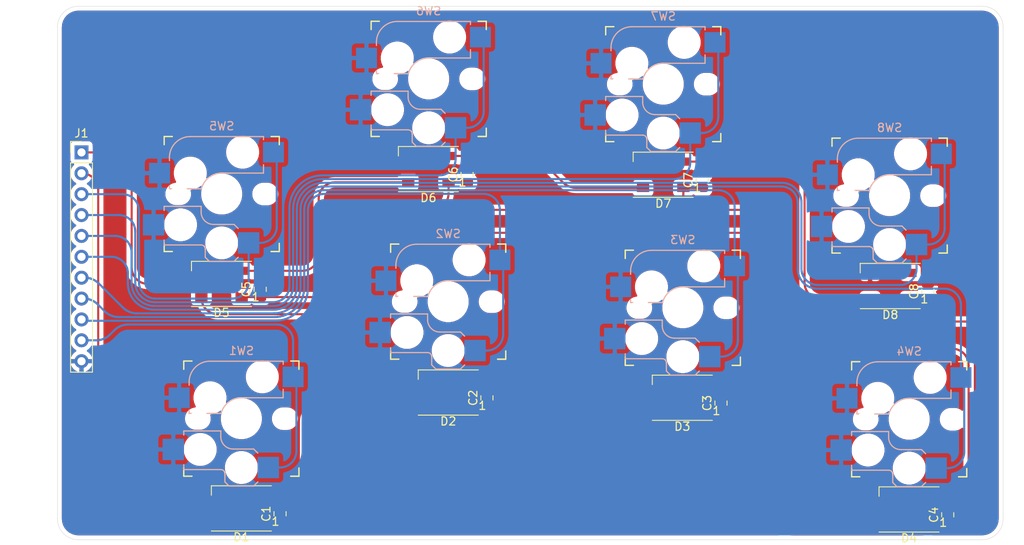
<source format=kicad_pcb>
(kicad_pcb (version 20171130) (host pcbnew 5.1.10)
  (layers (0 F.Cu signal) (31 B.Cu signal) (34 B.Paste user) (35 F.Paste user) (36 B.SilkS user) (37 F.SilkS user) (38 B.Mask user) (39 F.Mask user) (44 Edge.Cuts user))
  (net 0 "")
  (net 1 GND)
  (net 2 +5V)
  (net 3 "Net-(D1-Pad2)")
  (net 4 LED_IN)
  (net 5 "Net-(D2-Pad2)")
  (net 6 "Net-(D3-Pad2)")
  (net 7 "Net-(D4-Pad2)")
  (net 8 "Net-(D5-Pad2)")
  (net 9 "Net-(D6-Pad2)")
  (net 10 "Net-(D7-Pad2)")
  (net 11 "Net-(D8-Pad2)")
  (net 12 BTN_MS)
  (net 13 BTN_LS)
  (net 14 BTN_Y)
  (net 15 BTN_R)
  (net 16 BTN_UP)
  (net 17 BTN_Z)
  (net 18 BTN_X)
  (net 19 BTN_B)
  (module mx+choc_socket:MX+Choc_socket (layer F.Cu) (at 186.865 50.976)
    (fp_text reference SW8 (at -2.54 -3.175) (layer B.SilkS) (effects (justify mirror)))
    (fp_text value SW_Push)
    (pad "" np_thru_hole oval (at -7.82828 5.08508) (size 2.12 1.7) (drill oval 2.12 1.7) (layers *.Cu *.Mask))
    (pad "" np_thru_hole oval (at 2.75082 5.08508) (size 2.15 1.75) (drill oval 2.15 1.75) (layers *.Cu *.Mask))
    (pad 1 smd rect (at 0.735 11.03) (size 2.6 2.6) (layers B.Cu B.Paste B.Mask) (net 12 BTN_MS))
    (pad "" np_thru_hole circle (at -7.54 8.83) (size 3 3) (drill 3) (layers *.Cu *.Mask))
    (pad "" np_thru_hole circle (at -2.54 11.03) (size 3 3) (drill 3) (layers *.Cu *.Mask))
    (pad 2 smd rect (at -10.815 8.83) (size 2.6 2.6) (layers B.Cu B.Paste B.Mask) (net 1 GND))
    (pad 2 smd rect (at -10.1 2.54) (size 2.55 2.5) (layers B.Cu B.Paste B.Mask) (net 1 GND))
    (pad "" np_thru_hole circle (at -2.54 5.08) (size 3.9878 3.9878) (drill 3.9878) (layers *.Cu *.Mask))
    (pad "" np_thru_hole circle (at -6.35 2.54) (size 3 3) (drill 3) (layers *.Cu *.Mask))
    (pad "" np_thru_hole circle (at 0 0) (size 3 3) (drill 3) (layers *.Cu *.Mask))
    (pad 1 smd rect (at 3.75 0) (size 2.55 2.5) (layers B.Cu B.Paste B.Mask) (net 12 BTN_MS))
  )
  (module mx+choc_socket:MX+Choc_socket (layer F.Cu) (at 159.354 37.416)
    (fp_text reference SW7 (at -2.54 -3.175) (layer B.SilkS) (effects (justify mirror)))
    (fp_text value SW_Push)
    (pad "" np_thru_hole oval (at -7.82828 5.08508) (size 2.12 1.7) (drill oval 2.12 1.7) (layers *.Cu *.Mask))
    (pad "" np_thru_hole oval (at 2.75082 5.08508) (size 2.15 1.75) (drill oval 2.15 1.75) (layers *.Cu *.Mask))
    (pad 1 smd rect (at 0.735 11.03) (size 2.6 2.6) (layers B.Cu B.Paste B.Mask) (net 13 BTN_LS))
    (pad "" np_thru_hole circle (at -7.54 8.83) (size 3 3) (drill 3) (layers *.Cu *.Mask))
    (pad "" np_thru_hole circle (at -2.54 11.03) (size 3 3) (drill 3) (layers *.Cu *.Mask))
    (pad 2 smd rect (at -10.815 8.83) (size 2.6 2.6) (layers B.Cu B.Paste B.Mask) (net 1 GND))
    (pad 2 smd rect (at -10.1 2.54) (size 2.55 2.5) (layers B.Cu B.Paste B.Mask) (net 1 GND))
    (pad "" np_thru_hole circle (at -2.54 5.08) (size 3.9878 3.9878) (drill 3.9878) (layers *.Cu *.Mask))
    (pad "" np_thru_hole circle (at -6.35 2.54) (size 3 3) (drill 3) (layers *.Cu *.Mask))
    (pad "" np_thru_hole circle (at 0 0) (size 3 3) (drill 3) (layers *.Cu *.Mask))
    (pad 1 smd rect (at 3.75 0) (size 2.55 2.5) (layers B.Cu B.Paste B.Mask) (net 13 BTN_LS))
  )
  (module mx+choc_socket:MX+Choc_socket (layer F.Cu) (at 130.842 36.774)
    (fp_text reference SW6 (at -2.54 -3.175) (layer B.SilkS) (effects (justify mirror)))
    (fp_text value SW_Push)
    (pad "" np_thru_hole oval (at -7.82828 5.08508) (size 2.12 1.7) (drill oval 2.12 1.7) (layers *.Cu *.Mask))
    (pad "" np_thru_hole oval (at 2.75082 5.08508) (size 2.15 1.75) (drill oval 2.15 1.75) (layers *.Cu *.Mask))
    (pad 1 smd rect (at 0.735 11.03) (size 2.6 2.6) (layers B.Cu B.Paste B.Mask) (net 14 BTN_Y))
    (pad "" np_thru_hole circle (at -7.54 8.83) (size 3 3) (drill 3) (layers *.Cu *.Mask))
    (pad "" np_thru_hole circle (at -2.54 11.03) (size 3 3) (drill 3) (layers *.Cu *.Mask))
    (pad 2 smd rect (at -10.815 8.83) (size 2.6 2.6) (layers B.Cu B.Paste B.Mask) (net 1 GND))
    (pad 2 smd rect (at -10.1 2.54) (size 2.55 2.5) (layers B.Cu B.Paste B.Mask) (net 1 GND))
    (pad "" np_thru_hole circle (at -2.54 5.08) (size 3.9878 3.9878) (drill 3.9878) (layers *.Cu *.Mask))
    (pad "" np_thru_hole circle (at -6.35 2.54) (size 3 3) (drill 3) (layers *.Cu *.Mask))
    (pad "" np_thru_hole circle (at 0 0) (size 3 3) (drill 3) (layers *.Cu *.Mask))
    (pad 1 smd rect (at 3.75 0) (size 2.55 2.5) (layers B.Cu B.Paste B.Mask) (net 14 BTN_Y))
  )
  (module mx+choc_socket:MX+Choc_socket (layer F.Cu) (at 105.686 50.777)
    (fp_text reference SW5 (at -2.54 -3.175) (layer B.SilkS) (effects (justify mirror)))
    (fp_text value SW_Push)
    (pad "" np_thru_hole oval (at -7.82828 5.08508) (size 2.12 1.7) (drill oval 2.12 1.7) (layers *.Cu *.Mask))
    (pad "" np_thru_hole oval (at 2.75082 5.08508) (size 2.15 1.75) (drill oval 2.15 1.75) (layers *.Cu *.Mask))
    (pad 1 smd rect (at 0.735 11.03) (size 2.6 2.6) (layers B.Cu B.Paste B.Mask) (net 15 BTN_R))
    (pad "" np_thru_hole circle (at -7.54 8.83) (size 3 3) (drill 3) (layers *.Cu *.Mask))
    (pad "" np_thru_hole circle (at -2.54 11.03) (size 3 3) (drill 3) (layers *.Cu *.Mask))
    (pad 2 smd rect (at -10.815 8.83) (size 2.6 2.6) (layers B.Cu B.Paste B.Mask) (net 1 GND))
    (pad 2 smd rect (at -10.1 2.54) (size 2.55 2.5) (layers B.Cu B.Paste B.Mask) (net 1 GND))
    (pad "" np_thru_hole circle (at -2.54 5.08) (size 3.9878 3.9878) (drill 3.9878) (layers *.Cu *.Mask))
    (pad "" np_thru_hole circle (at -6.35 2.54) (size 3 3) (drill 3) (layers *.Cu *.Mask))
    (pad "" np_thru_hole circle (at 0 0) (size 3 3) (drill 3) (layers *.Cu *.Mask))
    (pad 1 smd rect (at 3.75 0) (size 2.55 2.5) (layers B.Cu B.Paste B.Mask) (net 15 BTN_R))
  )
  (module mx+choc_socket:MX+Choc_socket (layer F.Cu) (at 189.245 78.177)
    (fp_text reference SW4 (at -2.54 -3.175) (layer B.SilkS) (effects (justify mirror)))
    (fp_text value SW_Push)
    (pad "" np_thru_hole oval (at -7.82828 5.08508) (size 2.12 1.7) (drill oval 2.12 1.7) (layers *.Cu *.Mask))
    (pad "" np_thru_hole oval (at 2.75082 5.08508) (size 2.15 1.75) (drill oval 2.15 1.75) (layers *.Cu *.Mask))
    (pad 1 smd rect (at 0.735 11.03) (size 2.6 2.6) (layers B.Cu B.Paste B.Mask) (net 16 BTN_UP))
    (pad "" np_thru_hole circle (at -7.54 8.83) (size 3 3) (drill 3) (layers *.Cu *.Mask))
    (pad "" np_thru_hole circle (at -2.54 11.03) (size 3 3) (drill 3) (layers *.Cu *.Mask))
    (pad 2 smd rect (at -10.815 8.83) (size 2.6 2.6) (layers B.Cu B.Paste B.Mask) (net 1 GND))
    (pad 2 smd rect (at -10.1 2.54) (size 2.55 2.5) (layers B.Cu B.Paste B.Mask) (net 1 GND))
    (pad "" np_thru_hole circle (at -2.54 5.08) (size 3.9878 3.9878) (drill 3.9878) (layers *.Cu *.Mask))
    (pad "" np_thru_hole circle (at -6.35 2.54) (size 3 3) (drill 3) (layers *.Cu *.Mask))
    (pad "" np_thru_hole circle (at 0 0) (size 3 3) (drill 3) (layers *.Cu *.Mask))
    (pad 1 smd rect (at 3.75 0) (size 2.55 2.5) (layers B.Cu B.Paste B.Mask) (net 16 BTN_UP))
  )
  (module mx+choc_socket:MX+Choc_socket (layer F.Cu) (at 161.734 64.617)
    (fp_text reference SW3 (at -2.54 -3.175) (layer B.SilkS) (effects (justify mirror)))
    (fp_text value SW_Push)
    (pad "" np_thru_hole oval (at -7.82828 5.08508) (size 2.12 1.7) (drill oval 2.12 1.7) (layers *.Cu *.Mask))
    (pad "" np_thru_hole oval (at 2.75082 5.08508) (size 2.15 1.75) (drill oval 2.15 1.75) (layers *.Cu *.Mask))
    (pad 1 smd rect (at 0.735 11.03) (size 2.6 2.6) (layers B.Cu B.Paste B.Mask) (net 17 BTN_Z))
    (pad "" np_thru_hole circle (at -7.54 8.83) (size 3 3) (drill 3) (layers *.Cu *.Mask))
    (pad "" np_thru_hole circle (at -2.54 11.03) (size 3 3) (drill 3) (layers *.Cu *.Mask))
    (pad 2 smd rect (at -10.815 8.83) (size 2.6 2.6) (layers B.Cu B.Paste B.Mask) (net 1 GND))
    (pad 2 smd rect (at -10.1 2.54) (size 2.55 2.5) (layers B.Cu B.Paste B.Mask) (net 1 GND))
    (pad "" np_thru_hole circle (at -2.54 5.08) (size 3.9878 3.9878) (drill 3.9878) (layers *.Cu *.Mask))
    (pad "" np_thru_hole circle (at -6.35 2.54) (size 3 3) (drill 3) (layers *.Cu *.Mask))
    (pad "" np_thru_hole circle (at 0 0) (size 3 3) (drill 3) (layers *.Cu *.Mask))
    (pad 1 smd rect (at 3.75 0) (size 2.55 2.5) (layers B.Cu B.Paste B.Mask) (net 17 BTN_Z))
  )
  (module mx+choc_socket:MX+Choc_socket (layer F.Cu) (at 133.212 63.873)
    (fp_text reference SW2 (at -2.54 -3.175) (layer B.SilkS) (effects (justify mirror)))
    (fp_text value SW_Push)
    (pad "" np_thru_hole oval (at -7.82828 5.08508) (size 2.12 1.7) (drill oval 2.12 1.7) (layers *.Cu *.Mask))
    (pad "" np_thru_hole oval (at 2.75082 5.08508) (size 2.15 1.75) (drill oval 2.15 1.75) (layers *.Cu *.Mask))
    (pad 1 smd rect (at 0.735 11.03) (size 2.6 2.6) (layers B.Cu B.Paste B.Mask) (net 18 BTN_X))
    (pad "" np_thru_hole circle (at -7.54 8.83) (size 3 3) (drill 3) (layers *.Cu *.Mask))
    (pad "" np_thru_hole circle (at -2.54 11.03) (size 3 3) (drill 3) (layers *.Cu *.Mask))
    (pad 2 smd rect (at -10.815 8.83) (size 2.6 2.6) (layers B.Cu B.Paste B.Mask) (net 1 GND))
    (pad 2 smd rect (at -10.1 2.54) (size 2.55 2.5) (layers B.Cu B.Paste B.Mask) (net 1 GND))
    (pad "" np_thru_hole circle (at -2.54 5.08) (size 3.9878 3.9878) (drill 3.9878) (layers *.Cu *.Mask))
    (pad "" np_thru_hole circle (at -6.35 2.54) (size 3 3) (drill 3) (layers *.Cu *.Mask))
    (pad "" np_thru_hole circle (at 0 0) (size 3 3) (drill 3) (layers *.Cu *.Mask))
    (pad 1 smd rect (at 3.75 0) (size 2.55 2.5) (layers B.Cu B.Paste B.Mask) (net 18 BTN_X))
  )
  (module mx+choc_socket:MX+Choc_socket (layer F.Cu) (at 108.077 78.105)
    (fp_text reference SW1 (at -2.54 -3.175) (layer B.SilkS) (effects (justify mirror)))
    (fp_text value SW_Push)
    (pad "" np_thru_hole oval (at -7.82828 5.08508) (size 2.12 1.7) (drill oval 2.12 1.7) (layers *.Cu *.Mask))
    (pad "" np_thru_hole oval (at 2.75082 5.08508) (size 2.15 1.75) (drill oval 2.15 1.75) (layers *.Cu *.Mask))
    (pad 1 smd rect (at 0.735 11.03) (size 2.6 2.6) (layers B.Cu B.Paste B.Mask) (net 19 BTN_B))
    (pad "" np_thru_hole circle (at -7.54 8.83) (size 3 3) (drill 3) (layers *.Cu *.Mask))
    (pad "" np_thru_hole circle (at -2.54 11.03) (size 3 3) (drill 3) (layers *.Cu *.Mask))
    (pad 2 smd rect (at -10.815 8.83) (size 2.6 2.6) (layers B.Cu B.Paste B.Mask) (net 1 GND))
    (pad 2 smd rect (at -10.1 2.54) (size 2.55 2.5) (layers B.Cu B.Paste B.Mask) (net 1 GND))
    (pad "" np_thru_hole circle (at -2.54 5.08) (size 3.9878 3.9878) (drill 3.9878) (layers *.Cu *.Mask))
    (pad "" np_thru_hole circle (at -6.35 2.54) (size 3 3) (drill 3) (layers *.Cu *.Mask))
    (pad "" np_thru_hole circle (at 0 0) (size 3 3) (drill 3) (layers *.Cu *.Mask))
    (pad 1 smd rect (at 3.75 0) (size 2.55 2.5) (layers B.Cu B.Paste B.Mask) (net 19 BTN_B))
  )
  (module Connector_PinHeader_2.54mm:PinHeader_1x11_P2.54mm_Vertical (layer F.Cu) (at 86.106 50.8)
    (fp_text reference J1 (at 0 -2.33) (layer F.SilkS))
    (fp_text value Conn_01x11)
    (pad 11 thru_hole oval (at 0 25.4) (size 1.7 1.7) (drill 1) (layers *.Cu *.Mask) (net 1 GND))
    (pad 10 thru_hole oval (at 0 22.86) (size 1.7 1.7) (drill 1) (layers *.Cu *.Mask) (net 19 BTN_B))
    (pad 9 thru_hole oval (at 0 20.32) (size 1.7 1.7) (drill 1) (layers *.Cu *.Mask) (net 18 BTN_X))
    (pad 8 thru_hole oval (at 0 17.78) (size 1.7 1.7) (drill 1) (layers *.Cu *.Mask) (net 17 BTN_Z))
    (pad 7 thru_hole oval (at 0 15.24) (size 1.7 1.7) (drill 1) (layers *.Cu *.Mask) (net 16 BTN_UP))
    (pad 6 thru_hole oval (at 0 12.7) (size 1.7 1.7) (drill 1) (layers *.Cu *.Mask) (net 12 BTN_MS))
    (pad 5 thru_hole oval (at 0 10.16) (size 1.7 1.7) (drill 1) (layers *.Cu *.Mask) (net 13 BTN_LS))
    (pad 4 thru_hole oval (at 0 7.62) (size 1.7 1.7) (drill 1) (layers *.Cu *.Mask) (net 14 BTN_Y))
    (pad 3 thru_hole oval (at 0 5.08) (size 1.7 1.7) (drill 1) (layers *.Cu *.Mask) (net 15 BTN_R))
    (pad 2 thru_hole oval (at 0 2.54) (size 1.7 1.7) (drill 1) (layers *.Cu *.Mask) (net 4 LED_IN))
    (pad 1 thru_hole rect (at 0 0) (size 1.7 1.7) (drill 1) (layers *.Cu *.Mask) (net 2 +5V))
  )
  (module LED_SMD:LED_WS2812B_PLCC4_5.0x5.0mm_P3.2mm (layer F.Cu) (at 184.404 67.056 180)
    (fp_text reference D8 (at 0 -3.5) (layer F.SilkS))
    (fp_text value WS2812B)
    (fp_text user 1 (at -4.15 -1.6) (layer F.SilkS))
    (pad 1 smd rect (at -2.45 -1.6 180) (size 1.5 1) (layers F.Cu F.Paste F.Mask) (net 2 +5V))
    (pad 2 smd rect (at -2.45 1.6 180) (size 1.5 1) (layers F.Cu F.Paste F.Mask) (net 11 "Net-(D8-Pad2)"))
    (pad 4 smd rect (at 2.45 -1.6 180) (size 1.5 1) (layers F.Cu F.Paste F.Mask) (net 10 "Net-(D7-Pad2)"))
    (pad 3 smd rect (at 2.45 1.6 180) (size 1.5 1) (layers F.Cu F.Paste F.Mask) (net 1 GND))
  )
  (module LED_SMD:LED_WS2812B_PLCC4_5.0x5.0mm_P3.2mm (layer F.Cu) (at 156.808 53.518 180)
    (fp_text reference D7 (at 0 -3.5) (layer F.SilkS))
    (fp_text value WS2812B)
    (fp_text user 1 (at -4.15 -1.6) (layer F.SilkS))
    (pad 1 smd rect (at -2.45 -1.6 180) (size 1.5 1) (layers F.Cu F.Paste F.Mask) (net 2 +5V))
    (pad 2 smd rect (at -2.45 1.6 180) (size 1.5 1) (layers F.Cu F.Paste F.Mask) (net 10 "Net-(D7-Pad2)"))
    (pad 4 smd rect (at 2.45 -1.6 180) (size 1.5 1) (layers F.Cu F.Paste F.Mask) (net 9 "Net-(D6-Pad2)"))
    (pad 3 smd rect (at 2.45 1.6 180) (size 1.5 1) (layers F.Cu F.Paste F.Mask) (net 1 GND))
  )
  (module LED_SMD:LED_WS2812B_PLCC4_5.0x5.0mm_P3.2mm (layer F.Cu) (at 128.27 52.832 180)
    (fp_text reference D6 (at 0 -3.5) (layer F.SilkS))
    (fp_text value WS2812B)
    (fp_text user 1 (at -4.15 -1.6) (layer F.SilkS))
    (pad 1 smd rect (at -2.45 -1.6 180) (size 1.5 1) (layers F.Cu F.Paste F.Mask) (net 2 +5V))
    (pad 2 smd rect (at -2.45 1.6 180) (size 1.5 1) (layers F.Cu F.Paste F.Mask) (net 9 "Net-(D6-Pad2)"))
    (pad 4 smd rect (at 2.45 -1.6 180) (size 1.5 1) (layers F.Cu F.Paste F.Mask) (net 8 "Net-(D5-Pad2)"))
    (pad 3 smd rect (at 2.45 1.6 180) (size 1.5 1) (layers F.Cu F.Paste F.Mask) (net 1 GND))
  )
  (module LED_SMD:LED_WS2812B_PLCC4_5.0x5.0mm_P3.2mm (layer F.Cu) (at 103.124 66.802 180)
    (fp_text reference D5 (at 0 -3.5) (layer F.SilkS))
    (fp_text value WS2812B)
    (fp_text user 1 (at -4.15 -1.6) (layer F.SilkS))
    (pad 1 smd rect (at -2.45 -1.6 180) (size 1.5 1) (layers F.Cu F.Paste F.Mask) (net 2 +5V))
    (pad 2 smd rect (at -2.45 1.6 180) (size 1.5 1) (layers F.Cu F.Paste F.Mask) (net 8 "Net-(D5-Pad2)"))
    (pad 4 smd rect (at 2.45 -1.6 180) (size 1.5 1) (layers F.Cu F.Paste F.Mask) (net 7 "Net-(D4-Pad2)"))
    (pad 3 smd rect (at 2.45 1.6 180) (size 1.5 1) (layers F.Cu F.Paste F.Mask) (net 1 GND))
  )
  (module LED_SMD:LED_WS2812B_PLCC4_5.0x5.0mm_P3.2mm (layer F.Cu) (at 186.69 94.234 180)
    (fp_text reference D4 (at 0 -3.5) (layer F.SilkS))
    (fp_text value WS2812B)
    (fp_text user 1 (at -4.15 -1.6) (layer F.SilkS))
    (pad 1 smd rect (at -2.45 -1.6 180) (size 1.5 1) (layers F.Cu F.Paste F.Mask) (net 2 +5V))
    (pad 2 smd rect (at -2.45 1.6 180) (size 1.5 1) (layers F.Cu F.Paste F.Mask) (net 7 "Net-(D4-Pad2)"))
    (pad 4 smd rect (at 2.45 -1.6 180) (size 1.5 1) (layers F.Cu F.Paste F.Mask) (net 6 "Net-(D3-Pad2)"))
    (pad 3 smd rect (at 2.45 1.6 180) (size 1.5 1) (layers F.Cu F.Paste F.Mask) (net 1 GND))
  )
  (module LED_SMD:LED_WS2812B_PLCC4_5.0x5.0mm_P3.2mm (layer F.Cu) (at 159.131 80.645 180)
    (fp_text reference D3 (at 0 -3.5) (layer F.SilkS))
    (fp_text value WS2812B)
    (fp_text user 1 (at -4.15 -1.6) (layer F.SilkS))
    (pad 1 smd rect (at -2.45 -1.6 180) (size 1.5 1) (layers F.Cu F.Paste F.Mask) (net 2 +5V))
    (pad 2 smd rect (at -2.45 1.6 180) (size 1.5 1) (layers F.Cu F.Paste F.Mask) (net 6 "Net-(D3-Pad2)"))
    (pad 4 smd rect (at 2.45 -1.6 180) (size 1.5 1) (layers F.Cu F.Paste F.Mask) (net 5 "Net-(D2-Pad2)"))
    (pad 3 smd rect (at 2.45 1.6 180) (size 1.5 1) (layers F.Cu F.Paste F.Mask) (net 1 GND))
  )
  (module LED_SMD:LED_WS2812B_PLCC4_5.0x5.0mm_P3.2mm (layer F.Cu) (at 130.683 80.01 180)
    (fp_text reference D2 (at 0 -3.5) (layer F.SilkS))
    (fp_text value WS2812B)
    (fp_text user 1 (at -4.15 -1.6) (layer F.SilkS))
    (pad 1 smd rect (at -2.45 -1.6 180) (size 1.5 1) (layers F.Cu F.Paste F.Mask) (net 2 +5V))
    (pad 2 smd rect (at -2.45 1.6 180) (size 1.5 1) (layers F.Cu F.Paste F.Mask) (net 5 "Net-(D2-Pad2)"))
    (pad 4 smd rect (at 2.45 -1.6 180) (size 1.5 1) (layers F.Cu F.Paste F.Mask) (net 3 "Net-(D1-Pad2)"))
    (pad 3 smd rect (at 2.45 1.6 180) (size 1.5 1) (layers F.Cu F.Paste F.Mask) (net 1 GND))
  )
  (module LED_SMD:LED_WS2812B_PLCC4_5.0x5.0mm_P3.2mm (layer F.Cu) (at 105.537 94.107 180)
    (fp_text reference D1 (at 0 -3.5) (layer F.SilkS))
    (fp_text value WS2812B)
    (fp_text user 1 (at -4.15 -1.6) (layer F.SilkS))
    (pad 1 smd rect (at -2.45 -1.6 180) (size 1.5 1) (layers F.Cu F.Paste F.Mask) (net 2 +5V))
    (pad 2 smd rect (at -2.45 1.6 180) (size 1.5 1) (layers F.Cu F.Paste F.Mask) (net 3 "Net-(D1-Pad2)"))
    (pad 4 smd rect (at 2.45 -1.6 180) (size 1.5 1) (layers F.Cu F.Paste F.Mask) (net 4 LED_IN))
    (pad 3 smd rect (at 2.45 1.6 180) (size 1.5 1) (layers F.Cu F.Paste F.Mask) (net 1 GND))
  )
  (module Capacitor_SMD:C_0805_2012Metric (layer F.Cu) (at 188.976 67.706 90)
    (fp_text reference C8 (at 0 -1.68 90) (layer F.SilkS))
    (fp_text value C)
    (pad 2 smd roundrect (at 0.95 0 90) (size 1 1.45) (layers F.Cu F.Paste F.Mask) (net 1 GND))
    (pad 1 smd roundrect (at -0.95 0 90) (size 1 1.45) (layers F.Cu F.Paste F.Mask) (net 2 +5V))
  )
  (module Capacitor_SMD:C_0805_2012Metric (layer F.Cu) (at 161.544 54.168 90)
    (fp_text reference C7 (at 0 -1.68 90) (layer F.SilkS))
    (fp_text value C)
    (pad 2 smd roundrect (at 0.95 0 90) (size 1 1.45) (layers F.Cu F.Paste F.Mask) (net 1 GND))
    (pad 1 smd roundrect (at -0.95 0 90) (size 1 1.45) (layers F.Cu F.Paste F.Mask) (net 2 +5V))
  )
  (module Capacitor_SMD:C_0805_2012Metric (layer F.Cu) (at 132.969 53.482 90)
    (fp_text reference C6 (at 0 -1.68 90) (layer F.SilkS))
    (fp_text value C)
    (pad 2 smd roundrect (at 0.95 0 90) (size 1 1.45) (layers F.Cu F.Paste F.Mask) (net 1 GND))
    (pad 1 smd roundrect (at -0.95 0 90) (size 1 1.45) (layers F.Cu F.Paste F.Mask) (net 2 +5V))
  )
  (module Capacitor_SMD:C_0805_2012Metric (layer F.Cu) (at 107.823 67.452 90)
    (fp_text reference C5 (at 0 -1.68 90) (layer F.SilkS))
    (fp_text value C)
    (pad 2 smd roundrect (at 0.95 0 90) (size 1 1.45) (layers F.Cu F.Paste F.Mask) (net 1 GND))
    (pad 1 smd roundrect (at -0.95 0 90) (size 1 1.45) (layers F.Cu F.Paste F.Mask) (net 2 +5V))
  )
  (module Capacitor_SMD:C_0805_2012Metric (layer F.Cu) (at 191.389 94.884 90)
    (fp_text reference C4 (at 0 -1.68 90) (layer F.SilkS))
    (fp_text value C)
    (pad 2 smd roundrect (at 0.95 0 90) (size 1 1.45) (layers F.Cu F.Paste F.Mask) (net 1 GND))
    (pad 1 smd roundrect (at -0.95 0 90) (size 1 1.45) (layers F.Cu F.Paste F.Mask) (net 2 +5V))
  )
  (module Capacitor_SMD:C_0805_2012Metric (layer F.Cu) (at 163.83 81.295 90)
    (fp_text reference C3 (at 0 -1.68 90) (layer F.SilkS))
    (fp_text value C)
    (pad 2 smd roundrect (at 0.95 0 90) (size 1 1.45) (layers F.Cu F.Paste F.Mask) (net 1 GND))
    (pad 1 smd roundrect (at -0.95 0 90) (size 1 1.45) (layers F.Cu F.Paste F.Mask) (net 2 +5V))
  )
  (module Capacitor_SMD:C_0805_2012Metric (layer F.Cu) (at 135.382 80.66 90)
    (fp_text reference C2 (at 0 -1.68 90) (layer F.SilkS))
    (fp_text value C)
    (pad 2 smd roundrect (at 0.95 0 90) (size 1 1.45) (layers F.Cu F.Paste F.Mask) (net 1 GND))
    (pad 1 smd roundrect (at -0.95 0 90) (size 1 1.45) (layers F.Cu F.Paste F.Mask) (net 2 +5V))
  )
  (module Capacitor_SMD:C_0805_2012Metric (layer F.Cu) (at 110.236 94.757 90)
    (fp_text reference C1 (at 0 -1.68 90) (layer F.SilkS))
    (fp_text value C)
    (pad 2 smd roundrect (at 0.95 0 90) (size 1 1.45) (layers F.Cu F.Paste F.Mask) (net 1 GND))
    (pad 1 smd roundrect (at -0.95 0 90) (size 1 1.45) (layers F.Cu F.Paste F.Mask) (net 2 +5V))
  )
  (gr_arc (start 195.58 35.56) (end 198.12 35.56) (angle -90) (layer Edge.Cuts) (width 0.05))
  (gr_arc (start 195.58 95.377) (end 195.58 97.917) (angle -90) (layer Edge.Cuts) (width 0.05))
  (gr_arc (start 85.725 95.377) (end 83.185 95.377) (angle -90) (layer Edge.Cuts) (width 0.05))
  (gr_arc (start 85.725 35.56) (end 85.725 33.02) (angle -90) (layer Edge.Cuts) (width 0.05))
  (gr_line (start 83.185 95.377) (end 83.185 35.56) (layer Edge.Cuts) (width 0.05))
  (gr_line (start 195.58 97.917) (end 85.725 97.917) (layer Edge.Cuts) (width 0.05))
  (gr_line (start 198.12 35.56) (end 198.12 95.377) (layer Edge.Cuts) (width 0.05))
  (gr_line (start 85.725 33.02) (end 195.58 33.02) (layer Edge.Cuts) (width 0.05))
  (segment (start 110.236 95.707) (end 107.987 95.707) (width 0.25) (layer F.Cu) (net 2))
  (segment (start 133.133 81.61) (end 135.382 81.61) (width 0.25) (layer F.Cu) (net 2))
  (segment (start 161.581 82.245) (end 163.83 82.245) (width 0.25) (layer F.Cu) (net 2))
  (segment (start 191.389 95.834) (end 189.14 95.834) (width 0.25) (layer F.Cu) (net 2))
  (segment (start 188.976 68.656) (end 186.854 68.656) (width 0.25) (layer F.Cu) (net 2))
  (segment (start 161.544 55.118) (end 159.258 55.118) (width 0.25) (layer F.Cu) (net 2))
  (segment (start 132.969 54.432) (end 130.72 54.432) (width 0.25) (layer F.Cu) (net 2))
  (segment (start 107.823 68.402) (end 105.574 68.402) (width 0.25) (layer F.Cu) (net 2))
  (segment (start 90.202 50.8) (end 90.398034 50.80963) (width 0.25) (layer F.Cu) (net 2))
  (segment (start 90.398034 50.80963) (end 90.59218 50.838429) (width 0.25) (layer F.Cu) (net 2))
  (segment (start 90.59218 50.838429) (end 90.782569 50.886119) (width 0.25) (layer F.Cu) (net 2))
  (segment (start 90.782569 50.886119) (end 90.967366 50.95224) (width 0.25) (layer F.Cu) (net 2))
  (segment (start 90.967366 50.95224) (end 91.144793 51.036157) (width 0.25) (layer F.Cu) (net 2))
  (segment (start 91.144793 51.036157) (end 91.31314 51.13706) (width 0.25) (layer F.Cu) (net 2))
  (segment (start 91.31314 51.13706) (end 91.470786 51.253979) (width 0.25) (layer F.Cu) (net 2))
  (segment (start 91.470786 51.253979) (end 91.616213 51.385786) (width 0.25) (layer F.Cu) (net 2))
  (segment (start 91.616213 51.385786) (end 91.74802 51.531213) (width 0.25) (layer F.Cu) (net 2))
  (segment (start 91.74802 51.531213) (end 91.864939 51.688859) (width 0.25) (layer F.Cu) (net 2))
  (segment (start 91.864939 51.688859) (end 91.965842 51.857206) (width 0.25) (layer F.Cu) (net 2))
  (segment (start 91.965842 51.857206) (end 92.049759 52.034633) (width 0.25) (layer F.Cu) (net 2))
  (segment (start 92.049759 52.034633) (end 92.11588 52.21943) (width 0.25) (layer F.Cu) (net 2))
  (segment (start 92.11588 52.21943) (end 92.16357 52.409819) (width 0.25) (layer F.Cu) (net 2))
  (segment (start 92.16357 52.409819) (end 92.192369 52.603965) (width 0.25) (layer F.Cu) (net 2))
  (segment (start 92.192369 52.603965) (end 92.202 52.8) (width 0.25) (layer F.Cu) (net 2))
  (segment (start 94.202 66.802) (end 94.005965 66.792369) (width 0.25) (layer F.Cu) (net 2))
  (segment (start 94.005965 66.792369) (end 93.811819 66.76357) (width 0.25) (layer F.Cu) (net 2))
  (segment (start 93.811819 66.76357) (end 93.62143 66.71588) (width 0.25) (layer F.Cu) (net 2))
  (segment (start 93.62143 66.71588) (end 93.436633 66.649759) (width 0.25) (layer F.Cu) (net 2))
  (segment (start 93.436633 66.649759) (end 93.259206 66.565842) (width 0.25) (layer F.Cu) (net 2))
  (segment (start 93.259206 66.565842) (end 93.090859 66.464939) (width 0.25) (layer F.Cu) (net 2))
  (segment (start 93.090859 66.464939) (end 92.933213 66.34802) (width 0.25) (layer F.Cu) (net 2))
  (segment (start 92.933213 66.34802) (end 92.787786 66.216213) (width 0.25) (layer F.Cu) (net 2))
  (segment (start 92.787786 66.216213) (end 92.655979 66.070786) (width 0.25) (layer F.Cu) (net 2))
  (segment (start 92.655979 66.070786) (end 92.53906 65.91314) (width 0.25) (layer F.Cu) (net 2))
  (segment (start 92.53906 65.91314) (end 92.438157 65.744793) (width 0.25) (layer F.Cu) (net 2))
  (segment (start 92.438157 65.744793) (end 92.35424 65.567366) (width 0.25) (layer F.Cu) (net 2))
  (segment (start 92.35424 65.567366) (end 92.288119 65.382569) (width 0.25) (layer F.Cu) (net 2))
  (segment (start 92.288119 65.382569) (end 92.240429 65.19218) (width 0.25) (layer F.Cu) (net 2))
  (segment (start 92.240429 65.19218) (end 92.21163 64.998034) (width 0.25) (layer F.Cu) (net 2))
  (segment (start 92.21163 64.998034) (end 92.202 64.802) (width 0.25) (layer F.Cu) (net 2))
  (segment (start 92.202 64.802) (end 92.202 52.8) (width 0.25) (layer F.Cu) (net 2))
  (segment (start 104.681106 67.509106) (end 105.574 68.402) (width 0.25) (layer F.Cu) (net 2))
  (segment (start 104.681106 67.509106) (end 104.595285 67.427398) (width 0.25) (layer F.Cu) (net 2))
  (segment (start 104.595285 67.427398) (end 104.50556 67.35) (width 0.25) (layer F.Cu) (net 2))
  (segment (start 104.50556 67.35) (end 104.412144 67.277098) (width 0.25) (layer F.Cu) (net 2))
  (segment (start 104.412144 67.277098) (end 104.315264 67.208867) (width 0.25) (layer F.Cu) (net 2))
  (segment (start 104.315264 67.208867) (end 104.215153 67.145472) (width 0.25) (layer F.Cu) (net 2))
  (segment (start 104.215153 67.145472) (end 104.112051 67.087066) (width 0.25) (layer F.Cu) (net 2))
  (segment (start 104.112051 67.087066) (end 104.006208 67.033789) (width 0.25) (layer F.Cu) (net 2))
  (segment (start 104.006208 67.033789) (end 103.897879 66.98577) (width 0.25) (layer F.Cu) (net 2))
  (segment (start 103.897879 66.98577) (end 103.787323 66.943124) (width 0.25) (layer F.Cu) (net 2))
  (segment (start 103.787323 66.943124) (end 103.674808 66.905954) (width 0.25) (layer F.Cu) (net 2))
  (segment (start 103.674808 66.905954) (end 103.560605 66.87435) (width 0.25) (layer F.Cu) (net 2))
  (segment (start 103.560605 66.87435) (end 103.444989 66.848387) (width 0.25) (layer F.Cu) (net 2))
  (segment (start 103.444989 66.848387) (end 103.328238 66.828129) (width 0.25) (layer F.Cu) (net 2))
  (segment (start 103.328238 66.828129) (end 103.210634 66.813624) (width 0.25) (layer F.Cu) (net 2))
  (segment (start 103.210634 66.813624) (end 103.092459 66.804907) (width 0.25) (layer F.Cu) (net 2))
  (segment (start 103.092459 66.804907) (end 102.974 66.802) (width 0.25) (layer F.Cu) (net 2))
  (segment (start 102.974 66.802) (end 94.202 66.802) (width 0.25) (layer F.Cu) (net 2))
  (segment (start 115.602 68.402) (end 107.823 68.402) (width 0.25) (layer F.Cu) (net 2))
  (segment (start 115.602 68.402) (end 115.798034 68.392369) (width 0.25) (layer F.Cu) (net 2))
  (segment (start 115.798034 68.392369) (end 115.99218 68.36357) (width 0.25) (layer F.Cu) (net 2))
  (segment (start 115.99218 68.36357) (end 116.182569 68.31588) (width 0.25) (layer F.Cu) (net 2))
  (segment (start 116.182569 68.31588) (end 116.367366 68.249759) (width 0.25) (layer F.Cu) (net 2))
  (segment (start 116.367366 68.249759) (end 116.544793 68.165842) (width 0.25) (layer F.Cu) (net 2))
  (segment (start 116.544793 68.165842) (end 116.71314 68.064939) (width 0.25) (layer F.Cu) (net 2))
  (segment (start 116.71314 68.064939) (end 116.870786 67.94802) (width 0.25) (layer F.Cu) (net 2))
  (segment (start 116.870786 67.94802) (end 117.016213 67.816213) (width 0.25) (layer F.Cu) (net 2))
  (segment (start 117.016213 67.816213) (end 117.14802 67.670786) (width 0.25) (layer F.Cu) (net 2))
  (segment (start 117.14802 67.670786) (end 117.264939 67.51314) (width 0.25) (layer F.Cu) (net 2))
  (segment (start 117.264939 67.51314) (end 117.365842 67.344793) (width 0.25) (layer F.Cu) (net 2))
  (segment (start 117.365842 67.344793) (end 117.449759 67.167366) (width 0.25) (layer F.Cu) (net 2))
  (segment (start 117.449759 67.167366) (end 117.51588 66.982569) (width 0.25) (layer F.Cu) (net 2))
  (segment (start 117.51588 66.982569) (end 117.56357 66.79218) (width 0.25) (layer F.Cu) (net 2))
  (segment (start 117.56357 66.79218) (end 117.592369 66.598034) (width 0.25) (layer F.Cu) (net 2))
  (segment (start 117.592369 66.598034) (end 117.602 66.402) (width 0.25) (layer F.Cu) (net 2))
  (segment (start 119.602 57.785) (end 119.405965 57.79463) (width 0.25) (layer F.Cu) (net 2))
  (segment (start 119.405965 57.79463) (end 119.211819 57.823429) (width 0.25) (layer F.Cu) (net 2))
  (segment (start 119.211819 57.823429) (end 119.02143 57.871119) (width 0.25) (layer F.Cu) (net 2))
  (segment (start 119.02143 57.871119) (end 118.836633 57.93724) (width 0.25) (layer F.Cu) (net 2))
  (segment (start 118.836633 57.93724) (end 118.659206 58.021157) (width 0.25) (layer F.Cu) (net 2))
  (segment (start 118.659206 58.021157) (end 118.490859 58.12206) (width 0.25) (layer F.Cu) (net 2))
  (segment (start 118.490859 58.12206) (end 118.333213 58.238979) (width 0.25) (layer F.Cu) (net 2))
  (segment (start 118.333213 58.238979) (end 118.187786 58.370786) (width 0.25) (layer F.Cu) (net 2))
  (segment (start 118.187786 58.370786) (end 118.055979 58.516213) (width 0.25) (layer F.Cu) (net 2))
  (segment (start 118.055979 58.516213) (end 117.93906 58.673859) (width 0.25) (layer F.Cu) (net 2))
  (segment (start 117.93906 58.673859) (end 117.838157 58.842206) (width 0.25) (layer F.Cu) (net 2))
  (segment (start 117.838157 58.842206) (end 117.75424 59.019633) (width 0.25) (layer F.Cu) (net 2))
  (segment (start 117.75424 59.019633) (end 117.688119 59.20443) (width 0.25) (layer F.Cu) (net 2))
  (segment (start 117.688119 59.20443) (end 117.640429 59.394819) (width 0.25) (layer F.Cu) (net 2))
  (segment (start 117.640429 59.394819) (end 117.61163 59.588965) (width 0.25) (layer F.Cu) (net 2))
  (segment (start 117.61163 59.588965) (end 117.602 59.785) (width 0.25) (layer F.Cu) (net 2))
  (segment (start 117.602 59.785) (end 117.602 66.402) (width 0.25) (layer F.Cu) (net 2))
  (segment (start 130.72 55.785) (end 130.72 54.432) (width 0.25) (layer F.Cu) (net 2))
  (segment (start 130.72 55.785) (end 130.710369 55.981034) (width 0.25) (layer F.Cu) (net 2))
  (segment (start 130.710369 55.981034) (end 130.68157 56.17518) (width 0.25) (layer F.Cu) (net 2))
  (segment (start 130.68157 56.17518) (end 130.63388 56.365569) (width 0.25) (layer F.Cu) (net 2))
  (segment (start 130.63388 56.365569) (end 130.567759 56.550366) (width 0.25) (layer F.Cu) (net 2))
  (segment (start 130.567759 56.550366) (end 130.483842 56.727793) (width 0.25) (layer F.Cu) (net 2))
  (segment (start 130.483842 56.727793) (end 130.382939 56.89614) (width 0.25) (layer F.Cu) (net 2))
  (segment (start 130.382939 56.89614) (end 130.26602 57.053786) (width 0.25) (layer F.Cu) (net 2))
  (segment (start 130.26602 57.053786) (end 130.134213 57.199213) (width 0.25) (layer F.Cu) (net 2))
  (segment (start 130.134213 57.199213) (end 129.988786 57.33102) (width 0.25) (layer F.Cu) (net 2))
  (segment (start 129.988786 57.33102) (end 129.83114 57.447939) (width 0.25) (layer F.Cu) (net 2))
  (segment (start 129.83114 57.447939) (end 129.662793 57.548842) (width 0.25) (layer F.Cu) (net 2))
  (segment (start 129.662793 57.548842) (end 129.485366 57.632759) (width 0.25) (layer F.Cu) (net 2))
  (segment (start 129.485366 57.632759) (end 129.300569 57.69888) (width 0.25) (layer F.Cu) (net 2))
  (segment (start 129.300569 57.69888) (end 129.11018 57.74657) (width 0.25) (layer F.Cu) (net 2))
  (segment (start 129.11018 57.74657) (end 128.916034 57.775369) (width 0.25) (layer F.Cu) (net 2))
  (segment (start 128.916034 57.775369) (end 128.72 57.785) (width 0.25) (layer F.Cu) (net 2))
  (segment (start 128.72 57.785) (end 119.602 57.785) (width 0.25) (layer F.Cu) (net 2))
  (segment (start 157.258 57.785) (end 128.72 57.785) (width 0.25) (layer F.Cu) (net 2))
  (segment (start 157.258 57.785) (end 157.454034 57.775369) (width 0.25) (layer F.Cu) (net 2))
  (segment (start 157.454034 57.775369) (end 157.64818 57.74657) (width 0.25) (layer F.Cu) (net 2))
  (segment (start 157.64818 57.74657) (end 157.838569 57.69888) (width 0.25) (layer F.Cu) (net 2))
  (segment (start 157.838569 57.69888) (end 158.023366 57.632759) (width 0.25) (layer F.Cu) (net 2))
  (segment (start 158.023366 57.632759) (end 158.200793 57.548842) (width 0.25) (layer F.Cu) (net 2))
  (segment (start 158.200793 57.548842) (end 158.36914 57.447939) (width 0.25) (layer F.Cu) (net 2))
  (segment (start 158.36914 57.447939) (end 158.526786 57.33102) (width 0.25) (layer F.Cu) (net 2))
  (segment (start 158.526786 57.33102) (end 158.672213 57.199213) (width 0.25) (layer F.Cu) (net 2))
  (segment (start 158.672213 57.199213) (end 158.80402 57.053786) (width 0.25) (layer F.Cu) (net 2))
  (segment (start 158.80402 57.053786) (end 158.920939 56.89614) (width 0.25) (layer F.Cu) (net 2))
  (segment (start 158.920939 56.89614) (end 159.021842 56.727793) (width 0.25) (layer F.Cu) (net 2))
  (segment (start 159.021842 56.727793) (end 159.105759 56.550366) (width 0.25) (layer F.Cu) (net 2))
  (segment (start 159.105759 56.550366) (end 159.17188 56.365569) (width 0.25) (layer F.Cu) (net 2))
  (segment (start 159.17188 56.365569) (end 159.21957 56.17518) (width 0.25) (layer F.Cu) (net 2))
  (segment (start 159.21957 56.17518) (end 159.248369 55.981034) (width 0.25) (layer F.Cu) (net 2))
  (segment (start 159.248369 55.981034) (end 159.258 55.785) (width 0.25) (layer F.Cu) (net 2))
  (segment (start 159.258 55.785) (end 159.258 55.118) (width 0.25) (layer F.Cu) (net 2))
  (segment (start 184.854 71.374) (end 185.050034 71.364369) (width 0.25) (layer F.Cu) (net 2))
  (segment (start 185.050034 71.364369) (end 185.24418 71.33557) (width 0.25) (layer F.Cu) (net 2))
  (segment (start 185.24418 71.33557) (end 185.434569 71.28788) (width 0.25) (layer F.Cu) (net 2))
  (segment (start 185.434569 71.28788) (end 185.619366 71.221759) (width 0.25) (layer F.Cu) (net 2))
  (segment (start 185.619366 71.221759) (end 185.796793 71.137842) (width 0.25) (layer F.Cu) (net 2))
  (segment (start 185.796793 71.137842) (end 185.96514 71.036939) (width 0.25) (layer F.Cu) (net 2))
  (segment (start 185.96514 71.036939) (end 186.122786 70.92002) (width 0.25) (layer F.Cu) (net 2))
  (segment (start 186.122786 70.92002) (end 186.268213 70.788213) (width 0.25) (layer F.Cu) (net 2))
  (segment (start 186.268213 70.788213) (end 186.40002 70.642786) (width 0.25) (layer F.Cu) (net 2))
  (segment (start 186.40002 70.642786) (end 186.516939 70.48514) (width 0.25) (layer F.Cu) (net 2))
  (segment (start 186.516939 70.48514) (end 186.617842 70.316793) (width 0.25) (layer F.Cu) (net 2))
  (segment (start 186.617842 70.316793) (end 186.701759 70.139366) (width 0.25) (layer F.Cu) (net 2))
  (segment (start 186.701759 70.139366) (end 186.76788 69.954569) (width 0.25) (layer F.Cu) (net 2))
  (segment (start 186.76788 69.954569) (end 186.81557 69.76418) (width 0.25) (layer F.Cu) (net 2))
  (segment (start 186.81557 69.76418) (end 186.844369 69.570034) (width 0.25) (layer F.Cu) (net 2))
  (segment (start 186.844369 69.570034) (end 186.854 69.374) (width 0.25) (layer F.Cu) (net 2))
  (segment (start 186.854 69.374) (end 186.854 68.656) (width 0.25) (layer F.Cu) (net 2))
  (segment (start 168.688 57.785) (end 157.258 57.785) (width 0.25) (layer F.Cu) (net 2))
  (segment (start 168.688 57.785) (end 168.884034 57.79463) (width 0.25) (layer F.Cu) (net 2))
  (segment (start 168.884034 57.79463) (end 169.07818 57.823429) (width 0.25) (layer F.Cu) (net 2))
  (segment (start 169.07818 57.823429) (end 169.268569 57.871119) (width 0.25) (layer F.Cu) (net 2))
  (segment (start 169.268569 57.871119) (end 169.453366 57.93724) (width 0.25) (layer F.Cu) (net 2))
  (segment (start 169.453366 57.93724) (end 169.630793 58.021157) (width 0.25) (layer F.Cu) (net 2))
  (segment (start 169.630793 58.021157) (end 169.79914 58.12206) (width 0.25) (layer F.Cu) (net 2))
  (segment (start 169.79914 58.12206) (end 169.956786 58.238979) (width 0.25) (layer F.Cu) (net 2))
  (segment (start 169.956786 58.238979) (end 170.102213 58.370786) (width 0.25) (layer F.Cu) (net 2))
  (segment (start 170.102213 58.370786) (end 170.23402 58.516213) (width 0.25) (layer F.Cu) (net 2))
  (segment (start 170.23402 58.516213) (end 170.350939 58.673859) (width 0.25) (layer F.Cu) (net 2))
  (segment (start 170.350939 58.673859) (end 170.451842 58.842206) (width 0.25) (layer F.Cu) (net 2))
  (segment (start 170.451842 58.842206) (end 170.535759 59.019633) (width 0.25) (layer F.Cu) (net 2))
  (segment (start 170.535759 59.019633) (end 170.60188 59.20443) (width 0.25) (layer F.Cu) (net 2))
  (segment (start 170.60188 59.20443) (end 170.64957 59.394819) (width 0.25) (layer F.Cu) (net 2))
  (segment (start 170.64957 59.394819) (end 170.678369 59.588965) (width 0.25) (layer F.Cu) (net 2))
  (segment (start 170.678369 59.588965) (end 170.688 59.785) (width 0.25) (layer F.Cu) (net 2))
  (segment (start 172.688 71.374) (end 184.854 71.374) (width 0.25) (layer F.Cu) (net 2))
  (segment (start 172.688 71.374) (end 172.491965 71.364369) (width 0.25) (layer F.Cu) (net 2))
  (segment (start 172.491965 71.364369) (end 172.297819 71.33557) (width 0.25) (layer F.Cu) (net 2))
  (segment (start 172.297819 71.33557) (end 172.10743 71.28788) (width 0.25) (layer F.Cu) (net 2))
  (segment (start 172.10743 71.28788) (end 171.922633 71.221759) (width 0.25) (layer F.Cu) (net 2))
  (segment (start 171.922633 71.221759) (end 171.745206 71.137842) (width 0.25) (layer F.Cu) (net 2))
  (segment (start 171.745206 71.137842) (end 171.576859 71.036939) (width 0.25) (layer F.Cu) (net 2))
  (segment (start 171.576859 71.036939) (end 171.419213 70.92002) (width 0.25) (layer F.Cu) (net 2))
  (segment (start 171.419213 70.92002) (end 171.273786 70.788213) (width 0.25) (layer F.Cu) (net 2))
  (segment (start 171.273786 70.788213) (end 171.141979 70.642786) (width 0.25) (layer F.Cu) (net 2))
  (segment (start 171.141979 70.642786) (end 171.02506 70.48514) (width 0.25) (layer F.Cu) (net 2))
  (segment (start 171.02506 70.48514) (end 170.924157 70.316793) (width 0.25) (layer F.Cu) (net 2))
  (segment (start 170.924157 70.316793) (end 170.84024 70.139366) (width 0.25) (layer F.Cu) (net 2))
  (segment (start 170.84024 70.139366) (end 170.774119 69.954569) (width 0.25) (layer F.Cu) (net 2))
  (segment (start 170.774119 69.954569) (end 170.726429 69.76418) (width 0.25) (layer F.Cu) (net 2))
  (segment (start 170.726429 69.76418) (end 170.69763 69.570034) (width 0.25) (layer F.Cu) (net 2))
  (segment (start 170.69763 69.570034) (end 170.688 69.374) (width 0.25) (layer F.Cu) (net 2))
  (segment (start 170.688 69.374) (end 170.688 59.785) (width 0.25) (layer F.Cu) (net 2))
  (segment (start 188.14 97.282) (end 188.238017 97.277184) (width 0.25) (layer F.Cu) (net 2))
  (segment (start 188.238017 97.277184) (end 188.33509 97.262785) (width 0.25) (layer F.Cu) (net 2))
  (segment (start 188.33509 97.262785) (end 188.430284 97.23894) (width 0.25) (layer F.Cu) (net 2))
  (segment (start 188.430284 97.23894) (end 188.522683 97.205879) (width 0.25) (layer F.Cu) (net 2))
  (segment (start 188.522683 97.205879) (end 188.611396 97.163921) (width 0.25) (layer F.Cu) (net 2))
  (segment (start 188.611396 97.163921) (end 188.69557 97.113469) (width 0.25) (layer F.Cu) (net 2))
  (segment (start 188.69557 97.113469) (end 188.774393 97.05501) (width 0.25) (layer F.Cu) (net 2))
  (segment (start 188.774393 97.05501) (end 188.847106 96.989106) (width 0.25) (layer F.Cu) (net 2))
  (segment (start 188.847106 96.989106) (end 188.91301 96.916393) (width 0.25) (layer F.Cu) (net 2))
  (segment (start 188.91301 96.916393) (end 188.971469 96.83757) (width 0.25) (layer F.Cu) (net 2))
  (segment (start 188.971469 96.83757) (end 189.021921 96.753396) (width 0.25) (layer F.Cu) (net 2))
  (segment (start 189.021921 96.753396) (end 189.063879 96.664683) (width 0.25) (layer F.Cu) (net 2))
  (segment (start 189.063879 96.664683) (end 189.09694 96.572284) (width 0.25) (layer F.Cu) (net 2))
  (segment (start 189.09694 96.572284) (end 189.120785 96.47709) (width 0.25) (layer F.Cu) (net 2))
  (segment (start 189.120785 96.47709) (end 189.135184 96.380017) (width 0.25) (layer F.Cu) (net 2))
  (segment (start 189.135184 96.380017) (end 189.14 96.282) (width 0.25) (layer F.Cu) (net 2))
  (segment (start 189.14 96.282) (end 189.14 95.834) (width 0.25) (layer F.Cu) (net 2))
  (segment (start 170.688 95.282) (end 170.69763 95.478034) (width 0.25) (layer F.Cu) (net 2))
  (segment (start 170.69763 95.478034) (end 170.726429 95.67218) (width 0.25) (layer F.Cu) (net 2))
  (segment (start 170.726429 95.67218) (end 170.774119 95.862569) (width 0.25) (layer F.Cu) (net 2))
  (segment (start 170.774119 95.862569) (end 170.84024 96.047366) (width 0.25) (layer F.Cu) (net 2))
  (segment (start 170.84024 96.047366) (end 170.924157 96.224793) (width 0.25) (layer F.Cu) (net 2))
  (segment (start 170.924157 96.224793) (end 171.02506 96.39314) (width 0.25) (layer F.Cu) (net 2))
  (segment (start 171.02506 96.39314) (end 171.141979 96.550786) (width 0.25) (layer F.Cu) (net 2))
  (segment (start 171.141979 96.550786) (end 171.273786 96.696213) (width 0.25) (layer F.Cu) (net 2))
  (segment (start 171.273786 96.696213) (end 171.419213 96.82802) (width 0.25) (layer F.Cu) (net 2))
  (segment (start 171.419213 96.82802) (end 171.576859 96.944939) (width 0.25) (layer F.Cu) (net 2))
  (segment (start 171.576859 96.944939) (end 171.745206 97.045842) (width 0.25) (layer F.Cu) (net 2))
  (segment (start 171.745206 97.045842) (end 171.922633 97.129759) (width 0.25) (layer F.Cu) (net 2))
  (segment (start 171.922633 97.129759) (end 172.10743 97.19588) (width 0.25) (layer F.Cu) (net 2))
  (segment (start 172.10743 97.19588) (end 172.297819 97.24357) (width 0.25) (layer F.Cu) (net 2))
  (segment (start 172.297819 97.24357) (end 172.491965 97.272369) (width 0.25) (layer F.Cu) (net 2))
  (segment (start 172.491965 97.272369) (end 172.688 97.282) (width 0.25) (layer F.Cu) (net 2))
  (segment (start 172.688 97.282) (end 188.14 97.282) (width 0.25) (layer F.Cu) (net 2))
  (segment (start 161.581 84.106) (end 161.581 82.245) (width 0.25) (layer F.Cu) (net 2))
  (segment (start 161.581 84.106) (end 161.59063 84.302034) (width 0.25) (layer F.Cu) (net 2))
  (segment (start 161.59063 84.302034) (end 161.619429 84.49618) (width 0.25) (layer F.Cu) (net 2))
  (segment (start 161.619429 84.49618) (end 161.667119 84.686569) (width 0.25) (layer F.Cu) (net 2))
  (segment (start 161.667119 84.686569) (end 161.73324 84.871366) (width 0.25) (layer F.Cu) (net 2))
  (segment (start 161.73324 84.871366) (end 161.817157 85.048793) (width 0.25) (layer F.Cu) (net 2))
  (segment (start 161.817157 85.048793) (end 161.91806 85.21714) (width 0.25) (layer F.Cu) (net 2))
  (segment (start 161.91806 85.21714) (end 162.034979 85.374786) (width 0.25) (layer F.Cu) (net 2))
  (segment (start 162.034979 85.374786) (end 162.166786 85.520213) (width 0.25) (layer F.Cu) (net 2))
  (segment (start 162.166786 85.520213) (end 162.312213 85.65202) (width 0.25) (layer F.Cu) (net 2))
  (segment (start 162.312213 85.65202) (end 162.469859 85.768939) (width 0.25) (layer F.Cu) (net 2))
  (segment (start 162.469859 85.768939) (end 162.638206 85.869842) (width 0.25) (layer F.Cu) (net 2))
  (segment (start 162.638206 85.869842) (end 162.815633 85.953759) (width 0.25) (layer F.Cu) (net 2))
  (segment (start 162.815633 85.953759) (end 163.00043 86.01988) (width 0.25) (layer F.Cu) (net 2))
  (segment (start 163.00043 86.01988) (end 163.190819 86.06757) (width 0.25) (layer F.Cu) (net 2))
  (segment (start 163.190819 86.06757) (end 163.384965 86.096369) (width 0.25) (layer F.Cu) (net 2))
  (segment (start 163.384965 86.096369) (end 163.581 86.106) (width 0.25) (layer F.Cu) (net 2))
  (segment (start 135.133 86.106) (end 163.581 86.106) (width 0.25) (layer F.Cu) (net 2))
  (segment (start 135.133 86.106) (end 134.936965 86.096369) (width 0.25) (layer F.Cu) (net 2))
  (segment (start 134.936965 86.096369) (end 134.742819 86.06757) (width 0.25) (layer F.Cu) (net 2))
  (segment (start 134.742819 86.06757) (end 134.55243 86.01988) (width 0.25) (layer F.Cu) (net 2))
  (segment (start 134.55243 86.01988) (end 134.367633 85.953759) (width 0.25) (layer F.Cu) (net 2))
  (segment (start 134.367633 85.953759) (end 134.190206 85.869842) (width 0.25) (layer F.Cu) (net 2))
  (segment (start 134.190206 85.869842) (end 134.021859 85.768939) (width 0.25) (layer F.Cu) (net 2))
  (segment (start 134.021859 85.768939) (end 133.864213 85.65202) (width 0.25) (layer F.Cu) (net 2))
  (segment (start 133.864213 85.65202) (end 133.718786 85.520213) (width 0.25) (layer F.Cu) (net 2))
  (segment (start 133.718786 85.520213) (end 133.586979 85.374786) (width 0.25) (layer F.Cu) (net 2))
  (segment (start 133.586979 85.374786) (end 133.47006 85.21714) (width 0.25) (layer F.Cu) (net 2))
  (segment (start 133.47006 85.21714) (end 133.369157 85.048793) (width 0.25) (layer F.Cu) (net 2))
  (segment (start 133.369157 85.048793) (end 133.28524 84.871366) (width 0.25) (layer F.Cu) (net 2))
  (segment (start 133.28524 84.871366) (end 133.219119 84.686569) (width 0.25) (layer F.Cu) (net 2))
  (segment (start 133.219119 84.686569) (end 133.171429 84.49618) (width 0.25) (layer F.Cu) (net 2))
  (segment (start 133.171429 84.49618) (end 133.14263 84.302034) (width 0.25) (layer F.Cu) (net 2))
  (segment (start 133.14263 84.302034) (end 133.133 84.106) (width 0.25) (layer F.Cu) (net 2))
  (segment (start 133.133 84.106) (end 133.133 81.61) (width 0.25) (layer F.Cu) (net 2))
  (segment (start 116.427 86.106) (end 135.133 86.106) (width 0.25) (layer F.Cu) (net 2))
  (segment (start 116.427 86.106) (end 116.230965 86.11563) (width 0.25) (layer F.Cu) (net 2))
  (segment (start 116.230965 86.11563) (end 116.036819 86.144429) (width 0.25) (layer F.Cu) (net 2))
  (segment (start 116.036819 86.144429) (end 115.84643 86.192119) (width 0.25) (layer F.Cu) (net 2))
  (segment (start 115.84643 86.192119) (end 115.661633 86.25824) (width 0.25) (layer F.Cu) (net 2))
  (segment (start 115.661633 86.25824) (end 115.484206 86.342157) (width 0.25) (layer F.Cu) (net 2))
  (segment (start 115.484206 86.342157) (end 115.315859 86.44306) (width 0.25) (layer F.Cu) (net 2))
  (segment (start 115.315859 86.44306) (end 115.158213 86.559979) (width 0.25) (layer F.Cu) (net 2))
  (segment (start 115.158213 86.559979) (end 115.012786 86.691786) (width 0.25) (layer F.Cu) (net 2))
  (segment (start 115.012786 86.691786) (end 114.880979 86.837213) (width 0.25) (layer F.Cu) (net 2))
  (segment (start 114.880979 86.837213) (end 114.76406 86.994859) (width 0.25) (layer F.Cu) (net 2))
  (segment (start 114.76406 86.994859) (end 114.663157 87.163206) (width 0.25) (layer F.Cu) (net 2))
  (segment (start 114.663157 87.163206) (end 114.57924 87.340633) (width 0.25) (layer F.Cu) (net 2))
  (segment (start 114.57924 87.340633) (end 114.513119 87.52543) (width 0.25) (layer F.Cu) (net 2))
  (segment (start 114.513119 87.52543) (end 114.465429 87.715819) (width 0.25) (layer F.Cu) (net 2))
  (segment (start 114.465429 87.715819) (end 114.43663 87.909965) (width 0.25) (layer F.Cu) (net 2))
  (segment (start 114.43663 87.909965) (end 114.427 88.106) (width 0.25) (layer F.Cu) (net 2))
  (segment (start 112.427 95.707) (end 110.236 95.707) (width 0.25) (layer F.Cu) (net 2))
  (segment (start 112.427 95.707) (end 112.623034 95.697369) (width 0.25) (layer F.Cu) (net 2))
  (segment (start 112.623034 95.697369) (end 112.81718 95.66857) (width 0.25) (layer F.Cu) (net 2))
  (segment (start 112.81718 95.66857) (end 113.007569 95.62088) (width 0.25) (layer F.Cu) (net 2))
  (segment (start 113.007569 95.62088) (end 113.192366 95.554759) (width 0.25) (layer F.Cu) (net 2))
  (segment (start 113.192366 95.554759) (end 113.369793 95.470842) (width 0.25) (layer F.Cu) (net 2))
  (segment (start 113.369793 95.470842) (end 113.53814 95.369939) (width 0.25) (layer F.Cu) (net 2))
  (segment (start 113.53814 95.369939) (end 113.695786 95.25302) (width 0.25) (layer F.Cu) (net 2))
  (segment (start 113.695786 95.25302) (end 113.841213 95.121213) (width 0.25) (layer F.Cu) (net 2))
  (segment (start 113.841213 95.121213) (end 113.97302 94.975786) (width 0.25) (layer F.Cu) (net 2))
  (segment (start 113.97302 94.975786) (end 114.089939 94.81814) (width 0.25) (layer F.Cu) (net 2))
  (segment (start 114.089939 94.81814) (end 114.190842 94.649793) (width 0.25) (layer F.Cu) (net 2))
  (segment (start 114.190842 94.649793) (end 114.274759 94.472366) (width 0.25) (layer F.Cu) (net 2))
  (segment (start 114.274759 94.472366) (end 114.34088 94.287569) (width 0.25) (layer F.Cu) (net 2))
  (segment (start 114.34088 94.287569) (end 114.38857 94.09718) (width 0.25) (layer F.Cu) (net 2))
  (segment (start 114.38857 94.09718) (end 114.417369 93.903034) (width 0.25) (layer F.Cu) (net 2))
  (segment (start 114.417369 93.903034) (end 114.427 93.707) (width 0.25) (layer F.Cu) (net 2))
  (segment (start 114.427 93.707) (end 114.427 88.106) (width 0.25) (layer F.Cu) (net 2))
  (segment (start 170.688 88.106) (end 170.688 95.282) (width 0.25) (layer F.Cu) (net 2))
  (segment (start 170.688 88.106) (end 170.678369 87.909965) (width 0.25) (layer F.Cu) (net 2))
  (segment (start 170.678369 87.909965) (end 170.64957 87.715819) (width 0.25) (layer F.Cu) (net 2))
  (segment (start 170.64957 87.715819) (end 170.60188 87.52543) (width 0.25) (layer F.Cu) (net 2))
  (segment (start 170.60188 87.52543) (end 170.535759 87.340633) (width 0.25) (layer F.Cu) (net 2))
  (segment (start 170.535759 87.340633) (end 170.451842 87.163206) (width 0.25) (layer F.Cu) (net 2))
  (segment (start 170.451842 87.163206) (end 170.350939 86.994859) (width 0.25) (layer F.Cu) (net 2))
  (segment (start 170.350939 86.994859) (end 170.23402 86.837213) (width 0.25) (layer F.Cu) (net 2))
  (segment (start 170.23402 86.837213) (end 170.102213 86.691786) (width 0.25) (layer F.Cu) (net 2))
  (segment (start 170.102213 86.691786) (end 169.956786 86.559979) (width 0.25) (layer F.Cu) (net 2))
  (segment (start 169.956786 86.559979) (end 169.79914 86.44306) (width 0.25) (layer F.Cu) (net 2))
  (segment (start 169.79914 86.44306) (end 169.630793 86.342157) (width 0.25) (layer F.Cu) (net 2))
  (segment (start 169.630793 86.342157) (end 169.453366 86.25824) (width 0.25) (layer F.Cu) (net 2))
  (segment (start 169.453366 86.25824) (end 169.268569 86.192119) (width 0.25) (layer F.Cu) (net 2))
  (segment (start 169.268569 86.192119) (end 169.07818 86.144429) (width 0.25) (layer F.Cu) (net 2))
  (segment (start 169.07818 86.144429) (end 168.884034 86.11563) (width 0.25) (layer F.Cu) (net 2))
  (segment (start 168.884034 86.11563) (end 168.688 86.106) (width 0.25) (layer F.Cu) (net 2))
  (segment (start 168.688 86.106) (end 163.581 86.106) (width 0.25) (layer F.Cu) (net 2))
  (segment (start 195.453 93.834) (end 195.443369 94.030034) (width 0.25) (layer F.Cu) (net 2))
  (segment (start 195.443369 94.030034) (end 195.41457 94.22418) (width 0.25) (layer F.Cu) (net 2))
  (segment (start 195.41457 94.22418) (end 195.36688 94.414569) (width 0.25) (layer F.Cu) (net 2))
  (segment (start 195.36688 94.414569) (end 195.300759 94.599366) (width 0.25) (layer F.Cu) (net 2))
  (segment (start 195.300759 94.599366) (end 195.216842 94.776793) (width 0.25) (layer F.Cu) (net 2))
  (segment (start 195.216842 94.776793) (end 195.115939 94.94514) (width 0.25) (layer F.Cu) (net 2))
  (segment (start 195.115939 94.94514) (end 194.99902 95.102786) (width 0.25) (layer F.Cu) (net 2))
  (segment (start 194.99902 95.102786) (end 194.867213 95.248213) (width 0.25) (layer F.Cu) (net 2))
  (segment (start 194.867213 95.248213) (end 194.721786 95.38002) (width 0.25) (layer F.Cu) (net 2))
  (segment (start 194.721786 95.38002) (end 194.56414 95.496939) (width 0.25) (layer F.Cu) (net 2))
  (segment (start 194.56414 95.496939) (end 194.395793 95.597842) (width 0.25) (layer F.Cu) (net 2))
  (segment (start 194.395793 95.597842) (end 194.218366 95.681759) (width 0.25) (layer F.Cu) (net 2))
  (segment (start 194.218366 95.681759) (end 194.033569 95.74788) (width 0.25) (layer F.Cu) (net 2))
  (segment (start 194.033569 95.74788) (end 193.84318 95.79557) (width 0.25) (layer F.Cu) (net 2))
  (segment (start 193.84318 95.79557) (end 193.649034 95.824369) (width 0.25) (layer F.Cu) (net 2))
  (segment (start 193.649034 95.824369) (end 193.453 95.834) (width 0.25) (layer F.Cu) (net 2))
  (segment (start 193.453 95.834) (end 191.389 95.834) (width 0.25) (layer F.Cu) (net 2))
  (segment (start 193.453 71.374) (end 184.854 71.374) (width 0.25) (layer F.Cu) (net 2))
  (segment (start 193.453 71.374) (end 193.649034 71.38363) (width 0.25) (layer F.Cu) (net 2))
  (segment (start 193.649034 71.38363) (end 193.84318 71.412429) (width 0.25) (layer F.Cu) (net 2))
  (segment (start 193.84318 71.412429) (end 194.033569 71.460119) (width 0.25) (layer F.Cu) (net 2))
  (segment (start 194.033569 71.460119) (end 194.218366 71.52624) (width 0.25) (layer F.Cu) (net 2))
  (segment (start 194.218366 71.52624) (end 194.395793 71.610157) (width 0.25) (layer F.Cu) (net 2))
  (segment (start 194.395793 71.610157) (end 194.56414 71.71106) (width 0.25) (layer F.Cu) (net 2))
  (segment (start 194.56414 71.71106) (end 194.721786 71.827979) (width 0.25) (layer F.Cu) (net 2))
  (segment (start 194.721786 71.827979) (end 194.867213 71.959786) (width 0.25) (layer F.Cu) (net 2))
  (segment (start 194.867213 71.959786) (end 194.99902 72.105213) (width 0.25) (layer F.Cu) (net 2))
  (segment (start 194.99902 72.105213) (end 195.115939 72.262859) (width 0.25) (layer F.Cu) (net 2))
  (segment (start 195.115939 72.262859) (end 195.216842 72.431206) (width 0.25) (layer F.Cu) (net 2))
  (segment (start 195.216842 72.431206) (end 195.300759 72.608633) (width 0.25) (layer F.Cu) (net 2))
  (segment (start 195.300759 72.608633) (end 195.36688 72.79343) (width 0.25) (layer F.Cu) (net 2))
  (segment (start 195.36688 72.79343) (end 195.41457 72.983819) (width 0.25) (layer F.Cu) (net 2))
  (segment (start 195.41457 72.983819) (end 195.443369 73.177965) (width 0.25) (layer F.Cu) (net 2))
  (segment (start 195.443369 73.177965) (end 195.453 73.374) (width 0.25) (layer F.Cu) (net 2))
  (segment (start 195.453 73.374) (end 195.453 93.834) (width 0.25) (layer F.Cu) (net 2))
  (segment (start 86.106 50.8) (end 90.202 50.8) (width 0.25) (layer F.Cu) (net 2))
  (segment (start 115.284 81.61) (end 128.233 81.61) (width 0.25) (layer F.Cu) (net 3))
  (segment (start 115.284 81.61) (end 115.087965 81.61963) (width 0.25) (layer F.Cu) (net 3))
  (segment (start 115.087965 81.61963) (end 114.893819 81.648429) (width 0.25) (layer F.Cu) (net 3))
  (segment (start 114.893819 81.648429) (end 114.70343 81.696119) (width 0.25) (layer F.Cu) (net 3))
  (segment (start 114.70343 81.696119) (end 114.518633 81.76224) (width 0.25) (layer F.Cu) (net 3))
  (segment (start 114.518633 81.76224) (end 114.341206 81.846157) (width 0.25) (layer F.Cu) (net 3))
  (segment (start 114.341206 81.846157) (end 114.172859 81.94706) (width 0.25) (layer F.Cu) (net 3))
  (segment (start 114.172859 81.94706) (end 114.015213 82.063979) (width 0.25) (layer F.Cu) (net 3))
  (segment (start 114.015213 82.063979) (end 113.869786 82.195786) (width 0.25) (layer F.Cu) (net 3))
  (segment (start 113.869786 82.195786) (end 113.737979 82.341213) (width 0.25) (layer F.Cu) (net 3))
  (segment (start 113.737979 82.341213) (end 113.62106 82.498859) (width 0.25) (layer F.Cu) (net 3))
  (segment (start 113.62106 82.498859) (end 113.520157 82.667206) (width 0.25) (layer F.Cu) (net 3))
  (segment (start 113.520157 82.667206) (end 113.43624 82.844633) (width 0.25) (layer F.Cu) (net 3))
  (segment (start 113.43624 82.844633) (end 113.370119 83.02943) (width 0.25) (layer F.Cu) (net 3))
  (segment (start 113.370119 83.02943) (end 113.322429 83.219819) (width 0.25) (layer F.Cu) (net 3))
  (segment (start 113.322429 83.219819) (end 113.29363 83.413965) (width 0.25) (layer F.Cu) (net 3))
  (segment (start 113.29363 83.413965) (end 113.284 83.61) (width 0.25) (layer F.Cu) (net 3))
  (segment (start 111.284 92.507) (end 107.987 92.507) (width 0.25) (layer F.Cu) (net 3))
  (segment (start 111.284 92.507) (end 111.480034 92.497369) (width 0.25) (layer F.Cu) (net 3))
  (segment (start 111.480034 92.497369) (end 111.67418 92.46857) (width 0.25) (layer F.Cu) (net 3))
  (segment (start 111.67418 92.46857) (end 111.864569 92.42088) (width 0.25) (layer F.Cu) (net 3))
  (segment (start 111.864569 92.42088) (end 112.049366 92.354759) (width 0.25) (layer F.Cu) (net 3))
  (segment (start 112.049366 92.354759) (end 112.226793 92.270842) (width 0.25) (layer F.Cu) (net 3))
  (segment (start 112.226793 92.270842) (end 112.39514 92.169939) (width 0.25) (layer F.Cu) (net 3))
  (segment (start 112.39514 92.169939) (end 112.552786 92.05302) (width 0.25) (layer F.Cu) (net 3))
  (segment (start 112.552786 92.05302) (end 112.698213 91.921213) (width 0.25) (layer F.Cu) (net 3))
  (segment (start 112.698213 91.921213) (end 112.83002 91.775786) (width 0.25) (layer F.Cu) (net 3))
  (segment (start 112.83002 91.775786) (end 112.946939 91.61814) (width 0.25) (layer F.Cu) (net 3))
  (segment (start 112.946939 91.61814) (end 113.047842 91.449793) (width 0.25) (layer F.Cu) (net 3))
  (segment (start 113.047842 91.449793) (end 113.131759 91.272366) (width 0.25) (layer F.Cu) (net 3))
  (segment (start 113.131759 91.272366) (end 113.19788 91.087569) (width 0.25) (layer F.Cu) (net 3))
  (segment (start 113.19788 91.087569) (end 113.24557 90.89718) (width 0.25) (layer F.Cu) (net 3))
  (segment (start 113.24557 90.89718) (end 113.274369 90.703034) (width 0.25) (layer F.Cu) (net 3))
  (segment (start 113.274369 90.703034) (end 113.284 90.507) (width 0.25) (layer F.Cu) (net 3))
  (segment (start 113.284 90.507) (end 113.284 83.61) (width 0.25) (layer F.Cu) (net 3))
  (segment (start 88.138 93.707) (end 88.14763 93.903034) (width 0.25) (layer F.Cu) (net 4))
  (segment (start 88.14763 93.903034) (end 88.176429 94.09718) (width 0.25) (layer F.Cu) (net 4))
  (segment (start 88.176429 94.09718) (end 88.224119 94.287569) (width 0.25) (layer F.Cu) (net 4))
  (segment (start 88.224119 94.287569) (end 88.29024 94.472366) (width 0.25) (layer F.Cu) (net 4))
  (segment (start 88.29024 94.472366) (end 88.374157 94.649793) (width 0.25) (layer F.Cu) (net 4))
  (segment (start 88.374157 94.649793) (end 88.47506 94.81814) (width 0.25) (layer F.Cu) (net 4))
  (segment (start 88.47506 94.81814) (end 88.591979 94.975786) (width 0.25) (layer F.Cu) (net 4))
  (segment (start 88.591979 94.975786) (end 88.723786 95.121213) (width 0.25) (layer F.Cu) (net 4))
  (segment (start 88.723786 95.121213) (end 88.869213 95.25302) (width 0.25) (layer F.Cu) (net 4))
  (segment (start 88.869213 95.25302) (end 89.026859 95.369939) (width 0.25) (layer F.Cu) (net 4))
  (segment (start 89.026859 95.369939) (end 89.195206 95.470842) (width 0.25) (layer F.Cu) (net 4))
  (segment (start 89.195206 95.470842) (end 89.372633 95.554759) (width 0.25) (layer F.Cu) (net 4))
  (segment (start 89.372633 95.554759) (end 89.55743 95.62088) (width 0.25) (layer F.Cu) (net 4))
  (segment (start 89.55743 95.62088) (end 89.747819 95.66857) (width 0.25) (layer F.Cu) (net 4))
  (segment (start 89.747819 95.66857) (end 89.941965 95.697369) (width 0.25) (layer F.Cu) (net 4))
  (segment (start 89.941965 95.697369) (end 90.138 95.707) (width 0.25) (layer F.Cu) (net 4))
  (segment (start 90.138 95.707) (end 103.087 95.707) (width 0.25) (layer F.Cu) (net 4))
  (segment (start 86.138 53.34) (end 86.334034 53.34963) (width 0.25) (layer F.Cu) (net 4))
  (segment (start 86.334034 53.34963) (end 86.52818 53.378429) (width 0.25) (layer F.Cu) (net 4))
  (segment (start 86.52818 53.378429) (end 86.718569 53.426119) (width 0.25) (layer F.Cu) (net 4))
  (segment (start 86.718569 53.426119) (end 86.903366 53.49224) (width 0.25) (layer F.Cu) (net 4))
  (segment (start 86.903366 53.49224) (end 87.080793 53.576157) (width 0.25) (layer F.Cu) (net 4))
  (segment (start 87.080793 53.576157) (end 87.24914 53.67706) (width 0.25) (layer F.Cu) (net 4))
  (segment (start 87.24914 53.67706) (end 87.406786 53.793979) (width 0.25) (layer F.Cu) (net 4))
  (segment (start 87.406786 53.793979) (end 87.552213 53.925786) (width 0.25) (layer F.Cu) (net 4))
  (segment (start 87.552213 53.925786) (end 87.68402 54.071213) (width 0.25) (layer F.Cu) (net 4))
  (segment (start 87.68402 54.071213) (end 87.800939 54.228859) (width 0.25) (layer F.Cu) (net 4))
  (segment (start 87.800939 54.228859) (end 87.901842 54.397206) (width 0.25) (layer F.Cu) (net 4))
  (segment (start 87.901842 54.397206) (end 87.985759 54.574633) (width 0.25) (layer F.Cu) (net 4))
  (segment (start 87.985759 54.574633) (end 88.05188 54.75943) (width 0.25) (layer F.Cu) (net 4))
  (segment (start 88.05188 54.75943) (end 88.09957 54.949819) (width 0.25) (layer F.Cu) (net 4))
  (segment (start 88.09957 54.949819) (end 88.128369 55.143965) (width 0.25) (layer F.Cu) (net 4))
  (segment (start 88.128369 55.143965) (end 88.138 55.34) (width 0.25) (layer F.Cu) (net 4))
  (segment (start 88.138 55.34) (end 88.138 93.707) (width 0.25) (layer F.Cu) (net 4))
  (segment (start 150.555 82.245) (end 156.681 82.245) (width 0.25) (layer F.Cu) (net 5))
  (segment (start 150.555 82.245) (end 150.43654 82.242091) (width 0.25) (layer F.Cu) (net 5))
  (segment (start 150.43654 82.242091) (end 150.318365 82.233374) (width 0.25) (layer F.Cu) (net 5))
  (segment (start 150.318365 82.233374) (end 150.200761 82.218869) (width 0.25) (layer F.Cu) (net 5))
  (segment (start 150.200761 82.218869) (end 150.08401 82.198611) (width 0.25) (layer F.Cu) (net 5))
  (segment (start 150.08401 82.198611) (end 149.968393 82.172649) (width 0.25) (layer F.Cu) (net 5))
  (segment (start 149.968393 82.172649) (end 149.85419 82.141044) (width 0.25) (layer F.Cu) (net 5))
  (segment (start 149.85419 82.141044) (end 149.741675 82.103874) (width 0.25) (layer F.Cu) (net 5))
  (segment (start 149.741675 82.103874) (end 149.63112 82.061228) (width 0.25) (layer F.Cu) (net 5))
  (segment (start 149.63112 82.061228) (end 149.52279 82.013209) (width 0.25) (layer F.Cu) (net 5))
  (segment (start 149.52279 82.013209) (end 149.416947 81.959932) (width 0.25) (layer F.Cu) (net 5))
  (segment (start 149.416947 81.959932) (end 149.313845 81.901526) (width 0.25) (layer F.Cu) (net 5))
  (segment (start 149.313845 81.901526) (end 149.213734 81.838131) (width 0.25) (layer F.Cu) (net 5))
  (segment (start 149.213734 81.838131) (end 149.116854 81.7699) (width 0.25) (layer F.Cu) (net 5))
  (segment (start 149.116854 81.7699) (end 149.023438 81.696998) (width 0.25) (layer F.Cu) (net 5))
  (segment (start 149.023438 81.696998) (end 148.933712 81.6196) (width 0.25) (layer F.Cu) (net 5))
  (segment (start 148.933712 81.6196) (end 148.847893 81.537893) (width 0.25) (layer F.Cu) (net 5))
  (segment (start 144.72 78.41) (end 133.133 78.41) (width 0.25) (layer F.Cu) (net 5))
  (segment (start 144.72 78.41) (end 144.838459 78.412908) (width 0.25) (layer F.Cu) (net 5))
  (segment (start 144.838459 78.412908) (end 144.956634 78.421625) (width 0.25) (layer F.Cu) (net 5))
  (segment (start 144.956634 78.421625) (end 145.074238 78.43613) (width 0.25) (layer F.Cu) (net 5))
  (segment (start 145.074238 78.43613) (end 145.190989 78.456388) (width 0.25) (layer F.Cu) (net 5))
  (segment (start 145.190989 78.456388) (end 145.306605 78.48235) (width 0.25) (layer F.Cu) (net 5))
  (segment (start 145.306605 78.48235) (end 145.420808 78.513955) (width 0.25) (layer F.Cu) (net 5))
  (segment (start 145.420808 78.513955) (end 145.533323 78.551125) (width 0.25) (layer F.Cu) (net 5))
  (segment (start 145.533323 78.551125) (end 145.643878 78.59377) (width 0.25) (layer F.Cu) (net 5))
  (segment (start 145.643878 78.59377) (end 145.752208 78.64179) (width 0.25) (layer F.Cu) (net 5))
  (segment (start 145.752208 78.64179) (end 145.858051 78.695067) (width 0.25) (layer F.Cu) (net 5))
  (segment (start 145.858051 78.695067) (end 145.961153 78.753473) (width 0.25) (layer F.Cu) (net 5))
  (segment (start 145.961153 78.753473) (end 146.061264 78.816868) (width 0.25) (layer F.Cu) (net 5))
  (segment (start 146.061264 78.816868) (end 146.158144 78.885098) (width 0.25) (layer F.Cu) (net 5))
  (segment (start 146.158144 78.885098) (end 146.251559 78.958) (width 0.25) (layer F.Cu) (net 5))
  (segment (start 146.251559 78.958) (end 146.341285 79.035398) (width 0.25) (layer F.Cu) (net 5))
  (segment (start 146.341285 79.035398) (end 146.427106 79.117106) (width 0.25) (layer F.Cu) (net 5))
  (segment (start 146.427106 79.117106) (end 148.847893 81.537893) (width 0.25) (layer F.Cu) (net 5))
  (segment (start 175.101 95.834) (end 184.24 95.834) (width 0.25) (layer F.Cu) (net 6))
  (segment (start 175.101 95.834) (end 174.904965 95.824369) (width 0.25) (layer F.Cu) (net 6))
  (segment (start 174.904965 95.824369) (end 174.710819 95.79557) (width 0.25) (layer F.Cu) (net 6))
  (segment (start 174.710819 95.79557) (end 174.52043 95.74788) (width 0.25) (layer F.Cu) (net 6))
  (segment (start 174.52043 95.74788) (end 174.335633 95.681759) (width 0.25) (layer F.Cu) (net 6))
  (segment (start 174.335633 95.681759) (end 174.158206 95.597842) (width 0.25) (layer F.Cu) (net 6))
  (segment (start 174.158206 95.597842) (end 173.989859 95.496939) (width 0.25) (layer F.Cu) (net 6))
  (segment (start 173.989859 95.496939) (end 173.832213 95.38002) (width 0.25) (layer F.Cu) (net 6))
  (segment (start 173.832213 95.38002) (end 173.686786 95.248213) (width 0.25) (layer F.Cu) (net 6))
  (segment (start 173.686786 95.248213) (end 173.554979 95.102786) (width 0.25) (layer F.Cu) (net 6))
  (segment (start 173.554979 95.102786) (end 173.43806 94.94514) (width 0.25) (layer F.Cu) (net 6))
  (segment (start 173.43806 94.94514) (end 173.337157 94.776793) (width 0.25) (layer F.Cu) (net 6))
  (segment (start 173.337157 94.776793) (end 173.25324 94.599366) (width 0.25) (layer F.Cu) (net 6))
  (segment (start 173.25324 94.599366) (end 173.187119 94.414569) (width 0.25) (layer F.Cu) (net 6))
  (segment (start 173.187119 94.414569) (end 173.139429 94.22418) (width 0.25) (layer F.Cu) (net 6))
  (segment (start 173.139429 94.22418) (end 173.11063 94.030034) (width 0.25) (layer F.Cu) (net 6))
  (segment (start 173.11063 94.030034) (end 173.101 93.834) (width 0.25) (layer F.Cu) (net 6))
  (segment (start 171.101 79.045) (end 161.581 79.045) (width 0.25) (layer F.Cu) (net 6))
  (segment (start 171.101 79.045) (end 171.297034 79.05463) (width 0.25) (layer F.Cu) (net 6))
  (segment (start 171.297034 79.05463) (end 171.49118 79.083429) (width 0.25) (layer F.Cu) (net 6))
  (segment (start 171.49118 79.083429) (end 171.681569 79.131119) (width 0.25) (layer F.Cu) (net 6))
  (segment (start 171.681569 79.131119) (end 171.866366 79.19724) (width 0.25) (layer F.Cu) (net 6))
  (segment (start 171.866366 79.19724) (end 172.043793 79.281157) (width 0.25) (layer F.Cu) (net 6))
  (segment (start 172.043793 79.281157) (end 172.21214 79.38206) (width 0.25) (layer F.Cu) (net 6))
  (segment (start 172.21214 79.38206) (end 172.369786 79.498979) (width 0.25) (layer F.Cu) (net 6))
  (segment (start 172.369786 79.498979) (end 172.515213 79.630786) (width 0.25) (layer F.Cu) (net 6))
  (segment (start 172.515213 79.630786) (end 172.64702 79.776213) (width 0.25) (layer F.Cu) (net 6))
  (segment (start 172.64702 79.776213) (end 172.763939 79.933859) (width 0.25) (layer F.Cu) (net 6))
  (segment (start 172.763939 79.933859) (end 172.864842 80.102206) (width 0.25) (layer F.Cu) (net 6))
  (segment (start 172.864842 80.102206) (end 172.948759 80.279633) (width 0.25) (layer F.Cu) (net 6))
  (segment (start 172.948759 80.279633) (end 173.01488 80.46443) (width 0.25) (layer F.Cu) (net 6))
  (segment (start 173.01488 80.46443) (end 173.06257 80.654819) (width 0.25) (layer F.Cu) (net 6))
  (segment (start 173.06257 80.654819) (end 173.091369 80.848965) (width 0.25) (layer F.Cu) (net 6))
  (segment (start 173.091369 80.848965) (end 173.101 81.045) (width 0.25) (layer F.Cu) (net 6))
  (segment (start 173.101 81.045) (end 173.101 93.834) (width 0.25) (layer F.Cu) (net 6))
  (segment (start 193.929 90.634) (end 193.919369 90.830034) (width 0.25) (layer F.Cu) (net 7))
  (segment (start 193.919369 90.830034) (end 193.89057 91.02418) (width 0.25) (layer F.Cu) (net 7))
  (segment (start 193.89057 91.02418) (end 193.84288 91.214569) (width 0.25) (layer F.Cu) (net 7))
  (segment (start 193.84288 91.214569) (end 193.776759 91.399366) (width 0.25) (layer F.Cu) (net 7))
  (segment (start 193.776759 91.399366) (end 193.692842 91.576793) (width 0.25) (layer F.Cu) (net 7))
  (segment (start 193.692842 91.576793) (end 193.591939 91.74514) (width 0.25) (layer F.Cu) (net 7))
  (segment (start 193.591939 91.74514) (end 193.47502 91.902786) (width 0.25) (layer F.Cu) (net 7))
  (segment (start 193.47502 91.902786) (end 193.343213 92.048213) (width 0.25) (layer F.Cu) (net 7))
  (segment (start 193.343213 92.048213) (end 193.197786 92.18002) (width 0.25) (layer F.Cu) (net 7))
  (segment (start 193.197786 92.18002) (end 193.04014 92.296939) (width 0.25) (layer F.Cu) (net 7))
  (segment (start 193.04014 92.296939) (end 192.871793 92.397842) (width 0.25) (layer F.Cu) (net 7))
  (segment (start 192.871793 92.397842) (end 192.694366 92.481759) (width 0.25) (layer F.Cu) (net 7))
  (segment (start 192.694366 92.481759) (end 192.509569 92.54788) (width 0.25) (layer F.Cu) (net 7))
  (segment (start 192.509569 92.54788) (end 192.31918 92.59557) (width 0.25) (layer F.Cu) (net 7))
  (segment (start 192.31918 92.59557) (end 192.125034 92.624369) (width 0.25) (layer F.Cu) (net 7))
  (segment (start 192.125034 92.624369) (end 191.929 92.634) (width 0.25) (layer F.Cu) (net 7))
  (segment (start 191.929 92.634) (end 189.14 92.634) (width 0.25) (layer F.Cu) (net 7))
  (segment (start 191.929 74.676) (end 192.125034 74.68563) (width 0.25) (layer F.Cu) (net 7))
  (segment (start 192.125034 74.68563) (end 192.31918 74.714429) (width 0.25) (layer F.Cu) (net 7))
  (segment (start 192.31918 74.714429) (end 192.509569 74.762119) (width 0.25) (layer F.Cu) (net 7))
  (segment (start 192.509569 74.762119) (end 192.694366 74.82824) (width 0.25) (layer F.Cu) (net 7))
  (segment (start 192.694366 74.82824) (end 192.871793 74.912157) (width 0.25) (layer F.Cu) (net 7))
  (segment (start 192.871793 74.912157) (end 193.04014 75.01306) (width 0.25) (layer F.Cu) (net 7))
  (segment (start 193.04014 75.01306) (end 193.197786 75.129979) (width 0.25) (layer F.Cu) (net 7))
  (segment (start 193.197786 75.129979) (end 193.343213 75.261786) (width 0.25) (layer F.Cu) (net 7))
  (segment (start 193.343213 75.261786) (end 193.47502 75.407213) (width 0.25) (layer F.Cu) (net 7))
  (segment (start 193.47502 75.407213) (end 193.591939 75.564859) (width 0.25) (layer F.Cu) (net 7))
  (segment (start 193.591939 75.564859) (end 193.692842 75.733206) (width 0.25) (layer F.Cu) (net 7))
  (segment (start 193.692842 75.733206) (end 193.776759 75.910633) (width 0.25) (layer F.Cu) (net 7))
  (segment (start 193.776759 75.910633) (end 193.84288 76.09543) (width 0.25) (layer F.Cu) (net 7))
  (segment (start 193.84288 76.09543) (end 193.89057 76.285819) (width 0.25) (layer F.Cu) (net 7))
  (segment (start 193.89057 76.285819) (end 193.919369 76.479965) (width 0.25) (layer F.Cu) (net 7))
  (segment (start 193.919369 76.479965) (end 193.929 76.676) (width 0.25) (layer F.Cu) (net 7))
  (segment (start 193.929 76.676) (end 193.929 90.634) (width 0.25) (layer F.Cu) (net 7))
  (segment (start 168.529 72.676) (end 168.53863 72.872034) (width 0.25) (layer F.Cu) (net 7))
  (segment (start 168.53863 72.872034) (end 168.567429 73.06618) (width 0.25) (layer F.Cu) (net 7))
  (segment (start 168.567429 73.06618) (end 168.615119 73.256569) (width 0.25) (layer F.Cu) (net 7))
  (segment (start 168.615119 73.256569) (end 168.68124 73.441366) (width 0.25) (layer F.Cu) (net 7))
  (segment (start 168.68124 73.441366) (end 168.765157 73.618793) (width 0.25) (layer F.Cu) (net 7))
  (segment (start 168.765157 73.618793) (end 168.86606 73.78714) (width 0.25) (layer F.Cu) (net 7))
  (segment (start 168.86606 73.78714) (end 168.982979 73.944786) (width 0.25) (layer F.Cu) (net 7))
  (segment (start 168.982979 73.944786) (end 169.114786 74.090213) (width 0.25) (layer F.Cu) (net 7))
  (segment (start 169.114786 74.090213) (end 169.260213 74.22202) (width 0.25) (layer F.Cu) (net 7))
  (segment (start 169.260213 74.22202) (end 169.417859 74.338939) (width 0.25) (layer F.Cu) (net 7))
  (segment (start 169.417859 74.338939) (end 169.586206 74.439842) (width 0.25) (layer F.Cu) (net 7))
  (segment (start 169.586206 74.439842) (end 169.763633 74.523759) (width 0.25) (layer F.Cu) (net 7))
  (segment (start 169.763633 74.523759) (end 169.94843 74.58988) (width 0.25) (layer F.Cu) (net 7))
  (segment (start 169.94843 74.58988) (end 170.138819 74.63757) (width 0.25) (layer F.Cu) (net 7))
  (segment (start 170.138819 74.63757) (end 170.332965 74.666369) (width 0.25) (layer F.Cu) (net 7))
  (segment (start 170.332965 74.666369) (end 170.529 74.676) (width 0.25) (layer F.Cu) (net 7))
  (segment (start 170.529 74.676) (end 191.929 74.676) (width 0.25) (layer F.Cu) (net 7))
  (segment (start 166.529 60.579) (end 166.725034 60.58863) (width 0.25) (layer F.Cu) (net 7))
  (segment (start 166.725034 60.58863) (end 166.91918 60.617429) (width 0.25) (layer F.Cu) (net 7))
  (segment (start 166.91918 60.617429) (end 167.109569 60.665119) (width 0.25) (layer F.Cu) (net 7))
  (segment (start 167.109569 60.665119) (end 167.294366 60.73124) (width 0.25) (layer F.Cu) (net 7))
  (segment (start 167.294366 60.73124) (end 167.471793 60.815157) (width 0.25) (layer F.Cu) (net 7))
  (segment (start 167.471793 60.815157) (end 167.64014 60.91606) (width 0.25) (layer F.Cu) (net 7))
  (segment (start 167.64014 60.91606) (end 167.797786 61.032979) (width 0.25) (layer F.Cu) (net 7))
  (segment (start 167.797786 61.032979) (end 167.943213 61.164786) (width 0.25) (layer F.Cu) (net 7))
  (segment (start 167.943213 61.164786) (end 168.07502 61.310213) (width 0.25) (layer F.Cu) (net 7))
  (segment (start 168.07502 61.310213) (end 168.191939 61.467859) (width 0.25) (layer F.Cu) (net 7))
  (segment (start 168.191939 61.467859) (end 168.292842 61.636206) (width 0.25) (layer F.Cu) (net 7))
  (segment (start 168.292842 61.636206) (end 168.376759 61.813633) (width 0.25) (layer F.Cu) (net 7))
  (segment (start 168.376759 61.813633) (end 168.44288 61.99843) (width 0.25) (layer F.Cu) (net 7))
  (segment (start 168.44288 61.99843) (end 168.49057 62.188819) (width 0.25) (layer F.Cu) (net 7))
  (segment (start 168.49057 62.188819) (end 168.519369 62.382965) (width 0.25) (layer F.Cu) (net 7))
  (segment (start 168.519369 62.382965) (end 168.529 62.579) (width 0.25) (layer F.Cu) (net 7))
  (segment (start 168.529 62.579) (end 168.529 72.676) (width 0.25) (layer F.Cu) (net 7))
  (segment (start 120.269 62.579) (end 120.27863 62.382965) (width 0.25) (layer F.Cu) (net 7))
  (segment (start 120.27863 62.382965) (end 120.307429 62.188819) (width 0.25) (layer F.Cu) (net 7))
  (segment (start 120.307429 62.188819) (end 120.355119 61.99843) (width 0.25) (layer F.Cu) (net 7))
  (segment (start 120.355119 61.99843) (end 120.42124 61.813633) (width 0.25) (layer F.Cu) (net 7))
  (segment (start 120.42124 61.813633) (end 120.505157 61.636206) (width 0.25) (layer F.Cu) (net 7))
  (segment (start 120.505157 61.636206) (end 120.60606 61.467859) (width 0.25) (layer F.Cu) (net 7))
  (segment (start 120.60606 61.467859) (end 120.722979 61.310213) (width 0.25) (layer F.Cu) (net 7))
  (segment (start 120.722979 61.310213) (end 120.854786 61.164786) (width 0.25) (layer F.Cu) (net 7))
  (segment (start 120.854786 61.164786) (end 121.000213 61.032979) (width 0.25) (layer F.Cu) (net 7))
  (segment (start 121.000213 61.032979) (end 121.157859 60.91606) (width 0.25) (layer F.Cu) (net 7))
  (segment (start 121.157859 60.91606) (end 121.326206 60.815157) (width 0.25) (layer F.Cu) (net 7))
  (segment (start 121.326206 60.815157) (end 121.503633 60.73124) (width 0.25) (layer F.Cu) (net 7))
  (segment (start 121.503633 60.73124) (end 121.68843 60.665119) (width 0.25) (layer F.Cu) (net 7))
  (segment (start 121.68843 60.665119) (end 121.878819 60.617429) (width 0.25) (layer F.Cu) (net 7))
  (segment (start 121.878819 60.617429) (end 122.072965 60.58863) (width 0.25) (layer F.Cu) (net 7))
  (segment (start 122.072965 60.58863) (end 122.269 60.579) (width 0.25) (layer F.Cu) (net 7))
  (segment (start 122.269 60.579) (end 166.529 60.579) (width 0.25) (layer F.Cu) (net 7))
  (segment (start 118.269 70.485) (end 118.465034 70.475369) (width 0.25) (layer F.Cu) (net 7))
  (segment (start 118.465034 70.475369) (end 118.65918 70.44657) (width 0.25) (layer F.Cu) (net 7))
  (segment (start 118.65918 70.44657) (end 118.849569 70.39888) (width 0.25) (layer F.Cu) (net 7))
  (segment (start 118.849569 70.39888) (end 119.034366 70.332759) (width 0.25) (layer F.Cu) (net 7))
  (segment (start 119.034366 70.332759) (end 119.211793 70.248842) (width 0.25) (layer F.Cu) (net 7))
  (segment (start 119.211793 70.248842) (end 119.38014 70.147939) (width 0.25) (layer F.Cu) (net 7))
  (segment (start 119.38014 70.147939) (end 119.537786 70.03102) (width 0.25) (layer F.Cu) (net 7))
  (segment (start 119.537786 70.03102) (end 119.683213 69.899213) (width 0.25) (layer F.Cu) (net 7))
  (segment (start 119.683213 69.899213) (end 119.81502 69.753786) (width 0.25) (layer F.Cu) (net 7))
  (segment (start 119.81502 69.753786) (end 119.931939 69.59614) (width 0.25) (layer F.Cu) (net 7))
  (segment (start 119.931939 69.59614) (end 120.032842 69.427793) (width 0.25) (layer F.Cu) (net 7))
  (segment (start 120.032842 69.427793) (end 120.116759 69.250366) (width 0.25) (layer F.Cu) (net 7))
  (segment (start 120.116759 69.250366) (end 120.18288 69.065569) (width 0.25) (layer F.Cu) (net 7))
  (segment (start 120.18288 69.065569) (end 120.23057 68.87518) (width 0.25) (layer F.Cu) (net 7))
  (segment (start 120.23057 68.87518) (end 120.259369 68.681034) (width 0.25) (layer F.Cu) (net 7))
  (segment (start 120.259369 68.681034) (end 120.269 68.485) (width 0.25) (layer F.Cu) (net 7))
  (segment (start 120.269 68.485) (end 120.269 62.579) (width 0.25) (layer F.Cu) (net 7))
  (segment (start 100.674 68.485) (end 100.674 68.402) (width 0.25) (layer F.Cu) (net 7))
  (segment (start 100.674 68.485) (end 100.68363 68.681034) (width 0.25) (layer F.Cu) (net 7))
  (segment (start 100.68363 68.681034) (end 100.712429 68.87518) (width 0.25) (layer F.Cu) (net 7))
  (segment (start 100.712429 68.87518) (end 100.760119 69.065569) (width 0.25) (layer F.Cu) (net 7))
  (segment (start 100.760119 69.065569) (end 100.82624 69.250366) (width 0.25) (layer F.Cu) (net 7))
  (segment (start 100.82624 69.250366) (end 100.910157 69.427793) (width 0.25) (layer F.Cu) (net 7))
  (segment (start 100.910157 69.427793) (end 101.01106 69.59614) (width 0.25) (layer F.Cu) (net 7))
  (segment (start 101.01106 69.59614) (end 101.127979 69.753786) (width 0.25) (layer F.Cu) (net 7))
  (segment (start 101.127979 69.753786) (end 101.259786 69.899213) (width 0.25) (layer F.Cu) (net 7))
  (segment (start 101.259786 69.899213) (end 101.405213 70.03102) (width 0.25) (layer F.Cu) (net 7))
  (segment (start 101.405213 70.03102) (end 101.562859 70.147939) (width 0.25) (layer F.Cu) (net 7))
  (segment (start 101.562859 70.147939) (end 101.731206 70.248842) (width 0.25) (layer F.Cu) (net 7))
  (segment (start 101.731206 70.248842) (end 101.908633 70.332759) (width 0.25) (layer F.Cu) (net 7))
  (segment (start 101.908633 70.332759) (end 102.09343 70.39888) (width 0.25) (layer F.Cu) (net 7))
  (segment (start 102.09343 70.39888) (end 102.283819 70.44657) (width 0.25) (layer F.Cu) (net 7))
  (segment (start 102.283819 70.44657) (end 102.477965 70.475369) (width 0.25) (layer F.Cu) (net 7))
  (segment (start 102.477965 70.475369) (end 102.674 70.485) (width 0.25) (layer F.Cu) (net 7))
  (segment (start 102.674 70.485) (end 118.269 70.485) (width 0.25) (layer F.Cu) (net 7))
  (segment (start 112.935 65.202) (end 105.574 65.202) (width 0.25) (layer F.Cu) (net 8))
  (segment (start 112.935 65.202) (end 113.131034 65.192369) (width 0.25) (layer F.Cu) (net 8))
  (segment (start 113.131034 65.192369) (end 113.32518 65.16357) (width 0.25) (layer F.Cu) (net 8))
  (segment (start 113.32518 65.16357) (end 113.515569 65.11588) (width 0.25) (layer F.Cu) (net 8))
  (segment (start 113.515569 65.11588) (end 113.700366 65.049759) (width 0.25) (layer F.Cu) (net 8))
  (segment (start 113.700366 65.049759) (end 113.877793 64.965842) (width 0.25) (layer F.Cu) (net 8))
  (segment (start 113.877793 64.965842) (end 114.04614 64.864939) (width 0.25) (layer F.Cu) (net 8))
  (segment (start 114.04614 64.864939) (end 114.203786 64.74802) (width 0.25) (layer F.Cu) (net 8))
  (segment (start 114.203786 64.74802) (end 114.349213 64.616213) (width 0.25) (layer F.Cu) (net 8))
  (segment (start 114.349213 64.616213) (end 114.48102 64.470786) (width 0.25) (layer F.Cu) (net 8))
  (segment (start 114.48102 64.470786) (end 114.597939 64.31314) (width 0.25) (layer F.Cu) (net 8))
  (segment (start 114.597939 64.31314) (end 114.698842 64.144793) (width 0.25) (layer F.Cu) (net 8))
  (segment (start 114.698842 64.144793) (end 114.782759 63.967366) (width 0.25) (layer F.Cu) (net 8))
  (segment (start 114.782759 63.967366) (end 114.84888 63.782569) (width 0.25) (layer F.Cu) (net 8))
  (segment (start 114.84888 63.782569) (end 114.89657 63.59218) (width 0.25) (layer F.Cu) (net 8))
  (segment (start 114.89657 63.59218) (end 114.925369 63.398034) (width 0.25) (layer F.Cu) (net 8))
  (segment (start 114.925369 63.398034) (end 114.935 63.202) (width 0.25) (layer F.Cu) (net 8))
  (segment (start 116.935 54.432) (end 125.82 54.432) (width 0.25) (layer F.Cu) (net 8))
  (segment (start 116.935 54.432) (end 116.738965 54.44163) (width 0.25) (layer F.Cu) (net 8))
  (segment (start 116.738965 54.44163) (end 116.544819 54.470429) (width 0.25) (layer F.Cu) (net 8))
  (segment (start 116.544819 54.470429) (end 116.35443 54.518119) (width 0.25) (layer F.Cu) (net 8))
  (segment (start 116.35443 54.518119) (end 116.169633 54.58424) (width 0.25) (layer F.Cu) (net 8))
  (segment (start 116.169633 54.58424) (end 115.992206 54.668157) (width 0.25) (layer F.Cu) (net 8))
  (segment (start 115.992206 54.668157) (end 115.823859 54.76906) (width 0.25) (layer F.Cu) (net 8))
  (segment (start 115.823859 54.76906) (end 115.666213 54.885979) (width 0.25) (layer F.Cu) (net 8))
  (segment (start 115.666213 54.885979) (end 115.520786 55.017786) (width 0.25) (layer F.Cu) (net 8))
  (segment (start 115.520786 55.017786) (end 115.388979 55.163213) (width 0.25) (layer F.Cu) (net 8))
  (segment (start 115.388979 55.163213) (end 115.27206 55.320859) (width 0.25) (layer F.Cu) (net 8))
  (segment (start 115.27206 55.320859) (end 115.171157 55.489206) (width 0.25) (layer F.Cu) (net 8))
  (segment (start 115.171157 55.489206) (end 115.08724 55.666633) (width 0.25) (layer F.Cu) (net 8))
  (segment (start 115.08724 55.666633) (end 115.021119 55.85143) (width 0.25) (layer F.Cu) (net 8))
  (segment (start 115.021119 55.85143) (end 114.973429 56.041819) (width 0.25) (layer F.Cu) (net 8))
  (segment (start 114.973429 56.041819) (end 114.94463 56.235965) (width 0.25) (layer F.Cu) (net 8))
  (segment (start 114.94463 56.235965) (end 114.935 56.432) (width 0.25) (layer F.Cu) (net 8))
  (segment (start 114.935 56.432) (end 114.935 63.202) (width 0.25) (layer F.Cu) (net 8))
  (segment (start 146.288 55.118) (end 154.358 55.118) (width 0.25) (layer F.Cu) (net 9))
  (segment (start 146.288 55.118) (end 146.16954 55.115091) (width 0.25) (layer F.Cu) (net 9))
  (segment (start 146.16954 55.115091) (end 146.051365 55.106374) (width 0.25) (layer F.Cu) (net 9))
  (segment (start 146.051365 55.106374) (end 145.933761 55.091869) (width 0.25) (layer F.Cu) (net 9))
  (segment (start 145.933761 55.091869) (end 145.81701 55.071611) (width 0.25) (layer F.Cu) (net 9))
  (segment (start 145.81701 55.071611) (end 145.701393 55.045649) (width 0.25) (layer F.Cu) (net 9))
  (segment (start 145.701393 55.045649) (end 145.58719 55.014044) (width 0.25) (layer F.Cu) (net 9))
  (segment (start 145.58719 55.014044) (end 145.474675 54.976874) (width 0.25) (layer F.Cu) (net 9))
  (segment (start 145.474675 54.976874) (end 145.36412 54.934228) (width 0.25) (layer F.Cu) (net 9))
  (segment (start 145.36412 54.934228) (end 145.25579 54.886209) (width 0.25) (layer F.Cu) (net 9))
  (segment (start 145.25579 54.886209) (end 145.149947 54.832932) (width 0.25) (layer F.Cu) (net 9))
  (segment (start 145.149947 54.832932) (end 145.046845 54.774526) (width 0.25) (layer F.Cu) (net 9))
  (segment (start 145.046845 54.774526) (end 144.946734 54.711131) (width 0.25) (layer F.Cu) (net 9))
  (segment (start 144.946734 54.711131) (end 144.849854 54.6429) (width 0.25) (layer F.Cu) (net 9))
  (segment (start 144.849854 54.6429) (end 144.756438 54.569998) (width 0.25) (layer F.Cu) (net 9))
  (segment (start 144.756438 54.569998) (end 144.666712 54.4926) (width 0.25) (layer F.Cu) (net 9))
  (segment (start 144.666712 54.4926) (end 144.580893 54.410893) (width 0.25) (layer F.Cu) (net 9))
  (segment (start 140.402 51.232) (end 130.72 51.232) (width 0.25) (layer F.Cu) (net 9))
  (segment (start 140.402 51.232) (end 140.520459 51.234908) (width 0.25) (layer F.Cu) (net 9))
  (segment (start 140.520459 51.234908) (end 140.638634 51.243625) (width 0.25) (layer F.Cu) (net 9))
  (segment (start 140.638634 51.243625) (end 140.756238 51.25813) (width 0.25) (layer F.Cu) (net 9))
  (segment (start 140.756238 51.25813) (end 140.872989 51.278388) (width 0.25) (layer F.Cu) (net 9))
  (segment (start 140.872989 51.278388) (end 140.988605 51.30435) (width 0.25) (layer F.Cu) (net 9))
  (segment (start 140.988605 51.30435) (end 141.102808 51.335955) (width 0.25) (layer F.Cu) (net 9))
  (segment (start 141.102808 51.335955) (end 141.215323 51.373125) (width 0.25) (layer F.Cu) (net 9))
  (segment (start 141.215323 51.373125) (end 141.325878 51.41577) (width 0.25) (layer F.Cu) (net 9))
  (segment (start 141.325878 51.41577) (end 141.434208 51.46379) (width 0.25) (layer F.Cu) (net 9))
  (segment (start 141.434208 51.46379) (end 141.540051 51.517067) (width 0.25) (layer F.Cu) (net 9))
  (segment (start 141.540051 51.517067) (end 141.643153 51.575473) (width 0.25) (layer F.Cu) (net 9))
  (segment (start 141.643153 51.575473) (end 141.743264 51.638868) (width 0.25) (layer F.Cu) (net 9))
  (segment (start 141.743264 51.638868) (end 141.840144 51.707098) (width 0.25) (layer F.Cu) (net 9))
  (segment (start 141.840144 51.707098) (end 141.933559 51.78) (width 0.25) (layer F.Cu) (net 9))
  (segment (start 141.933559 51.78) (end 142.023285 51.857398) (width 0.25) (layer F.Cu) (net 9))
  (segment (start 142.023285 51.857398) (end 142.109106 51.939106) (width 0.25) (layer F.Cu) (net 9))
  (segment (start 142.109106 51.939106) (end 144.580893 54.410893) (width 0.25) (layer F.Cu) (net 9))
  (segment (start 171.99 51.918) (end 159.258 51.918) (width 0.25) (layer F.Cu) (net 10))
  (segment (start 171.99 51.918) (end 172.186034 51.92763) (width 0.25) (layer F.Cu) (net 10))
  (segment (start 172.186034 51.92763) (end 172.38018 51.956429) (width 0.25) (layer F.Cu) (net 10))
  (segment (start 172.38018 51.956429) (end 172.570569 52.004119) (width 0.25) (layer F.Cu) (net 10))
  (segment (start 172.570569 52.004119) (end 172.755366 52.07024) (width 0.25) (layer F.Cu) (net 10))
  (segment (start 172.755366 52.07024) (end 172.932793 52.154157) (width 0.25) (layer F.Cu) (net 10))
  (segment (start 172.932793 52.154157) (end 173.10114 52.25506) (width 0.25) (layer F.Cu) (net 10))
  (segment (start 173.10114 52.25506) (end 173.258786 52.371979) (width 0.25) (layer F.Cu) (net 10))
  (segment (start 173.258786 52.371979) (end 173.404213 52.503786) (width 0.25) (layer F.Cu) (net 10))
  (segment (start 173.404213 52.503786) (end 173.53602 52.649213) (width 0.25) (layer F.Cu) (net 10))
  (segment (start 173.53602 52.649213) (end 173.652939 52.806859) (width 0.25) (layer F.Cu) (net 10))
  (segment (start 173.652939 52.806859) (end 173.753842 52.975206) (width 0.25) (layer F.Cu) (net 10))
  (segment (start 173.753842 52.975206) (end 173.837759 53.152633) (width 0.25) (layer F.Cu) (net 10))
  (segment (start 173.837759 53.152633) (end 173.90388 53.33743) (width 0.25) (layer F.Cu) (net 10))
  (segment (start 173.90388 53.33743) (end 173.95157 53.527819) (width 0.25) (layer F.Cu) (net 10))
  (segment (start 173.95157 53.527819) (end 173.980369 53.721965) (width 0.25) (layer F.Cu) (net 10))
  (segment (start 173.980369 53.721965) (end 173.99 53.918) (width 0.25) (layer F.Cu) (net 10))
  (segment (start 175.99 68.656) (end 181.954 68.656) (width 0.25) (layer F.Cu) (net 10))
  (segment (start 175.99 68.656) (end 175.793965 68.646369) (width 0.25) (layer F.Cu) (net 10))
  (segment (start 175.793965 68.646369) (end 175.599819 68.61757) (width 0.25) (layer F.Cu) (net 10))
  (segment (start 175.599819 68.61757) (end 175.40943 68.56988) (width 0.25) (layer F.Cu) (net 10))
  (segment (start 175.40943 68.56988) (end 175.224633 68.503759) (width 0.25) (layer F.Cu) (net 10))
  (segment (start 175.224633 68.503759) (end 175.047206 68.419842) (width 0.25) (layer F.Cu) (net 10))
  (segment (start 175.047206 68.419842) (end 174.878859 68.318939) (width 0.25) (layer F.Cu) (net 10))
  (segment (start 174.878859 68.318939) (end 174.721213 68.20202) (width 0.25) (layer F.Cu) (net 10))
  (segment (start 174.721213 68.20202) (end 174.575786 68.070213) (width 0.25) (layer F.Cu) (net 10))
  (segment (start 174.575786 68.070213) (end 174.443979 67.924786) (width 0.25) (layer F.Cu) (net 10))
  (segment (start 174.443979 67.924786) (end 174.32706 67.76714) (width 0.25) (layer F.Cu) (net 10))
  (segment (start 174.32706 67.76714) (end 174.226157 67.598793) (width 0.25) (layer F.Cu) (net 10))
  (segment (start 174.226157 67.598793) (end 174.14224 67.421366) (width 0.25) (layer F.Cu) (net 10))
  (segment (start 174.14224 67.421366) (end 174.076119 67.236569) (width 0.25) (layer F.Cu) (net 10))
  (segment (start 174.076119 67.236569) (end 174.028429 67.04618) (width 0.25) (layer F.Cu) (net 10))
  (segment (start 174.028429 67.04618) (end 173.99963 66.852034) (width 0.25) (layer F.Cu) (net 10))
  (segment (start 173.99963 66.852034) (end 173.99 66.656) (width 0.25) (layer F.Cu) (net 10))
  (segment (start 173.99 66.656) (end 173.99 53.918) (width 0.25) (layer F.Cu) (net 10))
  (segment (start 190.615 50.976) (end 191.01583 51.37683) (width 0.25) (layer B.Cu) (net 12))
  (segment (start 94.940971 69.930029) (end 94.627316 69.914619) (width 0.25) (layer B.Cu) (net 12))
  (segment (start 94.627316 69.914619) (end 94.316681 69.868541) (width 0.25) (layer B.Cu) (net 12))
  (segment (start 94.316681 69.868541) (end 94.01206 69.792237) (width 0.25) (layer B.Cu) (net 12))
  (segment (start 94.01206 69.792237) (end 93.716383 69.686443) (width 0.25) (layer B.Cu) (net 12))
  (segment (start 93.716383 69.686443) (end 93.432501 69.552177) (width 0.25) (layer B.Cu) (net 12))
  (segment (start 93.432501 69.552177) (end 93.163146 69.390731) (width 0.25) (layer B.Cu) (net 12))
  (segment (start 93.163146 69.390731) (end 92.910912 69.203662) (width 0.25) (layer B.Cu) (net 12))
  (segment (start 92.910912 69.203662) (end 92.678229 68.992771) (width 0.25) (layer B.Cu) (net 12))
  (segment (start 92.678229 68.992771) (end 92.467337 68.760088) (width 0.25) (layer B.Cu) (net 12))
  (segment (start 92.467337 68.760088) (end 92.280267 68.507854) (width 0.25) (layer B.Cu) (net 12))
  (segment (start 92.280267 68.507854) (end 92.118822 68.238499) (width 0.25) (layer B.Cu) (net 12))
  (segment (start 92.118822 68.238499) (end 91.984555 67.954616) (width 0.25) (layer B.Cu) (net 12))
  (segment (start 91.984555 67.954616) (end 91.878761 67.65894) (width 0.25) (layer B.Cu) (net 12))
  (segment (start 91.878761 67.65894) (end 91.802457 67.354318) (width 0.25) (layer B.Cu) (net 12))
  (segment (start 91.802457 67.354318) (end 91.756378 67.043684) (width 0.25) (layer B.Cu) (net 12))
  (segment (start 91.756378 67.043684) (end 91.740972 66.73003) (width 0.25) (layer B.Cu) (net 12))
  (segment (start 89.740972 63.5) (end 89.937006 63.50963) (width 0.25) (layer B.Cu) (net 12))
  (segment (start 89.937006 63.50963) (end 90.131152 63.538429) (width 0.25) (layer B.Cu) (net 12))
  (segment (start 90.131152 63.538429) (end 90.321541 63.586119) (width 0.25) (layer B.Cu) (net 12))
  (segment (start 90.321541 63.586119) (end 90.506338 63.65224) (width 0.25) (layer B.Cu) (net 12))
  (segment (start 90.506338 63.65224) (end 90.683765 63.736157) (width 0.25) (layer B.Cu) (net 12))
  (segment (start 90.683765 63.736157) (end 90.852112 63.83706) (width 0.25) (layer B.Cu) (net 12))
  (segment (start 90.852112 63.83706) (end 91.009758 63.953979) (width 0.25) (layer B.Cu) (net 12))
  (segment (start 91.009758 63.953979) (end 91.155185 64.085786) (width 0.25) (layer B.Cu) (net 12))
  (segment (start 91.155185 64.085786) (end 91.286992 64.231213) (width 0.25) (layer B.Cu) (net 12))
  (segment (start 91.286992 64.231213) (end 91.403911 64.388859) (width 0.25) (layer B.Cu) (net 12))
  (segment (start 91.403911 64.388859) (end 91.504814 64.557206) (width 0.25) (layer B.Cu) (net 12))
  (segment (start 91.504814 64.557206) (end 91.588731 64.734633) (width 0.25) (layer B.Cu) (net 12))
  (segment (start 91.588731 64.734633) (end 91.654852 64.91943) (width 0.25) (layer B.Cu) (net 12))
  (segment (start 91.654852 64.91943) (end 91.702542 65.109819) (width 0.25) (layer B.Cu) (net 12))
  (segment (start 91.702542 65.109819) (end 91.731341 65.303965) (width 0.25) (layer B.Cu) (net 12))
  (segment (start 91.731341 65.303965) (end 91.740972 65.5) (width 0.25) (layer B.Cu) (net 12))
  (segment (start 91.740972 65.5) (end 91.740972 66.73003) (width 0.25) (layer B.Cu) (net 12))
  (segment (start 112.27902 67.130027) (end 112.265537 67.404474) (width 0.25) (layer B.Cu) (net 12))
  (segment (start 112.265537 67.404474) (end 112.225218 67.676279) (width 0.25) (layer B.Cu) (net 12))
  (segment (start 112.225218 67.676279) (end 112.158452 67.942824) (width 0.25) (layer B.Cu) (net 12))
  (segment (start 112.158452 67.942824) (end 112.065882 68.20154) (width 0.25) (layer B.Cu) (net 12))
  (segment (start 112.065882 68.20154) (end 111.948399 68.449937) (width 0.25) (layer B.Cu) (net 12))
  (segment (start 111.948399 68.449937) (end 111.807134 68.685623) (width 0.25) (layer B.Cu) (net 12))
  (segment (start 111.807134 68.685623) (end 111.643449 68.906328) (width 0.25) (layer B.Cu) (net 12))
  (segment (start 111.643449 68.906328) (end 111.458918 69.109925) (width 0.25) (layer B.Cu) (net 12))
  (segment (start 111.458918 69.109925) (end 111.255321 69.294456) (width 0.25) (layer B.Cu) (net 12))
  (segment (start 111.255321 69.294456) (end 111.034616 69.458141) (width 0.25) (layer B.Cu) (net 12))
  (segment (start 111.034616 69.458141) (end 110.79893 69.599406) (width 0.25) (layer B.Cu) (net 12))
  (segment (start 110.79893 69.599406) (end 110.550533 69.716889) (width 0.25) (layer B.Cu) (net 12))
  (segment (start 110.550533 69.716889) (end 110.291817 69.809459) (width 0.25) (layer B.Cu) (net 12))
  (segment (start 110.291817 69.809459) (end 110.025272 69.876225) (width 0.25) (layer B.Cu) (net 12))
  (segment (start 110.025272 69.876225) (end 109.753467 69.916544) (width 0.25) (layer B.Cu) (net 12))
  (segment (start 109.753467 69.916544) (end 109.47902 69.930027) (width 0.25) (layer B.Cu) (net 12))
  (segment (start 109.47902 69.930027) (end 94.940971 69.930029) (width 0.25) (layer B.Cu) (net 12))
  (segment (start 175.609 66.929) (end 175.412965 66.919369) (width 0.25) (layer B.Cu) (net 12))
  (segment (start 175.412965 66.919369) (end 175.218819 66.89057) (width 0.25) (layer B.Cu) (net 12))
  (segment (start 175.218819 66.89057) (end 175.02843 66.84288) (width 0.25) (layer B.Cu) (net 12))
  (segment (start 175.02843 66.84288) (end 174.843633 66.776759) (width 0.25) (layer B.Cu) (net 12))
  (segment (start 174.843633 66.776759) (end 174.666206 66.692842) (width 0.25) (layer B.Cu) (net 12))
  (segment (start 174.666206 66.692842) (end 174.497859 66.591939) (width 0.25) (layer B.Cu) (net 12))
  (segment (start 174.497859 66.591939) (end 174.340213 66.47502) (width 0.25) (layer B.Cu) (net 12))
  (segment (start 174.340213 66.47502) (end 174.194786 66.343213) (width 0.25) (layer B.Cu) (net 12))
  (segment (start 174.194786 66.343213) (end 174.062979 66.197786) (width 0.25) (layer B.Cu) (net 12))
  (segment (start 174.062979 66.197786) (end 173.94606 66.04014) (width 0.25) (layer B.Cu) (net 12))
  (segment (start 173.94606 66.04014) (end 173.845157 65.871793) (width 0.25) (layer B.Cu) (net 12))
  (segment (start 173.845157 65.871793) (end 173.76124 65.694366) (width 0.25) (layer B.Cu) (net 12))
  (segment (start 173.76124 65.694366) (end 173.695119 65.509569) (width 0.25) (layer B.Cu) (net 12))
  (segment (start 173.695119 65.509569) (end 173.647429 65.31918) (width 0.25) (layer B.Cu) (net 12))
  (segment (start 173.647429 65.31918) (end 173.61863 65.125034) (width 0.25) (layer B.Cu) (net 12))
  (segment (start 173.61863 65.125034) (end 173.609 64.929) (width 0.25) (layer B.Cu) (net 12))
  (segment (start 187.6 64.929) (end 187.6 62.006) (width 0.25) (layer B.Cu) (net 12))
  (segment (start 187.6 64.929) (end 187.590369 65.125034) (width 0.25) (layer B.Cu) (net 12))
  (segment (start 187.590369 65.125034) (end 187.56157 65.31918) (width 0.25) (layer B.Cu) (net 12))
  (segment (start 187.56157 65.31918) (end 187.51388 65.509569) (width 0.25) (layer B.Cu) (net 12))
  (segment (start 187.51388 65.509569) (end 187.447759 65.694366) (width 0.25) (layer B.Cu) (net 12))
  (segment (start 187.447759 65.694366) (end 187.363842 65.871793) (width 0.25) (layer B.Cu) (net 12))
  (segment (start 187.363842 65.871793) (end 187.262939 66.04014) (width 0.25) (layer B.Cu) (net 12))
  (segment (start 187.262939 66.04014) (end 187.14602 66.197786) (width 0.25) (layer B.Cu) (net 12))
  (segment (start 187.14602 66.197786) (end 187.014213 66.343213) (width 0.25) (layer B.Cu) (net 12))
  (segment (start 187.014213 66.343213) (end 186.868786 66.47502) (width 0.25) (layer B.Cu) (net 12))
  (segment (start 186.868786 66.47502) (end 186.71114 66.591939) (width 0.25) (layer B.Cu) (net 12))
  (segment (start 186.71114 66.591939) (end 186.542793 66.692842) (width 0.25) (layer B.Cu) (net 12))
  (segment (start 186.542793 66.692842) (end 186.365366 66.776759) (width 0.25) (layer B.Cu) (net 12))
  (segment (start 186.365366 66.776759) (end 186.180569 66.84288) (width 0.25) (layer B.Cu) (net 12))
  (segment (start 186.180569 66.84288) (end 185.99018 66.89057) (width 0.25) (layer B.Cu) (net 12))
  (segment (start 185.99018 66.89057) (end 185.796034 66.919369) (width 0.25) (layer B.Cu) (net 12))
  (segment (start 185.796034 66.919369) (end 185.6 66.929) (width 0.25) (layer B.Cu) (net 12))
  (segment (start 185.6 66.929) (end 175.609 66.929) (width 0.25) (layer B.Cu) (net 12))
  (segment (start 112.27902 57.69402) (end 112.27902 67.130027) (width 0.25) (layer B.Cu) (net 12))
  (segment (start 112.27902 57.69402) (end 112.294428 57.380365) (width 0.25) (layer B.Cu) (net 12))
  (segment (start 112.294428 57.380365) (end 112.340507 57.06973) (width 0.25) (layer B.Cu) (net 12))
  (segment (start 112.340507 57.06973) (end 112.41681 56.765109) (width 0.25) (layer B.Cu) (net 12))
  (segment (start 112.41681 56.765109) (end 112.522605 56.469433) (width 0.25) (layer B.Cu) (net 12))
  (segment (start 112.522605 56.469433) (end 112.656871 56.18555) (width 0.25) (layer B.Cu) (net 12))
  (segment (start 112.656871 56.18555) (end 112.818317 55.916195) (width 0.25) (layer B.Cu) (net 12))
  (segment (start 112.818317 55.916195) (end 113.005386 55.663961) (width 0.25) (layer B.Cu) (net 12))
  (segment (start 113.005386 55.663961) (end 113.216278 55.431278) (width 0.25) (layer B.Cu) (net 12))
  (segment (start 113.216278 55.431278) (end 113.448961 55.220386) (width 0.25) (layer B.Cu) (net 12))
  (segment (start 113.448961 55.220386) (end 113.701195 55.033317) (width 0.25) (layer B.Cu) (net 12))
  (segment (start 113.701195 55.033317) (end 113.97055 54.871871) (width 0.25) (layer B.Cu) (net 12))
  (segment (start 113.97055 54.871871) (end 114.254433 54.737605) (width 0.25) (layer B.Cu) (net 12))
  (segment (start 114.254433 54.737605) (end 114.550109 54.63181) (width 0.25) (layer B.Cu) (net 12))
  (segment (start 114.550109 54.63181) (end 114.85473 54.555507) (width 0.25) (layer B.Cu) (net 12))
  (segment (start 114.85473 54.555507) (end 115.165365 54.509428) (width 0.25) (layer B.Cu) (net 12))
  (segment (start 115.165365 54.509428) (end 115.47902 54.49402) (width 0.25) (layer B.Cu) (net 12))
  (segment (start 173.609 56.89402) (end 173.609 64.929) (width 0.25) (layer B.Cu) (net 12))
  (segment (start 173.609 56.89402) (end 173.597443 56.658778) (width 0.25) (layer B.Cu) (net 12))
  (segment (start 173.597443 56.658778) (end 173.562884 56.425803) (width 0.25) (layer B.Cu) (net 12))
  (segment (start 173.562884 56.425803) (end 173.505656 56.197336) (width 0.25) (layer B.Cu) (net 12))
  (segment (start 173.505656 56.197336) (end 173.42631 55.975579) (width 0.25) (layer B.Cu) (net 12))
  (segment (start 173.42631 55.975579) (end 173.325611 55.762667) (width 0.25) (layer B.Cu) (net 12))
  (segment (start 173.325611 55.762667) (end 173.204527 55.560651) (width 0.25) (layer B.Cu) (net 12))
  (segment (start 173.204527 55.560651) (end 173.064225 55.371476) (width 0.25) (layer B.Cu) (net 12))
  (segment (start 173.064225 55.371476) (end 172.906056 55.196963) (width 0.25) (layer B.Cu) (net 12))
  (segment (start 172.906056 55.196963) (end 172.731543 55.038794) (width 0.25) (layer B.Cu) (net 12))
  (segment (start 172.731543 55.038794) (end 172.542368 54.898492) (width 0.25) (layer B.Cu) (net 12))
  (segment (start 172.542368 54.898492) (end 172.340352 54.777408) (width 0.25) (layer B.Cu) (net 12))
  (segment (start 172.340352 54.777408) (end 172.12744 54.676709) (width 0.25) (layer B.Cu) (net 12))
  (segment (start 172.12744 54.676709) (end 171.905683 54.597363) (width 0.25) (layer B.Cu) (net 12))
  (segment (start 171.905683 54.597363) (end 171.677216 54.540135) (width 0.25) (layer B.Cu) (net 12))
  (segment (start 171.677216 54.540135) (end 171.444241 54.505576) (width 0.25) (layer B.Cu) (net 12))
  (segment (start 171.444241 54.505576) (end 171.209 54.49402) (width 0.25) (layer B.Cu) (net 12))
  (segment (start 171.209 54.49402) (end 115.47902 54.49402) (width 0.25) (layer B.Cu) (net 12))
  (segment (start 191.01583 60.006) (end 191.01583 51.37683) (width 0.25) (layer B.Cu) (net 12))
  (segment (start 191.01583 60.006) (end 191.006199 60.202034) (width 0.25) (layer B.Cu) (net 12))
  (segment (start 191.006199 60.202034) (end 190.9774 60.39618) (width 0.25) (layer B.Cu) (net 12))
  (segment (start 190.9774 60.39618) (end 190.92971 60.586569) (width 0.25) (layer B.Cu) (net 12))
  (segment (start 190.92971 60.586569) (end 190.863589 60.771366) (width 0.25) (layer B.Cu) (net 12))
  (segment (start 190.863589 60.771366) (end 190.779672 60.948793) (width 0.25) (layer B.Cu) (net 12))
  (segment (start 190.779672 60.948793) (end 190.678769 61.11714) (width 0.25) (layer B.Cu) (net 12))
  (segment (start 190.678769 61.11714) (end 190.56185 61.274786) (width 0.25) (layer B.Cu) (net 12))
  (segment (start 190.56185 61.274786) (end 190.430043 61.420213) (width 0.25) (layer B.Cu) (net 12))
  (segment (start 190.430043 61.420213) (end 190.284616 61.55202) (width 0.25) (layer B.Cu) (net 12))
  (segment (start 190.284616 61.55202) (end 190.12697 61.668939) (width 0.25) (layer B.Cu) (net 12))
  (segment (start 190.12697 61.668939) (end 189.958623 61.769842) (width 0.25) (layer B.Cu) (net 12))
  (segment (start 189.958623 61.769842) (end 189.781196 61.853759) (width 0.25) (layer B.Cu) (net 12))
  (segment (start 189.781196 61.853759) (end 189.596399 61.91988) (width 0.25) (layer B.Cu) (net 12))
  (segment (start 189.596399 61.91988) (end 189.40601 61.96757) (width 0.25) (layer B.Cu) (net 12))
  (segment (start 189.40601 61.96757) (end 189.211864 61.996369) (width 0.25) (layer B.Cu) (net 12))
  (segment (start 189.211864 61.996369) (end 189.01583 62.006) (width 0.25) (layer B.Cu) (net 12))
  (segment (start 189.01583 62.006) (end 187.6 62.006) (width 0.25) (layer B.Cu) (net 12))
  (segment (start 86.106 63.5) (end 89.740972 63.5) (width 0.25) (layer B.Cu) (net 12))
  (segment (start 163.104 37.416) (end 163.50483 37.81683) (width 0.25) (layer B.Cu) (net 13))
  (segment (start 94.990981 69.480019) (end 94.716533 69.466536) (width 0.25) (layer B.Cu) (net 13))
  (segment (start 94.716533 69.466536) (end 94.444728 69.426217) (width 0.25) (layer B.Cu) (net 13))
  (segment (start 94.444728 69.426217) (end 94.178183 69.359452) (width 0.25) (layer B.Cu) (net 13))
  (segment (start 94.178183 69.359452) (end 93.919467 69.266882) (width 0.25) (layer B.Cu) (net 13))
  (segment (start 93.919467 69.266882) (end 93.67107 69.149398) (width 0.25) (layer B.Cu) (net 13))
  (segment (start 93.67107 69.149398) (end 93.435384 69.008134) (width 0.25) (layer B.Cu) (net 13))
  (segment (start 93.435384 69.008134) (end 93.214679 68.844448) (width 0.25) (layer B.Cu) (net 13))
  (segment (start 93.214679 68.844448) (end 93.011082 68.659918) (width 0.25) (layer B.Cu) (net 13))
  (segment (start 93.011082 68.659918) (end 92.826551 68.45632) (width 0.25) (layer B.Cu) (net 13))
  (segment (start 92.826551 68.45632) (end 92.662866 68.235616) (width 0.25) (layer B.Cu) (net 13))
  (segment (start 92.662866 68.235616) (end 92.521601 67.99993) (width 0.25) (layer B.Cu) (net 13))
  (segment (start 92.521601 67.99993) (end 92.404118 67.751533) (width 0.25) (layer B.Cu) (net 13))
  (segment (start 92.404118 67.751533) (end 92.311548 67.492816) (width 0.25) (layer B.Cu) (net 13))
  (segment (start 92.311548 67.492816) (end 92.244782 67.226272) (width 0.25) (layer B.Cu) (net 13))
  (segment (start 92.244782 67.226272) (end 92.204463 66.954467) (width 0.25) (layer B.Cu) (net 13))
  (segment (start 92.204463 66.954467) (end 92.190982 66.68002) (width 0.25) (layer B.Cu) (net 13))
  (segment (start 90.190982 60.96) (end 90.387016 60.96963) (width 0.25) (layer B.Cu) (net 13))
  (segment (start 90.387016 60.96963) (end 90.581162 60.998429) (width 0.25) (layer B.Cu) (net 13))
  (segment (start 90.581162 60.998429) (end 90.771551 61.046119) (width 0.25) (layer B.Cu) (net 13))
  (segment (start 90.771551 61.046119) (end 90.956348 61.11224) (width 0.25) (layer B.Cu) (net 13))
  (segment (start 90.956348 61.11224) (end 91.133775 61.196157) (width 0.25) (layer B.Cu) (net 13))
  (segment (start 91.133775 61.196157) (end 91.302122 61.29706) (width 0.25) (layer B.Cu) (net 13))
  (segment (start 91.302122 61.29706) (end 91.459768 61.413979) (width 0.25) (layer B.Cu) (net 13))
  (segment (start 91.459768 61.413979) (end 91.605195 61.545786) (width 0.25) (layer B.Cu) (net 13))
  (segment (start 91.605195 61.545786) (end 91.737002 61.691213) (width 0.25) (layer B.Cu) (net 13))
  (segment (start 91.737002 61.691213) (end 91.853921 61.848859) (width 0.25) (layer B.Cu) (net 13))
  (segment (start 91.853921 61.848859) (end 91.954824 62.017206) (width 0.25) (layer B.Cu) (net 13))
  (segment (start 91.954824 62.017206) (end 92.038741 62.194633) (width 0.25) (layer B.Cu) (net 13))
  (segment (start 92.038741 62.194633) (end 92.104862 62.37943) (width 0.25) (layer B.Cu) (net 13))
  (segment (start 92.104862 62.37943) (end 92.152552 62.569819) (width 0.25) (layer B.Cu) (net 13))
  (segment (start 92.152552 62.569819) (end 92.181351 62.763965) (width 0.25) (layer B.Cu) (net 13))
  (segment (start 92.181351 62.763965) (end 92.190982 62.96) (width 0.25) (layer B.Cu) (net 13))
  (segment (start 92.190982 62.96) (end 92.190982 66.68002) (width 0.25) (layer B.Cu) (net 13))
  (segment (start 111.82901 67.080018) (end 111.817453 67.315259) (width 0.25) (layer B.Cu) (net 13))
  (segment (start 111.817453 67.315259) (end 111.782894 67.548234) (width 0.25) (layer B.Cu) (net 13))
  (segment (start 111.782894 67.548234) (end 111.725666 67.776701) (width 0.25) (layer B.Cu) (net 13))
  (segment (start 111.725666 67.776701) (end 111.64632 67.998458) (width 0.25) (layer B.Cu) (net 13))
  (segment (start 111.64632 67.998458) (end 111.545621 68.21137) (width 0.25) (layer B.Cu) (net 13))
  (segment (start 111.545621 68.21137) (end 111.424537 68.413386) (width 0.25) (layer B.Cu) (net 13))
  (segment (start 111.424537 68.413386) (end 111.284235 68.602561) (width 0.25) (layer B.Cu) (net 13))
  (segment (start 111.284235 68.602561) (end 111.126066 68.777074) (width 0.25) (layer B.Cu) (net 13))
  (segment (start 111.126066 68.777074) (end 110.951553 68.935243) (width 0.25) (layer B.Cu) (net 13))
  (segment (start 110.951553 68.935243) (end 110.762378 69.075545) (width 0.25) (layer B.Cu) (net 13))
  (segment (start 110.762378 69.075545) (end 110.560362 69.196629) (width 0.25) (layer B.Cu) (net 13))
  (segment (start 110.560362 69.196629) (end 110.34745 69.297328) (width 0.25) (layer B.Cu) (net 13))
  (segment (start 110.34745 69.297328) (end 110.125693 69.376674) (width 0.25) (layer B.Cu) (net 13))
  (segment (start 110.125693 69.376674) (end 109.897226 69.433902) (width 0.25) (layer B.Cu) (net 13))
  (segment (start 109.897226 69.433902) (end 109.664251 69.468461) (width 0.25) (layer B.Cu) (net 13))
  (segment (start 109.664251 69.468461) (end 109.42901 69.480018) (width 0.25) (layer B.Cu) (net 13))
  (segment (start 109.42901 69.480018) (end 94.990981 69.480019) (width 0.25) (layer B.Cu) (net 13))
  (segment (start 160.089 52.04401) (end 160.089 48.446) (width 0.25) (layer B.Cu) (net 13))
  (segment (start 160.089 52.04401) (end 160.079369 52.240044) (width 0.25) (layer B.Cu) (net 13))
  (segment (start 160.079369 52.240044) (end 160.05057 52.43419) (width 0.25) (layer B.Cu) (net 13))
  (segment (start 160.05057 52.43419) (end 160.00288 52.624579) (width 0.25) (layer B.Cu) (net 13))
  (segment (start 160.00288 52.624579) (end 159.936759 52.809376) (width 0.25) (layer B.Cu) (net 13))
  (segment (start 159.936759 52.809376) (end 159.852842 52.986803) (width 0.25) (layer B.Cu) (net 13))
  (segment (start 159.852842 52.986803) (end 159.751939 53.15515) (width 0.25) (layer B.Cu) (net 13))
  (segment (start 159.751939 53.15515) (end 159.63502 53.312796) (width 0.25) (layer B.Cu) (net 13))
  (segment (start 159.63502 53.312796) (end 159.503213 53.458223) (width 0.25) (layer B.Cu) (net 13))
  (segment (start 159.503213 53.458223) (end 159.357786 53.59003) (width 0.25) (layer B.Cu) (net 13))
  (segment (start 159.357786 53.59003) (end 159.20014 53.706949) (width 0.25) (layer B.Cu) (net 13))
  (segment (start 159.20014 53.706949) (end 159.031793 53.807852) (width 0.25) (layer B.Cu) (net 13))
  (segment (start 159.031793 53.807852) (end 158.854366 53.891769) (width 0.25) (layer B.Cu) (net 13))
  (segment (start 158.854366 53.891769) (end 158.669569 53.95789) (width 0.25) (layer B.Cu) (net 13))
  (segment (start 158.669569 53.95789) (end 158.47918 54.00558) (width 0.25) (layer B.Cu) (net 13))
  (segment (start 158.47918 54.00558) (end 158.285034 54.034379) (width 0.25) (layer B.Cu) (net 13))
  (segment (start 158.285034 54.034379) (end 158.089 54.04401) (width 0.25) (layer B.Cu) (net 13))
  (segment (start 111.82901 57.64401) (end 111.82901 67.080018) (width 0.25) (layer B.Cu) (net 13))
  (segment (start 111.82901 57.64401) (end 111.846344 57.291148) (width 0.25) (layer B.Cu) (net 13))
  (segment (start 111.846344 57.291148) (end 111.898182 56.941684) (width 0.25) (layer B.Cu) (net 13))
  (segment (start 111.898182 56.941684) (end 111.984024 56.598985) (width 0.25) (layer B.Cu) (net 13))
  (segment (start 111.984024 56.598985) (end 112.103043 56.266349) (width 0.25) (layer B.Cu) (net 13))
  (segment (start 112.103043 56.266349) (end 112.254093 55.946981) (width 0.25) (layer B.Cu) (net 13))
  (segment (start 112.254093 55.946981) (end 112.435719 55.643957) (width 0.25) (layer B.Cu) (net 13))
  (segment (start 112.435719 55.643957) (end 112.646172 55.360194) (width 0.25) (layer B.Cu) (net 13))
  (segment (start 112.646172 55.360194) (end 112.883425 55.098425) (width 0.25) (layer B.Cu) (net 13))
  (segment (start 112.883425 55.098425) (end 113.145194 54.861172) (width 0.25) (layer B.Cu) (net 13))
  (segment (start 113.145194 54.861172) (end 113.428957 54.650719) (width 0.25) (layer B.Cu) (net 13))
  (segment (start 113.428957 54.650719) (end 113.731981 54.469093) (width 0.25) (layer B.Cu) (net 13))
  (segment (start 113.731981 54.469093) (end 114.051349 54.318043) (width 0.25) (layer B.Cu) (net 13))
  (segment (start 114.051349 54.318043) (end 114.383985 54.199024) (width 0.25) (layer B.Cu) (net 13))
  (segment (start 114.383985 54.199024) (end 114.726684 54.113182) (width 0.25) (layer B.Cu) (net 13))
  (segment (start 114.726684 54.113182) (end 115.076148 54.061344) (width 0.25) (layer B.Cu) (net 13))
  (segment (start 115.076148 54.061344) (end 115.42901 54.04401) (width 0.25) (layer B.Cu) (net 13))
  (segment (start 115.42901 54.04401) (end 158.089 54.04401) (width 0.25) (layer B.Cu) (net 13))
  (segment (start 163.50483 46.446) (end 163.50483 37.81683) (width 0.25) (layer B.Cu) (net 13))
  (segment (start 163.50483 46.446) (end 163.495199 46.642034) (width 0.25) (layer B.Cu) (net 13))
  (segment (start 163.495199 46.642034) (end 163.4664 46.83618) (width 0.25) (layer B.Cu) (net 13))
  (segment (start 163.4664 46.83618) (end 163.41871 47.026569) (width 0.25) (layer B.Cu) (net 13))
  (segment (start 163.41871 47.026569) (end 163.352589 47.211366) (width 0.25) (layer B.Cu) (net 13))
  (segment (start 163.352589 47.211366) (end 163.268672 47.388793) (width 0.25) (layer B.Cu) (net 13))
  (segment (start 163.268672 47.388793) (end 163.167769 47.55714) (width 0.25) (layer B.Cu) (net 13))
  (segment (start 163.167769 47.55714) (end 163.05085 47.714786) (width 0.25) (layer B.Cu) (net 13))
  (segment (start 163.05085 47.714786) (end 162.919043 47.860213) (width 0.25) (layer B.Cu) (net 13))
  (segment (start 162.919043 47.860213) (end 162.773616 47.99202) (width 0.25) (layer B.Cu) (net 13))
  (segment (start 162.773616 47.99202) (end 162.61597 48.108939) (width 0.25) (layer B.Cu) (net 13))
  (segment (start 162.61597 48.108939) (end 162.447623 48.209842) (width 0.25) (layer B.Cu) (net 13))
  (segment (start 162.447623 48.209842) (end 162.270196 48.293759) (width 0.25) (layer B.Cu) (net 13))
  (segment (start 162.270196 48.293759) (end 162.085399 48.35988) (width 0.25) (layer B.Cu) (net 13))
  (segment (start 162.085399 48.35988) (end 161.89501 48.40757) (width 0.25) (layer B.Cu) (net 13))
  (segment (start 161.89501 48.40757) (end 161.700864 48.436369) (width 0.25) (layer B.Cu) (net 13))
  (segment (start 161.700864 48.436369) (end 161.50483 48.446) (width 0.25) (layer B.Cu) (net 13))
  (segment (start 161.50483 48.446) (end 160.089 48.446) (width 0.25) (layer B.Cu) (net 13))
  (segment (start 86.106 60.96) (end 90.190982 60.96) (width 0.25) (layer B.Cu) (net 13))
  (segment (start 134.592 36.774) (end 134.99283 37.17483) (width 0.25) (layer B.Cu) (net 14))
  (segment (start 95.040991 69.03001) (end 94.805749 69.018453) (width 0.25) (layer B.Cu) (net 14))
  (segment (start 94.805749 69.018453) (end 94.572774 68.983894) (width 0.25) (layer B.Cu) (net 14))
  (segment (start 94.572774 68.983894) (end 94.344307 68.926666) (width 0.25) (layer B.Cu) (net 14))
  (segment (start 94.344307 68.926666) (end 94.12255 68.84732) (width 0.25) (layer B.Cu) (net 14))
  (segment (start 94.12255 68.84732) (end 93.909638 68.746621) (width 0.25) (layer B.Cu) (net 14))
  (segment (start 93.909638 68.746621) (end 93.707622 68.625537) (width 0.25) (layer B.Cu) (net 14))
  (segment (start 93.707622 68.625537) (end 93.518447 68.485235) (width 0.25) (layer B.Cu) (net 14))
  (segment (start 93.518447 68.485235) (end 93.343934 68.327066) (width 0.25) (layer B.Cu) (net 14))
  (segment (start 93.343934 68.327066) (end 93.185765 68.152553) (width 0.25) (layer B.Cu) (net 14))
  (segment (start 93.185765 68.152553) (end 93.045463 67.963378) (width 0.25) (layer B.Cu) (net 14))
  (segment (start 93.045463 67.963378) (end 92.924379 67.761362) (width 0.25) (layer B.Cu) (net 14))
  (segment (start 92.924379 67.761362) (end 92.82368 67.54845) (width 0.25) (layer B.Cu) (net 14))
  (segment (start 92.82368 67.54845) (end 92.744334 67.326693) (width 0.25) (layer B.Cu) (net 14))
  (segment (start 92.744334 67.326693) (end 92.687106 67.098226) (width 0.25) (layer B.Cu) (net 14))
  (segment (start 92.687106 67.098226) (end 92.652547 66.865251) (width 0.25) (layer B.Cu) (net 14))
  (segment (start 92.652547 66.865251) (end 92.640991 66.63001) (width 0.25) (layer B.Cu) (net 14))
  (segment (start 90.640991 58.42) (end 90.837025 58.42963) (width 0.25) (layer B.Cu) (net 14))
  (segment (start 90.837025 58.42963) (end 91.031171 58.458429) (width 0.25) (layer B.Cu) (net 14))
  (segment (start 91.031171 58.458429) (end 91.22156 58.506119) (width 0.25) (layer B.Cu) (net 14))
  (segment (start 91.22156 58.506119) (end 91.406357 58.57224) (width 0.25) (layer B.Cu) (net 14))
  (segment (start 91.406357 58.57224) (end 91.583784 58.656157) (width 0.25) (layer B.Cu) (net 14))
  (segment (start 91.583784 58.656157) (end 91.752131 58.75706) (width 0.25) (layer B.Cu) (net 14))
  (segment (start 91.752131 58.75706) (end 91.909777 58.873979) (width 0.25) (layer B.Cu) (net 14))
  (segment (start 91.909777 58.873979) (end 92.055204 59.005786) (width 0.25) (layer B.Cu) (net 14))
  (segment (start 92.055204 59.005786) (end 92.187011 59.151213) (width 0.25) (layer B.Cu) (net 14))
  (segment (start 92.187011 59.151213) (end 92.30393 59.308859) (width 0.25) (layer B.Cu) (net 14))
  (segment (start 92.30393 59.308859) (end 92.404833 59.477206) (width 0.25) (layer B.Cu) (net 14))
  (segment (start 92.404833 59.477206) (end 92.48875 59.654633) (width 0.25) (layer B.Cu) (net 14))
  (segment (start 92.48875 59.654633) (end 92.554871 59.83943) (width 0.25) (layer B.Cu) (net 14))
  (segment (start 92.554871 59.83943) (end 92.602561 60.029819) (width 0.25) (layer B.Cu) (net 14))
  (segment (start 92.602561 60.029819) (end 92.63136 60.223965) (width 0.25) (layer B.Cu) (net 14))
  (segment (start 92.63136 60.223965) (end 92.640991 60.42) (width 0.25) (layer B.Cu) (net 14))
  (segment (start 92.640991 60.42) (end 92.640991 66.63001) (width 0.25) (layer B.Cu) (net 14))
  (segment (start 111.379 67.03001) (end 111.369369 67.226044) (width 0.25) (layer B.Cu) (net 14))
  (segment (start 111.369369 67.226044) (end 111.34057 67.42019) (width 0.25) (layer B.Cu) (net 14))
  (segment (start 111.34057 67.42019) (end 111.29288 67.610579) (width 0.25) (layer B.Cu) (net 14))
  (segment (start 111.29288 67.610579) (end 111.226759 67.795376) (width 0.25) (layer B.Cu) (net 14))
  (segment (start 111.226759 67.795376) (end 111.142842 67.972803) (width 0.25) (layer B.Cu) (net 14))
  (segment (start 111.142842 67.972803) (end 111.041939 68.14115) (width 0.25) (layer B.Cu) (net 14))
  (segment (start 111.041939 68.14115) (end 110.92502 68.298796) (width 0.25) (layer B.Cu) (net 14))
  (segment (start 110.92502 68.298796) (end 110.793213 68.444223) (width 0.25) (layer B.Cu) (net 14))
  (segment (start 110.793213 68.444223) (end 110.647786 68.57603) (width 0.25) (layer B.Cu) (net 14))
  (segment (start 110.647786 68.57603) (end 110.49014 68.692949) (width 0.25) (layer B.Cu) (net 14))
  (segment (start 110.49014 68.692949) (end 110.321793 68.793852) (width 0.25) (layer B.Cu) (net 14))
  (segment (start 110.321793 68.793852) (end 110.144366 68.877769) (width 0.25) (layer B.Cu) (net 14))
  (segment (start 110.144366 68.877769) (end 109.959569 68.94389) (width 0.25) (layer B.Cu) (net 14))
  (segment (start 109.959569 68.94389) (end 109.76918 68.99158) (width 0.25) (layer B.Cu) (net 14))
  (segment (start 109.76918 68.99158) (end 109.575034 69.020379) (width 0.25) (layer B.Cu) (net 14))
  (segment (start 109.575034 69.020379) (end 109.379 69.03001) (width 0.25) (layer B.Cu) (net 14))
  (segment (start 109.379 69.03001) (end 95.040991 69.03001) (width 0.25) (layer B.Cu) (net 14))
  (segment (start 131.577 51.594) (end 131.577 47.804) (width 0.25) (layer B.Cu) (net 14))
  (segment (start 131.577 51.594) (end 131.567369 51.790034) (width 0.25) (layer B.Cu) (net 14))
  (segment (start 131.567369 51.790034) (end 131.53857 51.98418) (width 0.25) (layer B.Cu) (net 14))
  (segment (start 131.53857 51.98418) (end 131.49088 52.174569) (width 0.25) (layer B.Cu) (net 14))
  (segment (start 131.49088 52.174569) (end 131.424759 52.359366) (width 0.25) (layer B.Cu) (net 14))
  (segment (start 131.424759 52.359366) (end 131.340842 52.536793) (width 0.25) (layer B.Cu) (net 14))
  (segment (start 131.340842 52.536793) (end 131.239939 52.70514) (width 0.25) (layer B.Cu) (net 14))
  (segment (start 131.239939 52.70514) (end 131.12302 52.862786) (width 0.25) (layer B.Cu) (net 14))
  (segment (start 131.12302 52.862786) (end 130.991213 53.008213) (width 0.25) (layer B.Cu) (net 14))
  (segment (start 130.991213 53.008213) (end 130.845786 53.14002) (width 0.25) (layer B.Cu) (net 14))
  (segment (start 130.845786 53.14002) (end 130.68814 53.256939) (width 0.25) (layer B.Cu) (net 14))
  (segment (start 130.68814 53.256939) (end 130.519793 53.357842) (width 0.25) (layer B.Cu) (net 14))
  (segment (start 130.519793 53.357842) (end 130.342366 53.441759) (width 0.25) (layer B.Cu) (net 14))
  (segment (start 130.342366 53.441759) (end 130.157569 53.50788) (width 0.25) (layer B.Cu) (net 14))
  (segment (start 130.157569 53.50788) (end 129.96718 53.55557) (width 0.25) (layer B.Cu) (net 14))
  (segment (start 129.96718 53.55557) (end 129.773034 53.584369) (width 0.25) (layer B.Cu) (net 14))
  (segment (start 129.773034 53.584369) (end 129.577 53.594) (width 0.25) (layer B.Cu) (net 14))
  (segment (start 111.379 57.594) (end 111.379 67.03001) (width 0.25) (layer B.Cu) (net 14))
  (segment (start 111.379 57.594) (end 111.398261 57.201931) (width 0.25) (layer B.Cu) (net 14))
  (segment (start 111.398261 57.201931) (end 111.455858 56.813638) (width 0.25) (layer B.Cu) (net 14))
  (segment (start 111.455858 56.813638) (end 111.551238 56.432861) (width 0.25) (layer B.Cu) (net 14))
  (segment (start 111.551238 56.432861) (end 111.683481 56.063266) (width 0.25) (layer B.Cu) (net 14))
  (segment (start 111.683481 56.063266) (end 111.851314 55.708413) (width 0.25) (layer B.Cu) (net 14))
  (segment (start 111.851314 55.708413) (end 112.053121 55.371719) (width 0.25) (layer B.Cu) (net 14))
  (segment (start 112.053121 55.371719) (end 112.286958 55.056426) (width 0.25) (layer B.Cu) (net 14))
  (segment (start 112.286958 55.056426) (end 112.550572 54.765572) (width 0.25) (layer B.Cu) (net 14))
  (segment (start 112.550572 54.765572) (end 112.841426 54.501958) (width 0.25) (layer B.Cu) (net 14))
  (segment (start 112.841426 54.501958) (end 113.156719 54.268121) (width 0.25) (layer B.Cu) (net 14))
  (segment (start 113.156719 54.268121) (end 113.493413 54.066314) (width 0.25) (layer B.Cu) (net 14))
  (segment (start 113.493413 54.066314) (end 113.848266 53.898481) (width 0.25) (layer B.Cu) (net 14))
  (segment (start 113.848266 53.898481) (end 114.217861 53.766238) (width 0.25) (layer B.Cu) (net 14))
  (segment (start 114.217861 53.766238) (end 114.598638 53.670858) (width 0.25) (layer B.Cu) (net 14))
  (segment (start 114.598638 53.670858) (end 114.986931 53.613261) (width 0.25) (layer B.Cu) (net 14))
  (segment (start 114.986931 53.613261) (end 115.379 53.594) (width 0.25) (layer B.Cu) (net 14))
  (segment (start 115.379 53.594) (end 129.577 53.594) (width 0.25) (layer B.Cu) (net 14))
  (segment (start 134.99283 45.804) (end 134.99283 37.17483) (width 0.25) (layer B.Cu) (net 14))
  (segment (start 134.99283 45.804) (end 134.983199 46.000034) (width 0.25) (layer B.Cu) (net 14))
  (segment (start 134.983199 46.000034) (end 134.9544 46.19418) (width 0.25) (layer B.Cu) (net 14))
  (segment (start 134.9544 46.19418) (end 134.90671 46.384569) (width 0.25) (layer B.Cu) (net 14))
  (segment (start 134.90671 46.384569) (end 134.840589 46.569366) (width 0.25) (layer B.Cu) (net 14))
  (segment (start 134.840589 46.569366) (end 134.756672 46.746793) (width 0.25) (layer B.Cu) (net 14))
  (segment (start 134.756672 46.746793) (end 134.655769 46.91514) (width 0.25) (layer B.Cu) (net 14))
  (segment (start 134.655769 46.91514) (end 134.53885 47.072786) (width 0.25) (layer B.Cu) (net 14))
  (segment (start 134.53885 47.072786) (end 134.407043 47.218213) (width 0.25) (layer B.Cu) (net 14))
  (segment (start 134.407043 47.218213) (end 134.261616 47.35002) (width 0.25) (layer B.Cu) (net 14))
  (segment (start 134.261616 47.35002) (end 134.10397 47.466939) (width 0.25) (layer B.Cu) (net 14))
  (segment (start 134.10397 47.466939) (end 133.935623 47.567842) (width 0.25) (layer B.Cu) (net 14))
  (segment (start 133.935623 47.567842) (end 133.758196 47.651759) (width 0.25) (layer B.Cu) (net 14))
  (segment (start 133.758196 47.651759) (end 133.573399 47.71788) (width 0.25) (layer B.Cu) (net 14))
  (segment (start 133.573399 47.71788) (end 133.38301 47.76557) (width 0.25) (layer B.Cu) (net 14))
  (segment (start 133.38301 47.76557) (end 133.188864 47.794369) (width 0.25) (layer B.Cu) (net 14))
  (segment (start 133.188864 47.794369) (end 132.99283 47.804) (width 0.25) (layer B.Cu) (net 14))
  (segment (start 132.99283 47.804) (end 131.577 47.804) (width 0.25) (layer B.Cu) (net 14))
  (segment (start 86.106 58.42) (end 90.640991 58.42) (width 0.25) (layer B.Cu) (net 14))
  (segment (start 109.436 50.777) (end 109.83683 51.17783) (width 0.25) (layer B.Cu) (net 15))
  (segment (start 93.091 66.58) (end 93.10063 66.776034) (width 0.25) (layer B.Cu) (net 15))
  (segment (start 93.10063 66.776034) (end 93.129429 66.97018) (width 0.25) (layer B.Cu) (net 15))
  (segment (start 93.129429 66.97018) (end 93.177119 67.160569) (width 0.25) (layer B.Cu) (net 15))
  (segment (start 93.177119 67.160569) (end 93.24324 67.345366) (width 0.25) (layer B.Cu) (net 15))
  (segment (start 93.24324 67.345366) (end 93.327157 67.522793) (width 0.25) (layer B.Cu) (net 15))
  (segment (start 93.327157 67.522793) (end 93.42806 67.69114) (width 0.25) (layer B.Cu) (net 15))
  (segment (start 93.42806 67.69114) (end 93.544979 67.848786) (width 0.25) (layer B.Cu) (net 15))
  (segment (start 93.544979 67.848786) (end 93.676786 67.994213) (width 0.25) (layer B.Cu) (net 15))
  (segment (start 93.676786 67.994213) (end 93.822213 68.12602) (width 0.25) (layer B.Cu) (net 15))
  (segment (start 93.822213 68.12602) (end 93.979859 68.242939) (width 0.25) (layer B.Cu) (net 15))
  (segment (start 93.979859 68.242939) (end 94.148206 68.343842) (width 0.25) (layer B.Cu) (net 15))
  (segment (start 94.148206 68.343842) (end 94.325633 68.427759) (width 0.25) (layer B.Cu) (net 15))
  (segment (start 94.325633 68.427759) (end 94.51043 68.49388) (width 0.25) (layer B.Cu) (net 15))
  (segment (start 94.51043 68.49388) (end 94.700819 68.54157) (width 0.25) (layer B.Cu) (net 15))
  (segment (start 94.700819 68.54157) (end 94.894965 68.570369) (width 0.25) (layer B.Cu) (net 15))
  (segment (start 94.894965 68.570369) (end 95.091 68.58) (width 0.25) (layer B.Cu) (net 15))
  (segment (start 91.091 55.88) (end 91.287034 55.88963) (width 0.25) (layer B.Cu) (net 15))
  (segment (start 91.287034 55.88963) (end 91.48118 55.918429) (width 0.25) (layer B.Cu) (net 15))
  (segment (start 91.48118 55.918429) (end 91.671569 55.966119) (width 0.25) (layer B.Cu) (net 15))
  (segment (start 91.671569 55.966119) (end 91.856366 56.03224) (width 0.25) (layer B.Cu) (net 15))
  (segment (start 91.856366 56.03224) (end 92.033793 56.116157) (width 0.25) (layer B.Cu) (net 15))
  (segment (start 92.033793 56.116157) (end 92.20214 56.21706) (width 0.25) (layer B.Cu) (net 15))
  (segment (start 92.20214 56.21706) (end 92.359786 56.333979) (width 0.25) (layer B.Cu) (net 15))
  (segment (start 92.359786 56.333979) (end 92.505213 56.465786) (width 0.25) (layer B.Cu) (net 15))
  (segment (start 92.505213 56.465786) (end 92.63702 56.611213) (width 0.25) (layer B.Cu) (net 15))
  (segment (start 92.63702 56.611213) (end 92.753939 56.768859) (width 0.25) (layer B.Cu) (net 15))
  (segment (start 92.753939 56.768859) (end 92.854842 56.937206) (width 0.25) (layer B.Cu) (net 15))
  (segment (start 92.854842 56.937206) (end 92.938759 57.114633) (width 0.25) (layer B.Cu) (net 15))
  (segment (start 92.938759 57.114633) (end 93.00488 57.29943) (width 0.25) (layer B.Cu) (net 15))
  (segment (start 93.00488 57.29943) (end 93.05257 57.489819) (width 0.25) (layer B.Cu) (net 15))
  (segment (start 93.05257 57.489819) (end 93.081369 57.683965) (width 0.25) (layer B.Cu) (net 15))
  (segment (start 93.081369 57.683965) (end 93.091 57.88) (width 0.25) (layer B.Cu) (net 15))
  (segment (start 93.091 57.88) (end 93.091 66.58) (width 0.25) (layer B.Cu) (net 15))
  (segment (start 106.421 66.58) (end 106.421 61.807) (width 0.25) (layer B.Cu) (net 15))
  (segment (start 106.421 66.58) (end 106.411369 66.776034) (width 0.25) (layer B.Cu) (net 15))
  (segment (start 106.411369 66.776034) (end 106.38257 66.97018) (width 0.25) (layer B.Cu) (net 15))
  (segment (start 106.38257 66.97018) (end 106.33488 67.160569) (width 0.25) (layer B.Cu) (net 15))
  (segment (start 106.33488 67.160569) (end 106.268759 67.345366) (width 0.25) (layer B.Cu) (net 15))
  (segment (start 106.268759 67.345366) (end 106.184842 67.522793) (width 0.25) (layer B.Cu) (net 15))
  (segment (start 106.184842 67.522793) (end 106.083939 67.69114) (width 0.25) (layer B.Cu) (net 15))
  (segment (start 106.083939 67.69114) (end 105.96702 67.848786) (width 0.25) (layer B.Cu) (net 15))
  (segment (start 105.96702 67.848786) (end 105.835213 67.994213) (width 0.25) (layer B.Cu) (net 15))
  (segment (start 105.835213 67.994213) (end 105.689786 68.12602) (width 0.25) (layer B.Cu) (net 15))
  (segment (start 105.689786 68.12602) (end 105.53214 68.242939) (width 0.25) (layer B.Cu) (net 15))
  (segment (start 105.53214 68.242939) (end 105.363793 68.343842) (width 0.25) (layer B.Cu) (net 15))
  (segment (start 105.363793 68.343842) (end 105.186366 68.427759) (width 0.25) (layer B.Cu) (net 15))
  (segment (start 105.186366 68.427759) (end 105.001569 68.49388) (width 0.25) (layer B.Cu) (net 15))
  (segment (start 105.001569 68.49388) (end 104.81118 68.54157) (width 0.25) (layer B.Cu) (net 15))
  (segment (start 104.81118 68.54157) (end 104.617034 68.570369) (width 0.25) (layer B.Cu) (net 15))
  (segment (start 104.617034 68.570369) (end 104.421 68.58) (width 0.25) (layer B.Cu) (net 15))
  (segment (start 104.421 68.58) (end 95.091 68.58) (width 0.25) (layer B.Cu) (net 15))
  (segment (start 109.83683 59.807) (end 109.83683 51.17783) (width 0.25) (layer B.Cu) (net 15))
  (segment (start 109.83683 59.807) (end 109.827199 60.003034) (width 0.25) (layer B.Cu) (net 15))
  (segment (start 109.827199 60.003034) (end 109.7984 60.19718) (width 0.25) (layer B.Cu) (net 15))
  (segment (start 109.7984 60.19718) (end 109.75071 60.387569) (width 0.25) (layer B.Cu) (net 15))
  (segment (start 109.75071 60.387569) (end 109.684589 60.572366) (width 0.25) (layer B.Cu) (net 15))
  (segment (start 109.684589 60.572366) (end 109.600672 60.749793) (width 0.25) (layer B.Cu) (net 15))
  (segment (start 109.600672 60.749793) (end 109.499769 60.91814) (width 0.25) (layer B.Cu) (net 15))
  (segment (start 109.499769 60.91814) (end 109.38285 61.075786) (width 0.25) (layer B.Cu) (net 15))
  (segment (start 109.38285 61.075786) (end 109.251043 61.221213) (width 0.25) (layer B.Cu) (net 15))
  (segment (start 109.251043 61.221213) (end 109.105616 61.35302) (width 0.25) (layer B.Cu) (net 15))
  (segment (start 109.105616 61.35302) (end 108.94797 61.469939) (width 0.25) (layer B.Cu) (net 15))
  (segment (start 108.94797 61.469939) (end 108.779623 61.570842) (width 0.25) (layer B.Cu) (net 15))
  (segment (start 108.779623 61.570842) (end 108.602196 61.654759) (width 0.25) (layer B.Cu) (net 15))
  (segment (start 108.602196 61.654759) (end 108.417399 61.72088) (width 0.25) (layer B.Cu) (net 15))
  (segment (start 108.417399 61.72088) (end 108.22701 61.76857) (width 0.25) (layer B.Cu) (net 15))
  (segment (start 108.22701 61.76857) (end 108.032864 61.797369) (width 0.25) (layer B.Cu) (net 15))
  (segment (start 108.032864 61.797369) (end 107.83683 61.807) (width 0.25) (layer B.Cu) (net 15))
  (segment (start 107.83683 61.807) (end 106.421 61.807) (width 0.25) (layer B.Cu) (net 15))
  (segment (start 86.106 55.88) (end 91.091 55.88) (width 0.25) (layer B.Cu) (net 15))
  (segment (start 192.995 78.177) (end 193.39583 78.57783) (width 0.25) (layer B.Cu) (net 16))
  (segment (start 190.995 67.37901) (end 191.191034 67.38864) (width 0.25) (layer B.Cu) (net 16))
  (segment (start 191.191034 67.38864) (end 191.38518 67.417439) (width 0.25) (layer B.Cu) (net 16))
  (segment (start 191.38518 67.417439) (end 191.575569 67.465129) (width 0.25) (layer B.Cu) (net 16))
  (segment (start 191.575569 67.465129) (end 191.760366 67.53125) (width 0.25) (layer B.Cu) (net 16))
  (segment (start 191.760366 67.53125) (end 191.937793 67.615167) (width 0.25) (layer B.Cu) (net 16))
  (segment (start 191.937793 67.615167) (end 192.10614 67.71607) (width 0.25) (layer B.Cu) (net 16))
  (segment (start 192.10614 67.71607) (end 192.263786 67.832989) (width 0.25) (layer B.Cu) (net 16))
  (segment (start 192.263786 67.832989) (end 192.409213 67.964796) (width 0.25) (layer B.Cu) (net 16))
  (segment (start 192.409213 67.964796) (end 192.54102 68.110223) (width 0.25) (layer B.Cu) (net 16))
  (segment (start 192.54102 68.110223) (end 192.657939 68.267869) (width 0.25) (layer B.Cu) (net 16))
  (segment (start 192.657939 68.267869) (end 192.758842 68.436216) (width 0.25) (layer B.Cu) (net 16))
  (segment (start 192.758842 68.436216) (end 192.842759 68.613643) (width 0.25) (layer B.Cu) (net 16))
  (segment (start 192.842759 68.613643) (end 192.90888 68.79844) (width 0.25) (layer B.Cu) (net 16))
  (segment (start 192.90888 68.79844) (end 192.95657 68.988829) (width 0.25) (layer B.Cu) (net 16))
  (segment (start 192.95657 68.988829) (end 192.985369 69.182975) (width 0.25) (layer B.Cu) (net 16))
  (segment (start 192.985369 69.182975) (end 192.995 69.37901) (width 0.25) (layer B.Cu) (net 16))
  (segment (start 192.995 69.37901) (end 192.995 78.177) (width 0.25) (layer B.Cu) (net 16))
  (segment (start 173.15899 64.97901) (end 173.170546 65.214251) (width 0.25) (layer B.Cu) (net 16))
  (segment (start 173.170546 65.214251) (end 173.205105 65.447226) (width 0.25) (layer B.Cu) (net 16))
  (segment (start 173.205105 65.447226) (end 173.262333 65.675693) (width 0.25) (layer B.Cu) (net 16))
  (segment (start 173.262333 65.675693) (end 173.341679 65.89745) (width 0.25) (layer B.Cu) (net 16))
  (segment (start 173.341679 65.89745) (end 173.442378 66.110362) (width 0.25) (layer B.Cu) (net 16))
  (segment (start 173.442378 66.110362) (end 173.563462 66.312378) (width 0.25) (layer B.Cu) (net 16))
  (segment (start 173.563462 66.312378) (end 173.703764 66.501553) (width 0.25) (layer B.Cu) (net 16))
  (segment (start 173.703764 66.501553) (end 173.861933 66.676066) (width 0.25) (layer B.Cu) (net 16))
  (segment (start 173.861933 66.676066) (end 174.036446 66.834235) (width 0.25) (layer B.Cu) (net 16))
  (segment (start 174.036446 66.834235) (end 174.225621 66.974537) (width 0.25) (layer B.Cu) (net 16))
  (segment (start 174.225621 66.974537) (end 174.427637 67.095621) (width 0.25) (layer B.Cu) (net 16))
  (segment (start 174.427637 67.095621) (end 174.640549 67.19632) (width 0.25) (layer B.Cu) (net 16))
  (segment (start 174.640549 67.19632) (end 174.862306 67.275666) (width 0.25) (layer B.Cu) (net 16))
  (segment (start 174.862306 67.275666) (end 175.090773 67.332894) (width 0.25) (layer B.Cu) (net 16))
  (segment (start 175.090773 67.332894) (end 175.323748 67.367453) (width 0.25) (layer B.Cu) (net 16))
  (segment (start 175.323748 67.367453) (end 175.55899 67.37901) (width 0.25) (layer B.Cu) (net 16))
  (segment (start 175.55899 67.37901) (end 190.995 67.37901) (width 0.25) (layer B.Cu) (net 16))
  (segment (start 109.496038 70.380038) (end 109.496037 70.380036) (width 0.25) (layer B.Cu) (net 16))
  (segment (start 110.45794 70.242247) (end 110.153319 70.31855) (width 0.25) (layer B.Cu) (net 16))
  (segment (start 111.037499 70.002186) (end 110.753616 70.136452) (width 0.25) (layer B.Cu) (net 16))
  (segment (start 111.306854 69.84074) (end 111.037499 70.002186) (width 0.25) (layer B.Cu) (net 16))
  (segment (start 109.842684 70.364629) (end 109.52903 70.380038) (width 0.25) (layer B.Cu) (net 16))
  (segment (start 112.351178 68.688507) (end 112.189732 68.957862) (width 0.25) (layer B.Cu) (net 16))
  (segment (start 110.753616 70.136452) (end 110.45794 70.242247) (width 0.25) (layer B.Cu) (net 16))
  (segment (start 111.791771 69.442779) (end 111.559088 69.653671) (width 0.25) (layer B.Cu) (net 16))
  (segment (start 111.559088 69.653671) (end 111.306854 69.84074) (width 0.25) (layer B.Cu) (net 16))
  (segment (start 112.713621 67.493692) (end 112.667542 67.804327) (width 0.25) (layer B.Cu) (net 16))
  (segment (start 112.667542 67.804327) (end 112.591239 68.108948) (width 0.25) (layer B.Cu) (net 16))
  (segment (start 109.52903 70.380038) (end 109.496038 70.380038) (width 0.25) (layer B.Cu) (net 16))
  (segment (start 112.485444 68.404624) (end 112.351178 68.688507) (width 0.25) (layer B.Cu) (net 16))
  (segment (start 112.591239 68.108948) (end 112.485444 68.404624) (width 0.25) (layer B.Cu) (net 16))
  (segment (start 112.72903 67.180038) (end 112.713621 67.493692) (width 0.25) (layer B.Cu) (net 16))
  (segment (start 112.189732 68.957862) (end 112.002663 69.210096) (width 0.25) (layer B.Cu) (net 16))
  (segment (start 110.153319 70.31855) (end 109.842684 70.364629) (width 0.25) (layer B.Cu) (net 16))
  (segment (start 112.002663 69.210096) (end 111.791771 69.442779) (width 0.25) (layer B.Cu) (net 16))
  (segment (start 88.210106 66.747106) (end 88.124285 66.665398) (width 0.25) (layer B.Cu) (net 16))
  (segment (start 88.124285 66.665398) (end 88.03456 66.588) (width 0.25) (layer B.Cu) (net 16))
  (segment (start 88.03456 66.588) (end 87.941144 66.515098) (width 0.25) (layer B.Cu) (net 16))
  (segment (start 87.941144 66.515098) (end 87.844264 66.446867) (width 0.25) (layer B.Cu) (net 16))
  (segment (start 87.844264 66.446867) (end 87.744153 66.383472) (width 0.25) (layer B.Cu) (net 16))
  (segment (start 87.744153 66.383472) (end 87.641051 66.325066) (width 0.25) (layer B.Cu) (net 16))
  (segment (start 87.641051 66.325066) (end 87.535208 66.271789) (width 0.25) (layer B.Cu) (net 16))
  (segment (start 87.535208 66.271789) (end 87.426879 66.22377) (width 0.25) (layer B.Cu) (net 16))
  (segment (start 87.426879 66.22377) (end 87.316323 66.181124) (width 0.25) (layer B.Cu) (net 16))
  (segment (start 87.316323 66.181124) (end 87.203808 66.143954) (width 0.25) (layer B.Cu) (net 16))
  (segment (start 87.203808 66.143954) (end 87.089605 66.11235) (width 0.25) (layer B.Cu) (net 16))
  (segment (start 87.089605 66.11235) (end 86.973989 66.086387) (width 0.25) (layer B.Cu) (net 16))
  (segment (start 86.973989 66.086387) (end 86.857238 66.066129) (width 0.25) (layer B.Cu) (net 16))
  (segment (start 86.857238 66.066129) (end 86.739634 66.051624) (width 0.25) (layer B.Cu) (net 16))
  (segment (start 86.739634 66.051624) (end 86.621459 66.042907) (width 0.25) (layer B.Cu) (net 16))
  (segment (start 86.621459 66.042907) (end 86.503 66.04) (width 0.25) (layer B.Cu) (net 16))
  (segment (start 92.843036 70.380036) (end 109.496037 70.380036) (width 0.25) (layer B.Cu) (net 16))
  (segment (start 92.843036 70.380036) (end 92.724576 70.377127) (width 0.25) (layer B.Cu) (net 16))
  (segment (start 92.724576 70.377127) (end 92.606401 70.36841) (width 0.25) (layer B.Cu) (net 16))
  (segment (start 92.606401 70.36841) (end 92.488797 70.353905) (width 0.25) (layer B.Cu) (net 16))
  (segment (start 92.488797 70.353905) (end 92.372046 70.333647) (width 0.25) (layer B.Cu) (net 16))
  (segment (start 92.372046 70.333647) (end 92.256429 70.307685) (width 0.25) (layer B.Cu) (net 16))
  (segment (start 92.256429 70.307685) (end 92.142226 70.27608) (width 0.25) (layer B.Cu) (net 16))
  (segment (start 92.142226 70.27608) (end 92.029711 70.23891) (width 0.25) (layer B.Cu) (net 16))
  (segment (start 92.029711 70.23891) (end 91.919156 70.196264) (width 0.25) (layer B.Cu) (net 16))
  (segment (start 91.919156 70.196264) (end 91.810826 70.148245) (width 0.25) (layer B.Cu) (net 16))
  (segment (start 91.810826 70.148245) (end 91.704983 70.094968) (width 0.25) (layer B.Cu) (net 16))
  (segment (start 91.704983 70.094968) (end 91.601881 70.036562) (width 0.25) (layer B.Cu) (net 16))
  (segment (start 91.601881 70.036562) (end 91.50177 69.973167) (width 0.25) (layer B.Cu) (net 16))
  (segment (start 91.50177 69.973167) (end 91.40489 69.904936) (width 0.25) (layer B.Cu) (net 16))
  (segment (start 91.40489 69.904936) (end 91.311474 69.832034) (width 0.25) (layer B.Cu) (net 16))
  (segment (start 91.311474 69.832034) (end 91.221748 69.754636) (width 0.25) (layer B.Cu) (net 16))
  (segment (start 91.221748 69.754636) (end 91.135929 69.672929) (width 0.25) (layer B.Cu) (net 16))
  (segment (start 91.135929 69.672929) (end 88.210106 66.747106) (width 0.25) (layer B.Cu) (net 16))
  (segment (start 115.52903 54.94403) (end 115.254582 54.957512) (width 0.25) (layer B.Cu) (net 16))
  (segment (start 115.254582 54.957512) (end 114.982777 54.997831) (width 0.25) (layer B.Cu) (net 16))
  (segment (start 114.982777 54.997831) (end 114.716232 55.064597) (width 0.25) (layer B.Cu) (net 16))
  (segment (start 114.716232 55.064597) (end 114.457516 55.157167) (width 0.25) (layer B.Cu) (net 16))
  (segment (start 114.457516 55.157167) (end 114.209119 55.27465) (width 0.25) (layer B.Cu) (net 16))
  (segment (start 114.209119 55.27465) (end 113.973433 55.415915) (width 0.25) (layer B.Cu) (net 16))
  (segment (start 113.973433 55.415915) (end 113.752728 55.5796) (width 0.25) (layer B.Cu) (net 16))
  (segment (start 113.752728 55.5796) (end 113.549131 55.764131) (width 0.25) (layer B.Cu) (net 16))
  (segment (start 113.549131 55.764131) (end 113.3646 55.967728) (width 0.25) (layer B.Cu) (net 16))
  (segment (start 113.3646 55.967728) (end 113.200915 56.188433) (width 0.25) (layer B.Cu) (net 16))
  (segment (start 113.200915 56.188433) (end 113.05965 56.424119) (width 0.25) (layer B.Cu) (net 16))
  (segment (start 113.05965 56.424119) (end 112.942167 56.672516) (width 0.25) (layer B.Cu) (net 16))
  (segment (start 112.942167 56.672516) (end 112.849597 56.931232) (width 0.25) (layer B.Cu) (net 16))
  (segment (start 112.849597 56.931232) (end 112.782831 57.197777) (width 0.25) (layer B.Cu) (net 16))
  (segment (start 112.782831 57.197777) (end 112.742512 57.469582) (width 0.25) (layer B.Cu) (net 16))
  (segment (start 112.742512 57.469582) (end 112.72903 57.74403) (width 0.25) (layer B.Cu) (net 16))
  (segment (start 112.72903 57.74403) (end 112.72903 67.180038) (width 0.25) (layer B.Cu) (net 16))
  (segment (start 173.15899 56.94403) (end 173.15899 64.97901) (width 0.25) (layer B.Cu) (net 16))
  (segment (start 173.15899 56.94403) (end 173.149359 56.747995) (width 0.25) (layer B.Cu) (net 16))
  (segment (start 173.149359 56.747995) (end 173.12056 56.553849) (width 0.25) (layer B.Cu) (net 16))
  (segment (start 173.12056 56.553849) (end 173.07287 56.36346) (width 0.25) (layer B.Cu) (net 16))
  (segment (start 173.07287 56.36346) (end 173.006749 56.178663) (width 0.25) (layer B.Cu) (net 16))
  (segment (start 173.006749 56.178663) (end 172.922832 56.001236) (width 0.25) (layer B.Cu) (net 16))
  (segment (start 172.922832 56.001236) (end 172.821929 55.832889) (width 0.25) (layer B.Cu) (net 16))
  (segment (start 172.821929 55.832889) (end 172.70501 55.675243) (width 0.25) (layer B.Cu) (net 16))
  (segment (start 172.70501 55.675243) (end 172.573203 55.529816) (width 0.25) (layer B.Cu) (net 16))
  (segment (start 172.573203 55.529816) (end 172.427776 55.398009) (width 0.25) (layer B.Cu) (net 16))
  (segment (start 172.427776 55.398009) (end 172.27013 55.28109) (width 0.25) (layer B.Cu) (net 16))
  (segment (start 172.27013 55.28109) (end 172.101783 55.180187) (width 0.25) (layer B.Cu) (net 16))
  (segment (start 172.101783 55.180187) (end 171.924356 55.09627) (width 0.25) (layer B.Cu) (net 16))
  (segment (start 171.924356 55.09627) (end 171.739559 55.030149) (width 0.25) (layer B.Cu) (net 16))
  (segment (start 171.739559 55.030149) (end 171.54917 54.982459) (width 0.25) (layer B.Cu) (net 16))
  (segment (start 171.54917 54.982459) (end 171.355024 54.95366) (width 0.25) (layer B.Cu) (net 16))
  (segment (start 171.355024 54.95366) (end 171.15899 54.94403) (width 0.25) (layer B.Cu) (net 16))
  (segment (start 171.15899 54.94403) (end 115.52903 54.94403) (width 0.25) (layer B.Cu) (net 16))
  (segment (start 193.39583 87.207) (end 193.39583 78.57783) (width 0.25) (layer B.Cu) (net 16))
  (segment (start 193.39583 87.207) (end 193.386199 87.403034) (width 0.25) (layer B.Cu) (net 16))
  (segment (start 193.386199 87.403034) (end 193.3574 87.59718) (width 0.25) (layer B.Cu) (net 16))
  (segment (start 193.3574 87.59718) (end 193.30971 87.787569) (width 0.25) (layer B.Cu) (net 16))
  (segment (start 193.30971 87.787569) (end 193.243589 87.972366) (width 0.25) (layer B.Cu) (net 16))
  (segment (start 193.243589 87.972366) (end 193.159672 88.149793) (width 0.25) (layer B.Cu) (net 16))
  (segment (start 193.159672 88.149793) (end 193.058769 88.31814) (width 0.25) (layer B.Cu) (net 16))
  (segment (start 193.058769 88.31814) (end 192.94185 88.475786) (width 0.25) (layer B.Cu) (net 16))
  (segment (start 192.94185 88.475786) (end 192.810043 88.621213) (width 0.25) (layer B.Cu) (net 16))
  (segment (start 192.810043 88.621213) (end 192.664616 88.75302) (width 0.25) (layer B.Cu) (net 16))
  (segment (start 192.664616 88.75302) (end 192.50697 88.869939) (width 0.25) (layer B.Cu) (net 16))
  (segment (start 192.50697 88.869939) (end 192.338623 88.970842) (width 0.25) (layer B.Cu) (net 16))
  (segment (start 192.338623 88.970842) (end 192.161196 89.054759) (width 0.25) (layer B.Cu) (net 16))
  (segment (start 192.161196 89.054759) (end 191.976399 89.12088) (width 0.25) (layer B.Cu) (net 16))
  (segment (start 191.976399 89.12088) (end 191.78601 89.16857) (width 0.25) (layer B.Cu) (net 16))
  (segment (start 191.78601 89.16857) (end 191.591864 89.197369) (width 0.25) (layer B.Cu) (net 16))
  (segment (start 191.591864 89.197369) (end 191.39583 89.207) (width 0.25) (layer B.Cu) (net 16))
  (segment (start 191.39583 89.207) (end 189.98 89.207) (width 0.25) (layer B.Cu) (net 16))
  (segment (start 165.484 64.617) (end 165.88483 65.01783) (width 0.25) (layer B.Cu) (net 17))
  (segment (start 109.57904 70.830046) (end 109.931901 70.812711) (width 0.25) (layer B.Cu) (net 17))
  (segment (start 109.931901 70.812711) (end 110.281365 70.760873) (width 0.25) (layer B.Cu) (net 17))
  (segment (start 110.281365 70.760873) (end 110.624064 70.675031) (width 0.25) (layer B.Cu) (net 17))
  (segment (start 110.624064 70.675031) (end 110.9567 70.556012) (width 0.25) (layer B.Cu) (net 17))
  (segment (start 110.9567 70.556012) (end 111.276068 70.404962) (width 0.25) (layer B.Cu) (net 17))
  (segment (start 111.276068 70.404962) (end 111.579092 70.223336) (width 0.25) (layer B.Cu) (net 17))
  (segment (start 111.579092 70.223336) (end 111.862855 70.012883) (width 0.25) (layer B.Cu) (net 17))
  (segment (start 111.862855 70.012883) (end 112.124624 69.77563) (width 0.25) (layer B.Cu) (net 17))
  (segment (start 112.124624 69.77563) (end 112.361877 69.513861) (width 0.25) (layer B.Cu) (net 17))
  (segment (start 112.361877 69.513861) (end 112.57233 69.230098) (width 0.25) (layer B.Cu) (net 17))
  (segment (start 112.57233 69.230098) (end 112.753956 68.927074) (width 0.25) (layer B.Cu) (net 17))
  (segment (start 112.753956 68.927074) (end 112.905006 68.607706) (width 0.25) (layer B.Cu) (net 17))
  (segment (start 112.905006 68.607706) (end 113.024025 68.27507) (width 0.25) (layer B.Cu) (net 17))
  (segment (start 113.024025 68.27507) (end 113.109867 67.932371) (width 0.25) (layer B.Cu) (net 17))
  (segment (start 113.109867 67.932371) (end 113.161705 67.582907) (width 0.25) (layer B.Cu) (net 17))
  (segment (start 113.161705 67.582907) (end 113.17904 67.230046) (width 0.25) (layer B.Cu) (net 17))
  (segment (start 86.376 68.58) (end 86.494459 68.582908) (width 0.25) (layer B.Cu) (net 17))
  (segment (start 86.494459 68.582908) (end 86.612634 68.591625) (width 0.25) (layer B.Cu) (net 17))
  (segment (start 86.612634 68.591625) (end 86.730238 68.60613) (width 0.25) (layer B.Cu) (net 17))
  (segment (start 86.730238 68.60613) (end 86.846989 68.626388) (width 0.25) (layer B.Cu) (net 17))
  (segment (start 86.846989 68.626388) (end 86.962605 68.65235) (width 0.25) (layer B.Cu) (net 17))
  (segment (start 86.962605 68.65235) (end 87.076808 68.683955) (width 0.25) (layer B.Cu) (net 17))
  (segment (start 87.076808 68.683955) (end 87.189323 68.721125) (width 0.25) (layer B.Cu) (net 17))
  (segment (start 87.189323 68.721125) (end 87.299878 68.76377) (width 0.25) (layer B.Cu) (net 17))
  (segment (start 87.299878 68.76377) (end 87.408208 68.81179) (width 0.25) (layer B.Cu) (net 17))
  (segment (start 87.408208 68.81179) (end 87.514051 68.865067) (width 0.25) (layer B.Cu) (net 17))
  (segment (start 87.514051 68.865067) (end 87.617153 68.923473) (width 0.25) (layer B.Cu) (net 17))
  (segment (start 87.617153 68.923473) (end 87.717264 68.986868) (width 0.25) (layer B.Cu) (net 17))
  (segment (start 87.717264 68.986868) (end 87.814144 69.055098) (width 0.25) (layer B.Cu) (net 17))
  (segment (start 87.814144 69.055098) (end 87.907559 69.128) (width 0.25) (layer B.Cu) (net 17))
  (segment (start 87.907559 69.128) (end 87.997285 69.205398) (width 0.25) (layer B.Cu) (net 17))
  (segment (start 87.997285 69.205398) (end 88.083106 69.287106) (width 0.25) (layer B.Cu) (net 17))
  (segment (start 90.626048 70.830047) (end 109.57904 70.830046) (width 0.25) (layer B.Cu) (net 17))
  (segment (start 90.626048 70.830047) (end 90.507588 70.827138) (width 0.25) (layer B.Cu) (net 17))
  (segment (start 90.507588 70.827138) (end 90.389413 70.818421) (width 0.25) (layer B.Cu) (net 17))
  (segment (start 90.389413 70.818421) (end 90.271809 70.803916) (width 0.25) (layer B.Cu) (net 17))
  (segment (start 90.271809 70.803916) (end 90.155058 70.783658) (width 0.25) (layer B.Cu) (net 17))
  (segment (start 90.155058 70.783658) (end 90.039441 70.757696) (width 0.25) (layer B.Cu) (net 17))
  (segment (start 90.039441 70.757696) (end 89.925238 70.726092) (width 0.25) (layer B.Cu) (net 17))
  (segment (start 89.925238 70.726092) (end 89.812723 70.688922) (width 0.25) (layer B.Cu) (net 17))
  (segment (start 89.812723 70.688922) (end 89.702168 70.646276) (width 0.25) (layer B.Cu) (net 17))
  (segment (start 89.702168 70.646276) (end 89.593838 70.598257) (width 0.25) (layer B.Cu) (net 17))
  (segment (start 89.593838 70.598257) (end 89.487995 70.54498) (width 0.25) (layer B.Cu) (net 17))
  (segment (start 89.487995 70.54498) (end 89.384893 70.486574) (width 0.25) (layer B.Cu) (net 17))
  (segment (start 89.384893 70.486574) (end 89.284782 70.423179) (width 0.25) (layer B.Cu) (net 17))
  (segment (start 89.284782 70.423179) (end 89.187902 70.354948) (width 0.25) (layer B.Cu) (net 17))
  (segment (start 89.187902 70.354948) (end 89.094486 70.282046) (width 0.25) (layer B.Cu) (net 17))
  (segment (start 89.094486 70.282046) (end 89.00476 70.204648) (width 0.25) (layer B.Cu) (net 17))
  (segment (start 89.00476 70.204648) (end 88.918941 70.122941) (width 0.25) (layer B.Cu) (net 17))
  (segment (start 88.918941 70.122941) (end 88.083106 69.287106) (width 0.25) (layer B.Cu) (net 17))
  (segment (start 115.57904 55.39404) (end 115.343798 55.405596) (width 0.25) (layer B.Cu) (net 17))
  (segment (start 115.343798 55.405596) (end 115.110823 55.440155) (width 0.25) (layer B.Cu) (net 17))
  (segment (start 115.110823 55.440155) (end 114.882356 55.497383) (width 0.25) (layer B.Cu) (net 17))
  (segment (start 114.882356 55.497383) (end 114.660599 55.576729) (width 0.25) (layer B.Cu) (net 17))
  (segment (start 114.660599 55.576729) (end 114.447687 55.677428) (width 0.25) (layer B.Cu) (net 17))
  (segment (start 114.447687 55.677428) (end 114.245671 55.798512) (width 0.25) (layer B.Cu) (net 17))
  (segment (start 114.245671 55.798512) (end 114.056496 55.938814) (width 0.25) (layer B.Cu) (net 17))
  (segment (start 114.056496 55.938814) (end 113.881983 56.096983) (width 0.25) (layer B.Cu) (net 17))
  (segment (start 113.881983 56.096983) (end 113.723814 56.271496) (width 0.25) (layer B.Cu) (net 17))
  (segment (start 113.723814 56.271496) (end 113.583512 56.460671) (width 0.25) (layer B.Cu) (net 17))
  (segment (start 113.583512 56.460671) (end 113.462428 56.662687) (width 0.25) (layer B.Cu) (net 17))
  (segment (start 113.462428 56.662687) (end 113.361729 56.875599) (width 0.25) (layer B.Cu) (net 17))
  (segment (start 113.361729 56.875599) (end 113.282383 57.097356) (width 0.25) (layer B.Cu) (net 17))
  (segment (start 113.282383 57.097356) (end 113.225155 57.325823) (width 0.25) (layer B.Cu) (net 17))
  (segment (start 113.225155 57.325823) (end 113.190596 57.558798) (width 0.25) (layer B.Cu) (net 17))
  (segment (start 113.190596 57.558798) (end 113.17904 57.79404) (width 0.25) (layer B.Cu) (net 17))
  (segment (start 113.17904 57.79404) (end 113.17904 67.230046) (width 0.25) (layer B.Cu) (net 17))
  (segment (start 165.484 57.39404) (end 165.484 64.617) (width 0.25) (layer B.Cu) (net 17))
  (segment (start 165.484 57.39404) (end 165.474369 57.198005) (width 0.25) (layer B.Cu) (net 17))
  (segment (start 165.474369 57.198005) (end 165.44557 57.003859) (width 0.25) (layer B.Cu) (net 17))
  (segment (start 165.44557 57.003859) (end 165.39788 56.81347) (width 0.25) (layer B.Cu) (net 17))
  (segment (start 165.39788 56.81347) (end 165.331759 56.628673) (width 0.25) (layer B.Cu) (net 17))
  (segment (start 165.331759 56.628673) (end 165.247842 56.451246) (width 0.25) (layer B.Cu) (net 17))
  (segment (start 165.247842 56.451246) (end 165.146939 56.282899) (width 0.25) (layer B.Cu) (net 17))
  (segment (start 165.146939 56.282899) (end 165.03002 56.125253) (width 0.25) (layer B.Cu) (net 17))
  (segment (start 165.03002 56.125253) (end 164.898213 55.979826) (width 0.25) (layer B.Cu) (net 17))
  (segment (start 164.898213 55.979826) (end 164.752786 55.848019) (width 0.25) (layer B.Cu) (net 17))
  (segment (start 164.752786 55.848019) (end 164.59514 55.7311) (width 0.25) (layer B.Cu) (net 17))
  (segment (start 164.59514 55.7311) (end 164.426793 55.630197) (width 0.25) (layer B.Cu) (net 17))
  (segment (start 164.426793 55.630197) (end 164.249366 55.54628) (width 0.25) (layer B.Cu) (net 17))
  (segment (start 164.249366 55.54628) (end 164.064569 55.480159) (width 0.25) (layer B.Cu) (net 17))
  (segment (start 164.064569 55.480159) (end 163.87418 55.432469) (width 0.25) (layer B.Cu) (net 17))
  (segment (start 163.87418 55.432469) (end 163.680034 55.40367) (width 0.25) (layer B.Cu) (net 17))
  (segment (start 163.680034 55.40367) (end 163.484 55.39404) (width 0.25) (layer B.Cu) (net 17))
  (segment (start 163.484 55.39404) (end 115.57904 55.39404) (width 0.25) (layer B.Cu) (net 17))
  (segment (start 165.88483 73.647) (end 165.88483 65.01783) (width 0.25) (layer B.Cu) (net 17))
  (segment (start 165.88483 73.647) (end 165.875199 73.843034) (width 0.25) (layer B.Cu) (net 17))
  (segment (start 165.875199 73.843034) (end 165.8464 74.03718) (width 0.25) (layer B.Cu) (net 17))
  (segment (start 165.8464 74.03718) (end 165.79871 74.227569) (width 0.25) (layer B.Cu) (net 17))
  (segment (start 165.79871 74.227569) (end 165.732589 74.412366) (width 0.25) (layer B.Cu) (net 17))
  (segment (start 165.732589 74.412366) (end 165.648672 74.589793) (width 0.25) (layer B.Cu) (net 17))
  (segment (start 165.648672 74.589793) (end 165.547769 74.75814) (width 0.25) (layer B.Cu) (net 17))
  (segment (start 165.547769 74.75814) (end 165.43085 74.915786) (width 0.25) (layer B.Cu) (net 17))
  (segment (start 165.43085 74.915786) (end 165.299043 75.061213) (width 0.25) (layer B.Cu) (net 17))
  (segment (start 165.299043 75.061213) (end 165.153616 75.19302) (width 0.25) (layer B.Cu) (net 17))
  (segment (start 165.153616 75.19302) (end 164.99597 75.309939) (width 0.25) (layer B.Cu) (net 17))
  (segment (start 164.99597 75.309939) (end 164.827623 75.410842) (width 0.25) (layer B.Cu) (net 17))
  (segment (start 164.827623 75.410842) (end 164.650196 75.494759) (width 0.25) (layer B.Cu) (net 17))
  (segment (start 164.650196 75.494759) (end 164.465399 75.56088) (width 0.25) (layer B.Cu) (net 17))
  (segment (start 164.465399 75.56088) (end 164.27501 75.60857) (width 0.25) (layer B.Cu) (net 17))
  (segment (start 164.27501 75.60857) (end 164.080864 75.637369) (width 0.25) (layer B.Cu) (net 17))
  (segment (start 164.080864 75.637369) (end 163.88483 75.647) (width 0.25) (layer B.Cu) (net 17))
  (segment (start 163.88483 75.647) (end 162.469 75.647) (width 0.25) (layer B.Cu) (net 17))
  (segment (start 136.962 63.873) (end 137.36283 64.27383) (width 0.25) (layer B.Cu) (net 18))
  (segment (start 110.409411 71.203196) (end 110.021118 71.260793) (width 0.25) (layer B.Cu) (net 18))
  (segment (start 110.790188 71.107816) (end 110.409411 71.203196) (width 0.25) (layer B.Cu) (net 18))
  (segment (start 110.021118 71.260793) (end 109.62905 71.280055) (width 0.25) (layer B.Cu) (net 18))
  (segment (start 111.159783 70.975573) (end 110.790188 71.107816) (width 0.25) (layer B.Cu) (net 18))
  (segment (start 111.514636 70.80774) (end 111.159783 70.975573) (width 0.25) (layer B.Cu) (net 18))
  (segment (start 111.85133 70.605933) (end 111.514636 70.80774) (width 0.25) (layer B.Cu) (net 18))
  (segment (start 112.166623 70.372096) (end 111.85133 70.605933) (width 0.25) (layer B.Cu) (net 18))
  (segment (start 113.552191 68.060416) (end 113.456811 68.441193) (width 0.25) (layer B.Cu) (net 18))
  (segment (start 112.457477 70.108482) (end 112.166623 70.372096) (width 0.25) (layer B.Cu) (net 18))
  (segment (start 113.62905 67.280055) (end 113.609788 67.672123) (width 0.25) (layer B.Cu) (net 18))
  (segment (start 113.609788 67.672123) (end 113.552191 68.060416) (width 0.25) (layer B.Cu) (net 18))
  (segment (start 112.954928 69.502335) (end 112.721091 69.817628) (width 0.25) (layer B.Cu) (net 18))
  (segment (start 113.456811 68.441193) (end 113.324568 68.810788) (width 0.25) (layer B.Cu) (net 18))
  (segment (start 113.324568 68.810788) (end 113.156735 69.165641) (width 0.25) (layer B.Cu) (net 18))
  (segment (start 113.156735 69.165641) (end 112.954928 69.502335) (width 0.25) (layer B.Cu) (net 18))
  (segment (start 112.721091 69.817628) (end 112.457477 70.108482) (width 0.25) (layer B.Cu) (net 18))
  (segment (start 115.62905 55.84405) (end 115.433015 55.85368) (width 0.25) (layer B.Cu) (net 18))
  (segment (start 115.433015 55.85368) (end 115.238869 55.882479) (width 0.25) (layer B.Cu) (net 18))
  (segment (start 115.238869 55.882479) (end 115.04848 55.930169) (width 0.25) (layer B.Cu) (net 18))
  (segment (start 115.04848 55.930169) (end 114.863683 55.99629) (width 0.25) (layer B.Cu) (net 18))
  (segment (start 114.863683 55.99629) (end 114.686256 56.080207) (width 0.25) (layer B.Cu) (net 18))
  (segment (start 114.686256 56.080207) (end 114.517909 56.18111) (width 0.25) (layer B.Cu) (net 18))
  (segment (start 114.517909 56.18111) (end 114.360263 56.298029) (width 0.25) (layer B.Cu) (net 18))
  (segment (start 114.360263 56.298029) (end 114.214836 56.429836) (width 0.25) (layer B.Cu) (net 18))
  (segment (start 114.214836 56.429836) (end 114.083029 56.575263) (width 0.25) (layer B.Cu) (net 18))
  (segment (start 114.083029 56.575263) (end 113.96611 56.732909) (width 0.25) (layer B.Cu) (net 18))
  (segment (start 113.96611 56.732909) (end 113.865207 56.901256) (width 0.25) (layer B.Cu) (net 18))
  (segment (start 113.865207 56.901256) (end 113.78129 57.078683) (width 0.25) (layer B.Cu) (net 18))
  (segment (start 113.78129 57.078683) (end 113.715169 57.26348) (width 0.25) (layer B.Cu) (net 18))
  (segment (start 113.715169 57.26348) (end 113.667479 57.453869) (width 0.25) (layer B.Cu) (net 18))
  (segment (start 113.667479 57.453869) (end 113.63868 57.648015) (width 0.25) (layer B.Cu) (net 18))
  (segment (start 113.63868 57.648015) (end 113.62905 57.84405) (width 0.25) (layer B.Cu) (net 18))
  (segment (start 113.62905 57.84405) (end 113.62905 67.280055) (width 0.25) (layer B.Cu) (net 18))
  (segment (start 136.962 57.84405) (end 136.962 63.873) (width 0.25) (layer B.Cu) (net 18))
  (segment (start 136.962 57.84405) (end 136.952369 57.648015) (width 0.25) (layer B.Cu) (net 18))
  (segment (start 136.952369 57.648015) (end 136.92357 57.453869) (width 0.25) (layer B.Cu) (net 18))
  (segment (start 136.92357 57.453869) (end 136.87588 57.26348) (width 0.25) (layer B.Cu) (net 18))
  (segment (start 136.87588 57.26348) (end 136.809759 57.078683) (width 0.25) (layer B.Cu) (net 18))
  (segment (start 136.809759 57.078683) (end 136.725842 56.901256) (width 0.25) (layer B.Cu) (net 18))
  (segment (start 136.725842 56.901256) (end 136.624939 56.732909) (width 0.25) (layer B.Cu) (net 18))
  (segment (start 136.624939 56.732909) (end 136.50802 56.575263) (width 0.25) (layer B.Cu) (net 18))
  (segment (start 136.50802 56.575263) (end 136.376213 56.429836) (width 0.25) (layer B.Cu) (net 18))
  (segment (start 136.376213 56.429836) (end 136.230786 56.298029) (width 0.25) (layer B.Cu) (net 18))
  (segment (start 136.230786 56.298029) (end 136.07314 56.18111) (width 0.25) (layer B.Cu) (net 18))
  (segment (start 136.07314 56.18111) (end 135.904793 56.080207) (width 0.25) (layer B.Cu) (net 18))
  (segment (start 135.904793 56.080207) (end 135.727366 55.99629) (width 0.25) (layer B.Cu) (net 18))
  (segment (start 135.727366 55.99629) (end 135.542569 55.930169) (width 0.25) (layer B.Cu) (net 18))
  (segment (start 135.542569 55.930169) (end 135.35218 55.882479) (width 0.25) (layer B.Cu) (net 18))
  (segment (start 135.35218 55.882479) (end 135.158034 55.85368) (width 0.25) (layer B.Cu) (net 18))
  (segment (start 135.158034 55.85368) (end 134.962 55.84405) (width 0.25) (layer B.Cu) (net 18))
  (segment (start 134.962 55.84405) (end 115.62905 55.84405) (width 0.25) (layer B.Cu) (net 18))
  (segment (start 137.36283 72.903) (end 137.36283 64.27383) (width 0.25) (layer B.Cu) (net 18))
  (segment (start 137.36283 72.903) (end 137.353199 73.099034) (width 0.25) (layer B.Cu) (net 18))
  (segment (start 137.353199 73.099034) (end 137.3244 73.29318) (width 0.25) (layer B.Cu) (net 18))
  (segment (start 137.3244 73.29318) (end 137.27671 73.483569) (width 0.25) (layer B.Cu) (net 18))
  (segment (start 137.27671 73.483569) (end 137.210589 73.668366) (width 0.25) (layer B.Cu) (net 18))
  (segment (start 137.210589 73.668366) (end 137.126672 73.845793) (width 0.25) (layer B.Cu) (net 18))
  (segment (start 137.126672 73.845793) (end 137.025769 74.01414) (width 0.25) (layer B.Cu) (net 18))
  (segment (start 137.025769 74.01414) (end 136.90885 74.171786) (width 0.25) (layer B.Cu) (net 18))
  (segment (start 136.90885 74.171786) (end 136.777043 74.317213) (width 0.25) (layer B.Cu) (net 18))
  (segment (start 136.777043 74.317213) (end 136.631616 74.44902) (width 0.25) (layer B.Cu) (net 18))
  (segment (start 136.631616 74.44902) (end 136.47397 74.565939) (width 0.25) (layer B.Cu) (net 18))
  (segment (start 136.47397 74.565939) (end 136.305623 74.666842) (width 0.25) (layer B.Cu) (net 18))
  (segment (start 136.305623 74.666842) (end 136.128196 74.750759) (width 0.25) (layer B.Cu) (net 18))
  (segment (start 136.128196 74.750759) (end 135.943399 74.81688) (width 0.25) (layer B.Cu) (net 18))
  (segment (start 135.943399 74.81688) (end 135.75301 74.86457) (width 0.25) (layer B.Cu) (net 18))
  (segment (start 135.75301 74.86457) (end 135.558864 74.893369) (width 0.25) (layer B.Cu) (net 18))
  (segment (start 135.558864 74.893369) (end 135.36283 74.903) (width 0.25) (layer B.Cu) (net 18))
  (segment (start 135.36283 74.903) (end 133.947 74.903) (width 0.25) (layer B.Cu) (net 18))
  (segment (start 86.266057 71.280055) (end 109.629051 71.280055) (width 0.25) (layer B.Cu) (net 18))
  (segment (start 86.106 71.12) (end 86.266057 71.280055) (width 0.25) (layer B.Cu) (net 18))
  (segment (start 111.827 78.105) (end 112.22783 78.50583) (width 0.25) (layer B.Cu) (net 19))
  (segment (start 111.827 73.730065) (end 111.827 78.105) (width 0.25) (layer B.Cu) (net 19))
  (segment (start 111.827 73.730065) (end 111.817369 73.53403) (width 0.25) (layer B.Cu) (net 19))
  (segment (start 111.817369 73.53403) (end 111.78857 73.339884) (width 0.25) (layer B.Cu) (net 19))
  (segment (start 111.78857 73.339884) (end 111.74088 73.149495) (width 0.25) (layer B.Cu) (net 19))
  (segment (start 111.74088 73.149495) (end 111.674759 72.964698) (width 0.25) (layer B.Cu) (net 19))
  (segment (start 111.674759 72.964698) (end 111.590842 72.787271) (width 0.25) (layer B.Cu) (net 19))
  (segment (start 111.590842 72.787271) (end 111.489939 72.618924) (width 0.25) (layer B.Cu) (net 19))
  (segment (start 111.489939 72.618924) (end 111.37302 72.461278) (width 0.25) (layer B.Cu) (net 19))
  (segment (start 111.37302 72.461278) (end 111.241213 72.315851) (width 0.25) (layer B.Cu) (net 19))
  (segment (start 111.241213 72.315851) (end 111.095786 72.184044) (width 0.25) (layer B.Cu) (net 19))
  (segment (start 111.095786 72.184044) (end 110.93814 72.067125) (width 0.25) (layer B.Cu) (net 19))
  (segment (start 110.93814 72.067125) (end 110.769793 71.966222) (width 0.25) (layer B.Cu) (net 19))
  (segment (start 110.769793 71.966222) (end 110.592366 71.882305) (width 0.25) (layer B.Cu) (net 19))
  (segment (start 110.592366 71.882305) (end 110.407569 71.816184) (width 0.25) (layer B.Cu) (net 19))
  (segment (start 110.407569 71.816184) (end 110.21718 71.768494) (width 0.25) (layer B.Cu) (net 19))
  (segment (start 110.21718 71.768494) (end 110.023034 71.739695) (width 0.25) (layer B.Cu) (net 19))
  (segment (start 110.023034 71.739695) (end 109.827 71.730065) (width 0.25) (layer B.Cu) (net 19))
  (segment (start 90.097894 72.437171) (end 90.183713 72.355463) (width 0.25) (layer B.Cu) (net 19))
  (segment (start 90.183713 72.355463) (end 90.273439 72.278065) (width 0.25) (layer B.Cu) (net 19))
  (segment (start 90.273439 72.278065) (end 90.366855 72.205163) (width 0.25) (layer B.Cu) (net 19))
  (segment (start 90.366855 72.205163) (end 90.463735 72.136932) (width 0.25) (layer B.Cu) (net 19))
  (segment (start 90.463735 72.136932) (end 90.563846 72.073537) (width 0.25) (layer B.Cu) (net 19))
  (segment (start 90.563846 72.073537) (end 90.666948 72.015131) (width 0.25) (layer B.Cu) (net 19))
  (segment (start 90.666948 72.015131) (end 90.772791 71.961854) (width 0.25) (layer B.Cu) (net 19))
  (segment (start 90.772791 71.961854) (end 90.881121 71.913835) (width 0.25) (layer B.Cu) (net 19))
  (segment (start 90.881121 71.913835) (end 90.991676 71.871189) (width 0.25) (layer B.Cu) (net 19))
  (segment (start 90.991676 71.871189) (end 91.104191 71.834019) (width 0.25) (layer B.Cu) (net 19))
  (segment (start 91.104191 71.834019) (end 91.218394 71.802415) (width 0.25) (layer B.Cu) (net 19))
  (segment (start 91.218394 71.802415) (end 91.334011 71.776452) (width 0.25) (layer B.Cu) (net 19))
  (segment (start 91.334011 71.776452) (end 91.450762 71.756194) (width 0.25) (layer B.Cu) (net 19))
  (segment (start 91.450762 71.756194) (end 91.568366 71.741689) (width 0.25) (layer B.Cu) (net 19))
  (segment (start 91.568366 71.741689) (end 91.686541 71.732972) (width 0.25) (layer B.Cu) (net 19))
  (segment (start 91.686541 71.732972) (end 91.805001 71.730065) (width 0.25) (layer B.Cu) (net 19))
  (segment (start 91.805001 71.730065) (end 109.827 71.730065) (width 0.25) (layer B.Cu) (net 19))
  (segment (start 87.875066 73.66) (end 87.993525 73.657091) (width 0.25) (layer B.Cu) (net 19))
  (segment (start 87.993525 73.657091) (end 88.1117 73.648374) (width 0.25) (layer B.Cu) (net 19))
  (segment (start 88.1117 73.648374) (end 88.229304 73.633868) (width 0.25) (layer B.Cu) (net 19))
  (segment (start 88.229304 73.633868) (end 88.346055 73.61361) (width 0.25) (layer B.Cu) (net 19))
  (segment (start 88.346055 73.61361) (end 88.461671 73.587648) (width 0.25) (layer B.Cu) (net 19))
  (segment (start 88.461671 73.587648) (end 88.575874 73.556043) (width 0.25) (layer B.Cu) (net 19))
  (segment (start 88.575874 73.556043) (end 88.688389 73.518873) (width 0.25) (layer B.Cu) (net 19))
  (segment (start 88.688389 73.518873) (end 88.798945 73.476227) (width 0.25) (layer B.Cu) (net 19))
  (segment (start 88.798945 73.476227) (end 88.907274 73.428208) (width 0.25) (layer B.Cu) (net 19))
  (segment (start 88.907274 73.428208) (end 89.013117 73.374931) (width 0.25) (layer B.Cu) (net 19))
  (segment (start 89.013117 73.374931) (end 89.116219 73.316525) (width 0.25) (layer B.Cu) (net 19))
  (segment (start 89.116219 73.316525) (end 89.21633 73.25313) (width 0.25) (layer B.Cu) (net 19))
  (segment (start 89.21633 73.25313) (end 89.31321 73.184899) (width 0.25) (layer B.Cu) (net 19))
  (segment (start 89.31321 73.184899) (end 89.406625 73.111997) (width 0.25) (layer B.Cu) (net 19))
  (segment (start 89.406625 73.111997) (end 89.496351 73.034599) (width 0.25) (layer B.Cu) (net 19))
  (segment (start 89.496351 73.034599) (end 89.582172 72.952892) (width 0.25) (layer B.Cu) (net 19))
  (segment (start 89.582172 72.952892) (end 90.097894 72.437171) (width 0.25) (layer B.Cu) (net 19))
  (segment (start 112.22783 87.135) (end 112.22783 78.50583) (width 0.25) (layer B.Cu) (net 19))
  (segment (start 112.22783 87.135) (end 112.218199 87.331034) (width 0.25) (layer B.Cu) (net 19))
  (segment (start 112.218199 87.331034) (end 112.1894 87.52518) (width 0.25) (layer B.Cu) (net 19))
  (segment (start 112.1894 87.52518) (end 112.14171 87.715569) (width 0.25) (layer B.Cu) (net 19))
  (segment (start 112.14171 87.715569) (end 112.075589 87.900366) (width 0.25) (layer B.Cu) (net 19))
  (segment (start 112.075589 87.900366) (end 111.991672 88.077793) (width 0.25) (layer B.Cu) (net 19))
  (segment (start 111.991672 88.077793) (end 111.890769 88.24614) (width 0.25) (layer B.Cu) (net 19))
  (segment (start 111.890769 88.24614) (end 111.77385 88.403786) (width 0.25) (layer B.Cu) (net 19))
  (segment (start 111.77385 88.403786) (end 111.642043 88.549213) (width 0.25) (layer B.Cu) (net 19))
  (segment (start 111.642043 88.549213) (end 111.496616 88.68102) (width 0.25) (layer B.Cu) (net 19))
  (segment (start 111.496616 88.68102) (end 111.33897 88.797939) (width 0.25) (layer B.Cu) (net 19))
  (segment (start 111.33897 88.797939) (end 111.170623 88.898842) (width 0.25) (layer B.Cu) (net 19))
  (segment (start 111.170623 88.898842) (end 110.993196 88.982759) (width 0.25) (layer B.Cu) (net 19))
  (segment (start 110.993196 88.982759) (end 110.808399 89.04888) (width 0.25) (layer B.Cu) (net 19))
  (segment (start 110.808399 89.04888) (end 110.61801 89.09657) (width 0.25) (layer B.Cu) (net 19))
  (segment (start 110.61801 89.09657) (end 110.423864 89.125369) (width 0.25) (layer B.Cu) (net 19))
  (segment (start 110.423864 89.125369) (end 110.22783 89.135) (width 0.25) (layer B.Cu) (net 19))
  (segment (start 110.22783 89.135) (end 108.812 89.135) (width 0.25) (layer B.Cu) (net 19))
  (segment (start 86.106 73.66) (end 87.875066 73.66) (width 0.25) (layer B.Cu) (net 19))
  (zone (net 1) (net_name GND) (layer F.Cu) (connect_pads (clearance 0.508)) (min_thickness 0.254) (fill yes (arc_segments 32) (thermal_gap 0.508) (thermal_bridge_width 0.508))
    (polygon (pts (xy 200.66 98.298) (xy 76.2 98.298) (xy 76.2 32.258) (xy 200.66 32.258)))
  )
  (zone (net 1) (net_name GND) (layer B.Cu) (connect_pads (clearance 0.508)) (min_thickness 0.254) (fill yes (arc_segments 32) (thermal_gap 0.508) (thermal_bridge_width 0.508))
    (polygon (pts (xy 200.66 98.298) (xy 76.2 98.298) (xy 76.2 32.258) (xy 200.66 32.258)))
  )
)
</source>
